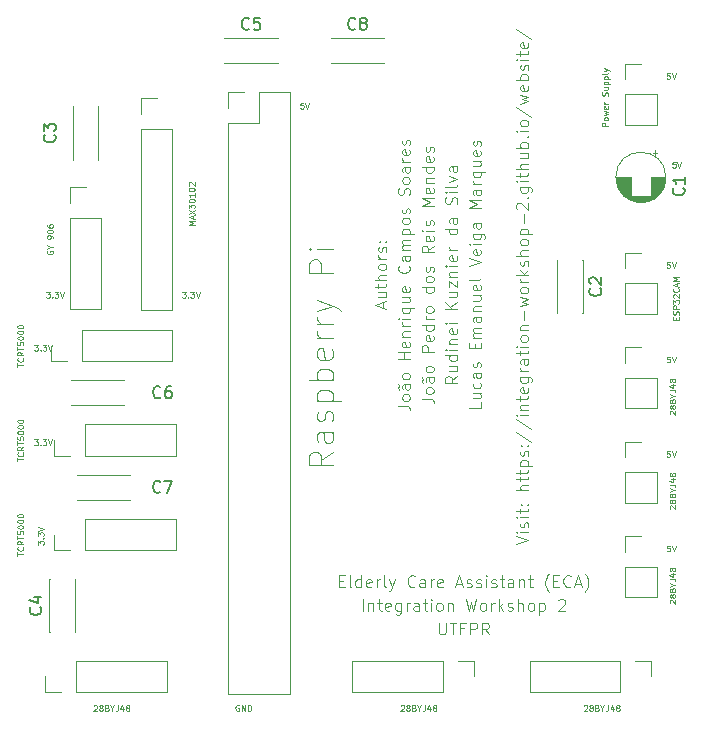
<source format=gbr>
%TF.GenerationSoftware,KiCad,Pcbnew,8.0.3*%
%TF.CreationDate,2024-12-07T00:12:21-03:00*%
%TF.ProjectId,eca,6563612e-6b69-4636-9164-5f7063625858,rev?*%
%TF.SameCoordinates,Original*%
%TF.FileFunction,Legend,Top*%
%TF.FilePolarity,Positive*%
%FSLAX46Y46*%
G04 Gerber Fmt 4.6, Leading zero omitted, Abs format (unit mm)*
G04 Created by KiCad (PCBNEW 8.0.3) date 2024-12-07 00:12:21*
%MOMM*%
%LPD*%
G01*
G04 APERTURE LIST*
%ADD10C,0.125000*%
%ADD11C,0.150000*%
%ADD12C,0.120000*%
G04 APERTURE END LIST*
D10*
X157479928Y-113822525D02*
X157456119Y-113798716D01*
X157456119Y-113798716D02*
X157432309Y-113751097D01*
X157432309Y-113751097D02*
X157432309Y-113632049D01*
X157432309Y-113632049D02*
X157456119Y-113584430D01*
X157456119Y-113584430D02*
X157479928Y-113560621D01*
X157479928Y-113560621D02*
X157527547Y-113536811D01*
X157527547Y-113536811D02*
X157575166Y-113536811D01*
X157575166Y-113536811D02*
X157646595Y-113560621D01*
X157646595Y-113560621D02*
X157932309Y-113846335D01*
X157932309Y-113846335D02*
X157932309Y-113536811D01*
X157646595Y-113251097D02*
X157622785Y-113298716D01*
X157622785Y-113298716D02*
X157598976Y-113322526D01*
X157598976Y-113322526D02*
X157551357Y-113346335D01*
X157551357Y-113346335D02*
X157527547Y-113346335D01*
X157527547Y-113346335D02*
X157479928Y-113322526D01*
X157479928Y-113322526D02*
X157456119Y-113298716D01*
X157456119Y-113298716D02*
X157432309Y-113251097D01*
X157432309Y-113251097D02*
X157432309Y-113155859D01*
X157432309Y-113155859D02*
X157456119Y-113108240D01*
X157456119Y-113108240D02*
X157479928Y-113084431D01*
X157479928Y-113084431D02*
X157527547Y-113060621D01*
X157527547Y-113060621D02*
X157551357Y-113060621D01*
X157551357Y-113060621D02*
X157598976Y-113084431D01*
X157598976Y-113084431D02*
X157622785Y-113108240D01*
X157622785Y-113108240D02*
X157646595Y-113155859D01*
X157646595Y-113155859D02*
X157646595Y-113251097D01*
X157646595Y-113251097D02*
X157670404Y-113298716D01*
X157670404Y-113298716D02*
X157694214Y-113322526D01*
X157694214Y-113322526D02*
X157741833Y-113346335D01*
X157741833Y-113346335D02*
X157837071Y-113346335D01*
X157837071Y-113346335D02*
X157884690Y-113322526D01*
X157884690Y-113322526D02*
X157908500Y-113298716D01*
X157908500Y-113298716D02*
X157932309Y-113251097D01*
X157932309Y-113251097D02*
X157932309Y-113155859D01*
X157932309Y-113155859D02*
X157908500Y-113108240D01*
X157908500Y-113108240D02*
X157884690Y-113084431D01*
X157884690Y-113084431D02*
X157837071Y-113060621D01*
X157837071Y-113060621D02*
X157741833Y-113060621D01*
X157741833Y-113060621D02*
X157694214Y-113084431D01*
X157694214Y-113084431D02*
X157670404Y-113108240D01*
X157670404Y-113108240D02*
X157646595Y-113155859D01*
X157670404Y-112679669D02*
X157694214Y-112608241D01*
X157694214Y-112608241D02*
X157718023Y-112584431D01*
X157718023Y-112584431D02*
X157765642Y-112560622D01*
X157765642Y-112560622D02*
X157837071Y-112560622D01*
X157837071Y-112560622D02*
X157884690Y-112584431D01*
X157884690Y-112584431D02*
X157908500Y-112608241D01*
X157908500Y-112608241D02*
X157932309Y-112655860D01*
X157932309Y-112655860D02*
X157932309Y-112846336D01*
X157932309Y-112846336D02*
X157432309Y-112846336D01*
X157432309Y-112846336D02*
X157432309Y-112679669D01*
X157432309Y-112679669D02*
X157456119Y-112632050D01*
X157456119Y-112632050D02*
X157479928Y-112608241D01*
X157479928Y-112608241D02*
X157527547Y-112584431D01*
X157527547Y-112584431D02*
X157575166Y-112584431D01*
X157575166Y-112584431D02*
X157622785Y-112608241D01*
X157622785Y-112608241D02*
X157646595Y-112632050D01*
X157646595Y-112632050D02*
X157670404Y-112679669D01*
X157670404Y-112679669D02*
X157670404Y-112846336D01*
X157694214Y-112251098D02*
X157932309Y-112251098D01*
X157432309Y-112417764D02*
X157694214Y-112251098D01*
X157694214Y-112251098D02*
X157432309Y-112084431D01*
X157432309Y-111774908D02*
X157789452Y-111774908D01*
X157789452Y-111774908D02*
X157860880Y-111798717D01*
X157860880Y-111798717D02*
X157908500Y-111846336D01*
X157908500Y-111846336D02*
X157932309Y-111917765D01*
X157932309Y-111917765D02*
X157932309Y-111965384D01*
X157598976Y-111322527D02*
X157932309Y-111322527D01*
X157408500Y-111441575D02*
X157765642Y-111560622D01*
X157765642Y-111560622D02*
X157765642Y-111251099D01*
X157646595Y-110989194D02*
X157622785Y-111036813D01*
X157622785Y-111036813D02*
X157598976Y-111060623D01*
X157598976Y-111060623D02*
X157551357Y-111084432D01*
X157551357Y-111084432D02*
X157527547Y-111084432D01*
X157527547Y-111084432D02*
X157479928Y-111060623D01*
X157479928Y-111060623D02*
X157456119Y-111036813D01*
X157456119Y-111036813D02*
X157432309Y-110989194D01*
X157432309Y-110989194D02*
X157432309Y-110893956D01*
X157432309Y-110893956D02*
X157456119Y-110846337D01*
X157456119Y-110846337D02*
X157479928Y-110822528D01*
X157479928Y-110822528D02*
X157527547Y-110798718D01*
X157527547Y-110798718D02*
X157551357Y-110798718D01*
X157551357Y-110798718D02*
X157598976Y-110822528D01*
X157598976Y-110822528D02*
X157622785Y-110846337D01*
X157622785Y-110846337D02*
X157646595Y-110893956D01*
X157646595Y-110893956D02*
X157646595Y-110989194D01*
X157646595Y-110989194D02*
X157670404Y-111036813D01*
X157670404Y-111036813D02*
X157694214Y-111060623D01*
X157694214Y-111060623D02*
X157741833Y-111084432D01*
X157741833Y-111084432D02*
X157837071Y-111084432D01*
X157837071Y-111084432D02*
X157884690Y-111060623D01*
X157884690Y-111060623D02*
X157908500Y-111036813D01*
X157908500Y-111036813D02*
X157932309Y-110989194D01*
X157932309Y-110989194D02*
X157932309Y-110893956D01*
X157932309Y-110893956D02*
X157908500Y-110846337D01*
X157908500Y-110846337D02*
X157884690Y-110822528D01*
X157884690Y-110822528D02*
X157837071Y-110798718D01*
X157837071Y-110798718D02*
X157741833Y-110798718D01*
X157741833Y-110798718D02*
X157694214Y-110822528D01*
X157694214Y-110822528D02*
X157670404Y-110846337D01*
X157670404Y-110846337D02*
X157646595Y-110893956D01*
X103932309Y-116846335D02*
X103932309Y-116536811D01*
X103932309Y-116536811D02*
X104122785Y-116703478D01*
X104122785Y-116703478D02*
X104122785Y-116632049D01*
X104122785Y-116632049D02*
X104146595Y-116584430D01*
X104146595Y-116584430D02*
X104170404Y-116560621D01*
X104170404Y-116560621D02*
X104218023Y-116536811D01*
X104218023Y-116536811D02*
X104337071Y-116536811D01*
X104337071Y-116536811D02*
X104384690Y-116560621D01*
X104384690Y-116560621D02*
X104408500Y-116584430D01*
X104408500Y-116584430D02*
X104432309Y-116632049D01*
X104432309Y-116632049D02*
X104432309Y-116774906D01*
X104432309Y-116774906D02*
X104408500Y-116822525D01*
X104408500Y-116822525D02*
X104384690Y-116846335D01*
X104384690Y-116322526D02*
X104408500Y-116298716D01*
X104408500Y-116298716D02*
X104432309Y-116322526D01*
X104432309Y-116322526D02*
X104408500Y-116346335D01*
X104408500Y-116346335D02*
X104384690Y-116322526D01*
X104384690Y-116322526D02*
X104432309Y-116322526D01*
X103932309Y-116132050D02*
X103932309Y-115822526D01*
X103932309Y-115822526D02*
X104122785Y-115989193D01*
X104122785Y-115989193D02*
X104122785Y-115917764D01*
X104122785Y-115917764D02*
X104146595Y-115870145D01*
X104146595Y-115870145D02*
X104170404Y-115846336D01*
X104170404Y-115846336D02*
X104218023Y-115822526D01*
X104218023Y-115822526D02*
X104337071Y-115822526D01*
X104337071Y-115822526D02*
X104384690Y-115846336D01*
X104384690Y-115846336D02*
X104408500Y-115870145D01*
X104408500Y-115870145D02*
X104432309Y-115917764D01*
X104432309Y-115917764D02*
X104432309Y-116060621D01*
X104432309Y-116060621D02*
X104408500Y-116108240D01*
X104408500Y-116108240D02*
X104384690Y-116132050D01*
X103932309Y-115679669D02*
X104432309Y-115513003D01*
X104432309Y-115513003D02*
X103932309Y-115346336D01*
X102224809Y-109785712D02*
X102224809Y-109499998D01*
X102724809Y-109642855D02*
X102224809Y-109642855D01*
X102677190Y-109047618D02*
X102701000Y-109071427D01*
X102701000Y-109071427D02*
X102724809Y-109142856D01*
X102724809Y-109142856D02*
X102724809Y-109190475D01*
X102724809Y-109190475D02*
X102701000Y-109261903D01*
X102701000Y-109261903D02*
X102653380Y-109309522D01*
X102653380Y-109309522D02*
X102605761Y-109333332D01*
X102605761Y-109333332D02*
X102510523Y-109357141D01*
X102510523Y-109357141D02*
X102439095Y-109357141D01*
X102439095Y-109357141D02*
X102343857Y-109333332D01*
X102343857Y-109333332D02*
X102296238Y-109309522D01*
X102296238Y-109309522D02*
X102248619Y-109261903D01*
X102248619Y-109261903D02*
X102224809Y-109190475D01*
X102224809Y-109190475D02*
X102224809Y-109142856D01*
X102224809Y-109142856D02*
X102248619Y-109071427D01*
X102248619Y-109071427D02*
X102272428Y-109047618D01*
X102724809Y-108547618D02*
X102486714Y-108714284D01*
X102724809Y-108833332D02*
X102224809Y-108833332D01*
X102224809Y-108833332D02*
X102224809Y-108642856D01*
X102224809Y-108642856D02*
X102248619Y-108595237D01*
X102248619Y-108595237D02*
X102272428Y-108571427D01*
X102272428Y-108571427D02*
X102320047Y-108547618D01*
X102320047Y-108547618D02*
X102391476Y-108547618D01*
X102391476Y-108547618D02*
X102439095Y-108571427D01*
X102439095Y-108571427D02*
X102462904Y-108595237D01*
X102462904Y-108595237D02*
X102486714Y-108642856D01*
X102486714Y-108642856D02*
X102486714Y-108833332D01*
X102224809Y-108404760D02*
X102224809Y-108119046D01*
X102724809Y-108261903D02*
X102224809Y-108261903D01*
X102224809Y-107714285D02*
X102224809Y-107952380D01*
X102224809Y-107952380D02*
X102462904Y-107976189D01*
X102462904Y-107976189D02*
X102439095Y-107952380D01*
X102439095Y-107952380D02*
X102415285Y-107904761D01*
X102415285Y-107904761D02*
X102415285Y-107785713D01*
X102415285Y-107785713D02*
X102439095Y-107738094D01*
X102439095Y-107738094D02*
X102462904Y-107714285D01*
X102462904Y-107714285D02*
X102510523Y-107690475D01*
X102510523Y-107690475D02*
X102629571Y-107690475D01*
X102629571Y-107690475D02*
X102677190Y-107714285D01*
X102677190Y-107714285D02*
X102701000Y-107738094D01*
X102701000Y-107738094D02*
X102724809Y-107785713D01*
X102724809Y-107785713D02*
X102724809Y-107904761D01*
X102724809Y-107904761D02*
X102701000Y-107952380D01*
X102701000Y-107952380D02*
X102677190Y-107976189D01*
X102224809Y-107380952D02*
X102224809Y-107333333D01*
X102224809Y-107333333D02*
X102248619Y-107285714D01*
X102248619Y-107285714D02*
X102272428Y-107261904D01*
X102272428Y-107261904D02*
X102320047Y-107238095D01*
X102320047Y-107238095D02*
X102415285Y-107214285D01*
X102415285Y-107214285D02*
X102534333Y-107214285D01*
X102534333Y-107214285D02*
X102629571Y-107238095D01*
X102629571Y-107238095D02*
X102677190Y-107261904D01*
X102677190Y-107261904D02*
X102701000Y-107285714D01*
X102701000Y-107285714D02*
X102724809Y-107333333D01*
X102724809Y-107333333D02*
X102724809Y-107380952D01*
X102724809Y-107380952D02*
X102701000Y-107428571D01*
X102701000Y-107428571D02*
X102677190Y-107452380D01*
X102677190Y-107452380D02*
X102629571Y-107476190D01*
X102629571Y-107476190D02*
X102534333Y-107499999D01*
X102534333Y-107499999D02*
X102415285Y-107499999D01*
X102415285Y-107499999D02*
X102320047Y-107476190D01*
X102320047Y-107476190D02*
X102272428Y-107452380D01*
X102272428Y-107452380D02*
X102248619Y-107428571D01*
X102248619Y-107428571D02*
X102224809Y-107380952D01*
X102224809Y-106904762D02*
X102224809Y-106857143D01*
X102224809Y-106857143D02*
X102248619Y-106809524D01*
X102248619Y-106809524D02*
X102272428Y-106785714D01*
X102272428Y-106785714D02*
X102320047Y-106761905D01*
X102320047Y-106761905D02*
X102415285Y-106738095D01*
X102415285Y-106738095D02*
X102534333Y-106738095D01*
X102534333Y-106738095D02*
X102629571Y-106761905D01*
X102629571Y-106761905D02*
X102677190Y-106785714D01*
X102677190Y-106785714D02*
X102701000Y-106809524D01*
X102701000Y-106809524D02*
X102724809Y-106857143D01*
X102724809Y-106857143D02*
X102724809Y-106904762D01*
X102724809Y-106904762D02*
X102701000Y-106952381D01*
X102701000Y-106952381D02*
X102677190Y-106976190D01*
X102677190Y-106976190D02*
X102629571Y-107000000D01*
X102629571Y-107000000D02*
X102534333Y-107023809D01*
X102534333Y-107023809D02*
X102415285Y-107023809D01*
X102415285Y-107023809D02*
X102320047Y-107000000D01*
X102320047Y-107000000D02*
X102272428Y-106976190D01*
X102272428Y-106976190D02*
X102248619Y-106952381D01*
X102248619Y-106952381D02*
X102224809Y-106904762D01*
X102224809Y-106428572D02*
X102224809Y-106380953D01*
X102224809Y-106380953D02*
X102248619Y-106333334D01*
X102248619Y-106333334D02*
X102272428Y-106309524D01*
X102272428Y-106309524D02*
X102320047Y-106285715D01*
X102320047Y-106285715D02*
X102415285Y-106261905D01*
X102415285Y-106261905D02*
X102534333Y-106261905D01*
X102534333Y-106261905D02*
X102629571Y-106285715D01*
X102629571Y-106285715D02*
X102677190Y-106309524D01*
X102677190Y-106309524D02*
X102701000Y-106333334D01*
X102701000Y-106333334D02*
X102724809Y-106380953D01*
X102724809Y-106380953D02*
X102724809Y-106428572D01*
X102724809Y-106428572D02*
X102701000Y-106476191D01*
X102701000Y-106476191D02*
X102677190Y-106500000D01*
X102677190Y-106500000D02*
X102629571Y-106523810D01*
X102629571Y-106523810D02*
X102534333Y-106547619D01*
X102534333Y-106547619D02*
X102415285Y-106547619D01*
X102415285Y-106547619D02*
X102320047Y-106523810D01*
X102320047Y-106523810D02*
X102272428Y-106500000D01*
X102272428Y-106500000D02*
X102248619Y-106476191D01*
X102248619Y-106476191D02*
X102224809Y-106428572D01*
X104748619Y-91988093D02*
X104724809Y-92035712D01*
X104724809Y-92035712D02*
X104724809Y-92107141D01*
X104724809Y-92107141D02*
X104748619Y-92178569D01*
X104748619Y-92178569D02*
X104796238Y-92226188D01*
X104796238Y-92226188D02*
X104843857Y-92249998D01*
X104843857Y-92249998D02*
X104939095Y-92273807D01*
X104939095Y-92273807D02*
X105010523Y-92273807D01*
X105010523Y-92273807D02*
X105105761Y-92249998D01*
X105105761Y-92249998D02*
X105153380Y-92226188D01*
X105153380Y-92226188D02*
X105201000Y-92178569D01*
X105201000Y-92178569D02*
X105224809Y-92107141D01*
X105224809Y-92107141D02*
X105224809Y-92059522D01*
X105224809Y-92059522D02*
X105201000Y-91988093D01*
X105201000Y-91988093D02*
X105177190Y-91964284D01*
X105177190Y-91964284D02*
X105010523Y-91964284D01*
X105010523Y-91964284D02*
X105010523Y-92059522D01*
X104986714Y-91654760D02*
X105224809Y-91654760D01*
X104724809Y-91821426D02*
X104986714Y-91654760D01*
X104986714Y-91654760D02*
X104724809Y-91488093D01*
X105224809Y-90916665D02*
X105224809Y-90821427D01*
X105224809Y-90821427D02*
X105201000Y-90773808D01*
X105201000Y-90773808D02*
X105177190Y-90749999D01*
X105177190Y-90749999D02*
X105105761Y-90702380D01*
X105105761Y-90702380D02*
X105010523Y-90678570D01*
X105010523Y-90678570D02*
X104820047Y-90678570D01*
X104820047Y-90678570D02*
X104772428Y-90702380D01*
X104772428Y-90702380D02*
X104748619Y-90726189D01*
X104748619Y-90726189D02*
X104724809Y-90773808D01*
X104724809Y-90773808D02*
X104724809Y-90869046D01*
X104724809Y-90869046D02*
X104748619Y-90916665D01*
X104748619Y-90916665D02*
X104772428Y-90940475D01*
X104772428Y-90940475D02*
X104820047Y-90964284D01*
X104820047Y-90964284D02*
X104939095Y-90964284D01*
X104939095Y-90964284D02*
X104986714Y-90940475D01*
X104986714Y-90940475D02*
X105010523Y-90916665D01*
X105010523Y-90916665D02*
X105034333Y-90869046D01*
X105034333Y-90869046D02*
X105034333Y-90773808D01*
X105034333Y-90773808D02*
X105010523Y-90726189D01*
X105010523Y-90726189D02*
X104986714Y-90702380D01*
X104986714Y-90702380D02*
X104939095Y-90678570D01*
X104724809Y-90369047D02*
X104724809Y-90321428D01*
X104724809Y-90321428D02*
X104748619Y-90273809D01*
X104748619Y-90273809D02*
X104772428Y-90249999D01*
X104772428Y-90249999D02*
X104820047Y-90226190D01*
X104820047Y-90226190D02*
X104915285Y-90202380D01*
X104915285Y-90202380D02*
X105034333Y-90202380D01*
X105034333Y-90202380D02*
X105129571Y-90226190D01*
X105129571Y-90226190D02*
X105177190Y-90249999D01*
X105177190Y-90249999D02*
X105201000Y-90273809D01*
X105201000Y-90273809D02*
X105224809Y-90321428D01*
X105224809Y-90321428D02*
X105224809Y-90369047D01*
X105224809Y-90369047D02*
X105201000Y-90416666D01*
X105201000Y-90416666D02*
X105177190Y-90440475D01*
X105177190Y-90440475D02*
X105129571Y-90464285D01*
X105129571Y-90464285D02*
X105034333Y-90488094D01*
X105034333Y-90488094D02*
X104915285Y-90488094D01*
X104915285Y-90488094D02*
X104820047Y-90464285D01*
X104820047Y-90464285D02*
X104772428Y-90440475D01*
X104772428Y-90440475D02*
X104748619Y-90416666D01*
X104748619Y-90416666D02*
X104724809Y-90369047D01*
X104724809Y-89773809D02*
X104724809Y-89869047D01*
X104724809Y-89869047D02*
X104748619Y-89916666D01*
X104748619Y-89916666D02*
X104772428Y-89940476D01*
X104772428Y-89940476D02*
X104843857Y-89988095D01*
X104843857Y-89988095D02*
X104939095Y-90011904D01*
X104939095Y-90011904D02*
X105129571Y-90011904D01*
X105129571Y-90011904D02*
X105177190Y-89988095D01*
X105177190Y-89988095D02*
X105201000Y-89964285D01*
X105201000Y-89964285D02*
X105224809Y-89916666D01*
X105224809Y-89916666D02*
X105224809Y-89821428D01*
X105224809Y-89821428D02*
X105201000Y-89773809D01*
X105201000Y-89773809D02*
X105177190Y-89750000D01*
X105177190Y-89750000D02*
X105129571Y-89726190D01*
X105129571Y-89726190D02*
X105010523Y-89726190D01*
X105010523Y-89726190D02*
X104962904Y-89750000D01*
X104962904Y-89750000D02*
X104939095Y-89773809D01*
X104939095Y-89773809D02*
X104915285Y-89821428D01*
X104915285Y-89821428D02*
X104915285Y-89916666D01*
X104915285Y-89916666D02*
X104939095Y-89964285D01*
X104939095Y-89964285D02*
X104962904Y-89988095D01*
X104962904Y-89988095D02*
X105010523Y-90011904D01*
X129452378Y-119932309D02*
X129785711Y-119932309D01*
X129928568Y-120456119D02*
X129452378Y-120456119D01*
X129452378Y-120456119D02*
X129452378Y-119456119D01*
X129452378Y-119456119D02*
X129928568Y-119456119D01*
X130499997Y-120456119D02*
X130404759Y-120408500D01*
X130404759Y-120408500D02*
X130357140Y-120313261D01*
X130357140Y-120313261D02*
X130357140Y-119456119D01*
X131309521Y-120456119D02*
X131309521Y-119456119D01*
X131309521Y-120408500D02*
X131214283Y-120456119D01*
X131214283Y-120456119D02*
X131023807Y-120456119D01*
X131023807Y-120456119D02*
X130928569Y-120408500D01*
X130928569Y-120408500D02*
X130880950Y-120360880D01*
X130880950Y-120360880D02*
X130833331Y-120265642D01*
X130833331Y-120265642D02*
X130833331Y-119979928D01*
X130833331Y-119979928D02*
X130880950Y-119884690D01*
X130880950Y-119884690D02*
X130928569Y-119837071D01*
X130928569Y-119837071D02*
X131023807Y-119789452D01*
X131023807Y-119789452D02*
X131214283Y-119789452D01*
X131214283Y-119789452D02*
X131309521Y-119837071D01*
X132166664Y-120408500D02*
X132071426Y-120456119D01*
X132071426Y-120456119D02*
X131880950Y-120456119D01*
X131880950Y-120456119D02*
X131785712Y-120408500D01*
X131785712Y-120408500D02*
X131738093Y-120313261D01*
X131738093Y-120313261D02*
X131738093Y-119932309D01*
X131738093Y-119932309D02*
X131785712Y-119837071D01*
X131785712Y-119837071D02*
X131880950Y-119789452D01*
X131880950Y-119789452D02*
X132071426Y-119789452D01*
X132071426Y-119789452D02*
X132166664Y-119837071D01*
X132166664Y-119837071D02*
X132214283Y-119932309D01*
X132214283Y-119932309D02*
X132214283Y-120027547D01*
X132214283Y-120027547D02*
X131738093Y-120122785D01*
X132642855Y-120456119D02*
X132642855Y-119789452D01*
X132642855Y-119979928D02*
X132690474Y-119884690D01*
X132690474Y-119884690D02*
X132738093Y-119837071D01*
X132738093Y-119837071D02*
X132833331Y-119789452D01*
X132833331Y-119789452D02*
X132928569Y-119789452D01*
X133404760Y-120456119D02*
X133309522Y-120408500D01*
X133309522Y-120408500D02*
X133261903Y-120313261D01*
X133261903Y-120313261D02*
X133261903Y-119456119D01*
X133690475Y-119789452D02*
X133928570Y-120456119D01*
X134166665Y-119789452D02*
X133928570Y-120456119D01*
X133928570Y-120456119D02*
X133833332Y-120694214D01*
X133833332Y-120694214D02*
X133785713Y-120741833D01*
X133785713Y-120741833D02*
X133690475Y-120789452D01*
X135880951Y-120360880D02*
X135833332Y-120408500D01*
X135833332Y-120408500D02*
X135690475Y-120456119D01*
X135690475Y-120456119D02*
X135595237Y-120456119D01*
X135595237Y-120456119D02*
X135452380Y-120408500D01*
X135452380Y-120408500D02*
X135357142Y-120313261D01*
X135357142Y-120313261D02*
X135309523Y-120218023D01*
X135309523Y-120218023D02*
X135261904Y-120027547D01*
X135261904Y-120027547D02*
X135261904Y-119884690D01*
X135261904Y-119884690D02*
X135309523Y-119694214D01*
X135309523Y-119694214D02*
X135357142Y-119598976D01*
X135357142Y-119598976D02*
X135452380Y-119503738D01*
X135452380Y-119503738D02*
X135595237Y-119456119D01*
X135595237Y-119456119D02*
X135690475Y-119456119D01*
X135690475Y-119456119D02*
X135833332Y-119503738D01*
X135833332Y-119503738D02*
X135880951Y-119551357D01*
X136738094Y-120456119D02*
X136738094Y-119932309D01*
X136738094Y-119932309D02*
X136690475Y-119837071D01*
X136690475Y-119837071D02*
X136595237Y-119789452D01*
X136595237Y-119789452D02*
X136404761Y-119789452D01*
X136404761Y-119789452D02*
X136309523Y-119837071D01*
X136738094Y-120408500D02*
X136642856Y-120456119D01*
X136642856Y-120456119D02*
X136404761Y-120456119D01*
X136404761Y-120456119D02*
X136309523Y-120408500D01*
X136309523Y-120408500D02*
X136261904Y-120313261D01*
X136261904Y-120313261D02*
X136261904Y-120218023D01*
X136261904Y-120218023D02*
X136309523Y-120122785D01*
X136309523Y-120122785D02*
X136404761Y-120075166D01*
X136404761Y-120075166D02*
X136642856Y-120075166D01*
X136642856Y-120075166D02*
X136738094Y-120027547D01*
X137214285Y-120456119D02*
X137214285Y-119789452D01*
X137214285Y-119979928D02*
X137261904Y-119884690D01*
X137261904Y-119884690D02*
X137309523Y-119837071D01*
X137309523Y-119837071D02*
X137404761Y-119789452D01*
X137404761Y-119789452D02*
X137499999Y-119789452D01*
X138214285Y-120408500D02*
X138119047Y-120456119D01*
X138119047Y-120456119D02*
X137928571Y-120456119D01*
X137928571Y-120456119D02*
X137833333Y-120408500D01*
X137833333Y-120408500D02*
X137785714Y-120313261D01*
X137785714Y-120313261D02*
X137785714Y-119932309D01*
X137785714Y-119932309D02*
X137833333Y-119837071D01*
X137833333Y-119837071D02*
X137928571Y-119789452D01*
X137928571Y-119789452D02*
X138119047Y-119789452D01*
X138119047Y-119789452D02*
X138214285Y-119837071D01*
X138214285Y-119837071D02*
X138261904Y-119932309D01*
X138261904Y-119932309D02*
X138261904Y-120027547D01*
X138261904Y-120027547D02*
X137785714Y-120122785D01*
X139404762Y-120170404D02*
X139880952Y-120170404D01*
X139309524Y-120456119D02*
X139642857Y-119456119D01*
X139642857Y-119456119D02*
X139976190Y-120456119D01*
X140261905Y-120408500D02*
X140357143Y-120456119D01*
X140357143Y-120456119D02*
X140547619Y-120456119D01*
X140547619Y-120456119D02*
X140642857Y-120408500D01*
X140642857Y-120408500D02*
X140690476Y-120313261D01*
X140690476Y-120313261D02*
X140690476Y-120265642D01*
X140690476Y-120265642D02*
X140642857Y-120170404D01*
X140642857Y-120170404D02*
X140547619Y-120122785D01*
X140547619Y-120122785D02*
X140404762Y-120122785D01*
X140404762Y-120122785D02*
X140309524Y-120075166D01*
X140309524Y-120075166D02*
X140261905Y-119979928D01*
X140261905Y-119979928D02*
X140261905Y-119932309D01*
X140261905Y-119932309D02*
X140309524Y-119837071D01*
X140309524Y-119837071D02*
X140404762Y-119789452D01*
X140404762Y-119789452D02*
X140547619Y-119789452D01*
X140547619Y-119789452D02*
X140642857Y-119837071D01*
X141071429Y-120408500D02*
X141166667Y-120456119D01*
X141166667Y-120456119D02*
X141357143Y-120456119D01*
X141357143Y-120456119D02*
X141452381Y-120408500D01*
X141452381Y-120408500D02*
X141500000Y-120313261D01*
X141500000Y-120313261D02*
X141500000Y-120265642D01*
X141500000Y-120265642D02*
X141452381Y-120170404D01*
X141452381Y-120170404D02*
X141357143Y-120122785D01*
X141357143Y-120122785D02*
X141214286Y-120122785D01*
X141214286Y-120122785D02*
X141119048Y-120075166D01*
X141119048Y-120075166D02*
X141071429Y-119979928D01*
X141071429Y-119979928D02*
X141071429Y-119932309D01*
X141071429Y-119932309D02*
X141119048Y-119837071D01*
X141119048Y-119837071D02*
X141214286Y-119789452D01*
X141214286Y-119789452D02*
X141357143Y-119789452D01*
X141357143Y-119789452D02*
X141452381Y-119837071D01*
X141928572Y-120456119D02*
X141928572Y-119789452D01*
X141928572Y-119456119D02*
X141880953Y-119503738D01*
X141880953Y-119503738D02*
X141928572Y-119551357D01*
X141928572Y-119551357D02*
X141976191Y-119503738D01*
X141976191Y-119503738D02*
X141928572Y-119456119D01*
X141928572Y-119456119D02*
X141928572Y-119551357D01*
X142357143Y-120408500D02*
X142452381Y-120456119D01*
X142452381Y-120456119D02*
X142642857Y-120456119D01*
X142642857Y-120456119D02*
X142738095Y-120408500D01*
X142738095Y-120408500D02*
X142785714Y-120313261D01*
X142785714Y-120313261D02*
X142785714Y-120265642D01*
X142785714Y-120265642D02*
X142738095Y-120170404D01*
X142738095Y-120170404D02*
X142642857Y-120122785D01*
X142642857Y-120122785D02*
X142500000Y-120122785D01*
X142500000Y-120122785D02*
X142404762Y-120075166D01*
X142404762Y-120075166D02*
X142357143Y-119979928D01*
X142357143Y-119979928D02*
X142357143Y-119932309D01*
X142357143Y-119932309D02*
X142404762Y-119837071D01*
X142404762Y-119837071D02*
X142500000Y-119789452D01*
X142500000Y-119789452D02*
X142642857Y-119789452D01*
X142642857Y-119789452D02*
X142738095Y-119837071D01*
X143071429Y-119789452D02*
X143452381Y-119789452D01*
X143214286Y-119456119D02*
X143214286Y-120313261D01*
X143214286Y-120313261D02*
X143261905Y-120408500D01*
X143261905Y-120408500D02*
X143357143Y-120456119D01*
X143357143Y-120456119D02*
X143452381Y-120456119D01*
X144214286Y-120456119D02*
X144214286Y-119932309D01*
X144214286Y-119932309D02*
X144166667Y-119837071D01*
X144166667Y-119837071D02*
X144071429Y-119789452D01*
X144071429Y-119789452D02*
X143880953Y-119789452D01*
X143880953Y-119789452D02*
X143785715Y-119837071D01*
X144214286Y-120408500D02*
X144119048Y-120456119D01*
X144119048Y-120456119D02*
X143880953Y-120456119D01*
X143880953Y-120456119D02*
X143785715Y-120408500D01*
X143785715Y-120408500D02*
X143738096Y-120313261D01*
X143738096Y-120313261D02*
X143738096Y-120218023D01*
X143738096Y-120218023D02*
X143785715Y-120122785D01*
X143785715Y-120122785D02*
X143880953Y-120075166D01*
X143880953Y-120075166D02*
X144119048Y-120075166D01*
X144119048Y-120075166D02*
X144214286Y-120027547D01*
X144690477Y-119789452D02*
X144690477Y-120456119D01*
X144690477Y-119884690D02*
X144738096Y-119837071D01*
X144738096Y-119837071D02*
X144833334Y-119789452D01*
X144833334Y-119789452D02*
X144976191Y-119789452D01*
X144976191Y-119789452D02*
X145071429Y-119837071D01*
X145071429Y-119837071D02*
X145119048Y-119932309D01*
X145119048Y-119932309D02*
X145119048Y-120456119D01*
X145452382Y-119789452D02*
X145833334Y-119789452D01*
X145595239Y-119456119D02*
X145595239Y-120313261D01*
X145595239Y-120313261D02*
X145642858Y-120408500D01*
X145642858Y-120408500D02*
X145738096Y-120456119D01*
X145738096Y-120456119D02*
X145833334Y-120456119D01*
X147214287Y-120837071D02*
X147166668Y-120789452D01*
X147166668Y-120789452D02*
X147071430Y-120646595D01*
X147071430Y-120646595D02*
X147023811Y-120551357D01*
X147023811Y-120551357D02*
X146976192Y-120408500D01*
X146976192Y-120408500D02*
X146928573Y-120170404D01*
X146928573Y-120170404D02*
X146928573Y-119979928D01*
X146928573Y-119979928D02*
X146976192Y-119741833D01*
X146976192Y-119741833D02*
X147023811Y-119598976D01*
X147023811Y-119598976D02*
X147071430Y-119503738D01*
X147071430Y-119503738D02*
X147166668Y-119360880D01*
X147166668Y-119360880D02*
X147214287Y-119313261D01*
X147595240Y-119932309D02*
X147928573Y-119932309D01*
X148071430Y-120456119D02*
X147595240Y-120456119D01*
X147595240Y-120456119D02*
X147595240Y-119456119D01*
X147595240Y-119456119D02*
X148071430Y-119456119D01*
X149071430Y-120360880D02*
X149023811Y-120408500D01*
X149023811Y-120408500D02*
X148880954Y-120456119D01*
X148880954Y-120456119D02*
X148785716Y-120456119D01*
X148785716Y-120456119D02*
X148642859Y-120408500D01*
X148642859Y-120408500D02*
X148547621Y-120313261D01*
X148547621Y-120313261D02*
X148500002Y-120218023D01*
X148500002Y-120218023D02*
X148452383Y-120027547D01*
X148452383Y-120027547D02*
X148452383Y-119884690D01*
X148452383Y-119884690D02*
X148500002Y-119694214D01*
X148500002Y-119694214D02*
X148547621Y-119598976D01*
X148547621Y-119598976D02*
X148642859Y-119503738D01*
X148642859Y-119503738D02*
X148785716Y-119456119D01*
X148785716Y-119456119D02*
X148880954Y-119456119D01*
X148880954Y-119456119D02*
X149023811Y-119503738D01*
X149023811Y-119503738D02*
X149071430Y-119551357D01*
X149452383Y-120170404D02*
X149928573Y-120170404D01*
X149357145Y-120456119D02*
X149690478Y-119456119D01*
X149690478Y-119456119D02*
X150023811Y-120456119D01*
X150261907Y-120837071D02*
X150309526Y-120789452D01*
X150309526Y-120789452D02*
X150404764Y-120646595D01*
X150404764Y-120646595D02*
X150452383Y-120551357D01*
X150452383Y-120551357D02*
X150500002Y-120408500D01*
X150500002Y-120408500D02*
X150547621Y-120170404D01*
X150547621Y-120170404D02*
X150547621Y-119979928D01*
X150547621Y-119979928D02*
X150500002Y-119741833D01*
X150500002Y-119741833D02*
X150452383Y-119598976D01*
X150452383Y-119598976D02*
X150404764Y-119503738D01*
X150404764Y-119503738D02*
X150309526Y-119360880D01*
X150309526Y-119360880D02*
X150261907Y-119313261D01*
X102224809Y-101785712D02*
X102224809Y-101499998D01*
X102724809Y-101642855D02*
X102224809Y-101642855D01*
X102677190Y-101047618D02*
X102701000Y-101071427D01*
X102701000Y-101071427D02*
X102724809Y-101142856D01*
X102724809Y-101142856D02*
X102724809Y-101190475D01*
X102724809Y-101190475D02*
X102701000Y-101261903D01*
X102701000Y-101261903D02*
X102653380Y-101309522D01*
X102653380Y-101309522D02*
X102605761Y-101333332D01*
X102605761Y-101333332D02*
X102510523Y-101357141D01*
X102510523Y-101357141D02*
X102439095Y-101357141D01*
X102439095Y-101357141D02*
X102343857Y-101333332D01*
X102343857Y-101333332D02*
X102296238Y-101309522D01*
X102296238Y-101309522D02*
X102248619Y-101261903D01*
X102248619Y-101261903D02*
X102224809Y-101190475D01*
X102224809Y-101190475D02*
X102224809Y-101142856D01*
X102224809Y-101142856D02*
X102248619Y-101071427D01*
X102248619Y-101071427D02*
X102272428Y-101047618D01*
X102724809Y-100547618D02*
X102486714Y-100714284D01*
X102724809Y-100833332D02*
X102224809Y-100833332D01*
X102224809Y-100833332D02*
X102224809Y-100642856D01*
X102224809Y-100642856D02*
X102248619Y-100595237D01*
X102248619Y-100595237D02*
X102272428Y-100571427D01*
X102272428Y-100571427D02*
X102320047Y-100547618D01*
X102320047Y-100547618D02*
X102391476Y-100547618D01*
X102391476Y-100547618D02*
X102439095Y-100571427D01*
X102439095Y-100571427D02*
X102462904Y-100595237D01*
X102462904Y-100595237D02*
X102486714Y-100642856D01*
X102486714Y-100642856D02*
X102486714Y-100833332D01*
X102224809Y-100404760D02*
X102224809Y-100119046D01*
X102724809Y-100261903D02*
X102224809Y-100261903D01*
X102224809Y-99714285D02*
X102224809Y-99952380D01*
X102224809Y-99952380D02*
X102462904Y-99976189D01*
X102462904Y-99976189D02*
X102439095Y-99952380D01*
X102439095Y-99952380D02*
X102415285Y-99904761D01*
X102415285Y-99904761D02*
X102415285Y-99785713D01*
X102415285Y-99785713D02*
X102439095Y-99738094D01*
X102439095Y-99738094D02*
X102462904Y-99714285D01*
X102462904Y-99714285D02*
X102510523Y-99690475D01*
X102510523Y-99690475D02*
X102629571Y-99690475D01*
X102629571Y-99690475D02*
X102677190Y-99714285D01*
X102677190Y-99714285D02*
X102701000Y-99738094D01*
X102701000Y-99738094D02*
X102724809Y-99785713D01*
X102724809Y-99785713D02*
X102724809Y-99904761D01*
X102724809Y-99904761D02*
X102701000Y-99952380D01*
X102701000Y-99952380D02*
X102677190Y-99976189D01*
X102224809Y-99380952D02*
X102224809Y-99333333D01*
X102224809Y-99333333D02*
X102248619Y-99285714D01*
X102248619Y-99285714D02*
X102272428Y-99261904D01*
X102272428Y-99261904D02*
X102320047Y-99238095D01*
X102320047Y-99238095D02*
X102415285Y-99214285D01*
X102415285Y-99214285D02*
X102534333Y-99214285D01*
X102534333Y-99214285D02*
X102629571Y-99238095D01*
X102629571Y-99238095D02*
X102677190Y-99261904D01*
X102677190Y-99261904D02*
X102701000Y-99285714D01*
X102701000Y-99285714D02*
X102724809Y-99333333D01*
X102724809Y-99333333D02*
X102724809Y-99380952D01*
X102724809Y-99380952D02*
X102701000Y-99428571D01*
X102701000Y-99428571D02*
X102677190Y-99452380D01*
X102677190Y-99452380D02*
X102629571Y-99476190D01*
X102629571Y-99476190D02*
X102534333Y-99499999D01*
X102534333Y-99499999D02*
X102415285Y-99499999D01*
X102415285Y-99499999D02*
X102320047Y-99476190D01*
X102320047Y-99476190D02*
X102272428Y-99452380D01*
X102272428Y-99452380D02*
X102248619Y-99428571D01*
X102248619Y-99428571D02*
X102224809Y-99380952D01*
X102224809Y-98904762D02*
X102224809Y-98857143D01*
X102224809Y-98857143D02*
X102248619Y-98809524D01*
X102248619Y-98809524D02*
X102272428Y-98785714D01*
X102272428Y-98785714D02*
X102320047Y-98761905D01*
X102320047Y-98761905D02*
X102415285Y-98738095D01*
X102415285Y-98738095D02*
X102534333Y-98738095D01*
X102534333Y-98738095D02*
X102629571Y-98761905D01*
X102629571Y-98761905D02*
X102677190Y-98785714D01*
X102677190Y-98785714D02*
X102701000Y-98809524D01*
X102701000Y-98809524D02*
X102724809Y-98857143D01*
X102724809Y-98857143D02*
X102724809Y-98904762D01*
X102724809Y-98904762D02*
X102701000Y-98952381D01*
X102701000Y-98952381D02*
X102677190Y-98976190D01*
X102677190Y-98976190D02*
X102629571Y-99000000D01*
X102629571Y-99000000D02*
X102534333Y-99023809D01*
X102534333Y-99023809D02*
X102415285Y-99023809D01*
X102415285Y-99023809D02*
X102320047Y-99000000D01*
X102320047Y-99000000D02*
X102272428Y-98976190D01*
X102272428Y-98976190D02*
X102248619Y-98952381D01*
X102248619Y-98952381D02*
X102224809Y-98904762D01*
X102224809Y-98428572D02*
X102224809Y-98380953D01*
X102224809Y-98380953D02*
X102248619Y-98333334D01*
X102248619Y-98333334D02*
X102272428Y-98309524D01*
X102272428Y-98309524D02*
X102320047Y-98285715D01*
X102320047Y-98285715D02*
X102415285Y-98261905D01*
X102415285Y-98261905D02*
X102534333Y-98261905D01*
X102534333Y-98261905D02*
X102629571Y-98285715D01*
X102629571Y-98285715D02*
X102677190Y-98309524D01*
X102677190Y-98309524D02*
X102701000Y-98333334D01*
X102701000Y-98333334D02*
X102724809Y-98380953D01*
X102724809Y-98380953D02*
X102724809Y-98428572D01*
X102724809Y-98428572D02*
X102701000Y-98476191D01*
X102701000Y-98476191D02*
X102677190Y-98500000D01*
X102677190Y-98500000D02*
X102629571Y-98523810D01*
X102629571Y-98523810D02*
X102534333Y-98547619D01*
X102534333Y-98547619D02*
X102415285Y-98547619D01*
X102415285Y-98547619D02*
X102320047Y-98523810D01*
X102320047Y-98523810D02*
X102272428Y-98500000D01*
X102272428Y-98500000D02*
X102248619Y-98476191D01*
X102248619Y-98476191D02*
X102224809Y-98428572D01*
X103653664Y-107932309D02*
X103963188Y-107932309D01*
X103963188Y-107932309D02*
X103796521Y-108122785D01*
X103796521Y-108122785D02*
X103867950Y-108122785D01*
X103867950Y-108122785D02*
X103915569Y-108146595D01*
X103915569Y-108146595D02*
X103939378Y-108170404D01*
X103939378Y-108170404D02*
X103963188Y-108218023D01*
X103963188Y-108218023D02*
X103963188Y-108337071D01*
X103963188Y-108337071D02*
X103939378Y-108384690D01*
X103939378Y-108384690D02*
X103915569Y-108408500D01*
X103915569Y-108408500D02*
X103867950Y-108432309D01*
X103867950Y-108432309D02*
X103725093Y-108432309D01*
X103725093Y-108432309D02*
X103677474Y-108408500D01*
X103677474Y-108408500D02*
X103653664Y-108384690D01*
X104177473Y-108384690D02*
X104201283Y-108408500D01*
X104201283Y-108408500D02*
X104177473Y-108432309D01*
X104177473Y-108432309D02*
X104153664Y-108408500D01*
X104153664Y-108408500D02*
X104177473Y-108384690D01*
X104177473Y-108384690D02*
X104177473Y-108432309D01*
X104367949Y-107932309D02*
X104677473Y-107932309D01*
X104677473Y-107932309D02*
X104510806Y-108122785D01*
X104510806Y-108122785D02*
X104582235Y-108122785D01*
X104582235Y-108122785D02*
X104629854Y-108146595D01*
X104629854Y-108146595D02*
X104653663Y-108170404D01*
X104653663Y-108170404D02*
X104677473Y-108218023D01*
X104677473Y-108218023D02*
X104677473Y-108337071D01*
X104677473Y-108337071D02*
X104653663Y-108384690D01*
X104653663Y-108384690D02*
X104629854Y-108408500D01*
X104629854Y-108408500D02*
X104582235Y-108432309D01*
X104582235Y-108432309D02*
X104439378Y-108432309D01*
X104439378Y-108432309D02*
X104391759Y-108408500D01*
X104391759Y-108408500D02*
X104367949Y-108384690D01*
X104820330Y-107932309D02*
X104986996Y-108432309D01*
X104986996Y-108432309D02*
X105153663Y-107932309D01*
X157479928Y-105822525D02*
X157456119Y-105798716D01*
X157456119Y-105798716D02*
X157432309Y-105751097D01*
X157432309Y-105751097D02*
X157432309Y-105632049D01*
X157432309Y-105632049D02*
X157456119Y-105584430D01*
X157456119Y-105584430D02*
X157479928Y-105560621D01*
X157479928Y-105560621D02*
X157527547Y-105536811D01*
X157527547Y-105536811D02*
X157575166Y-105536811D01*
X157575166Y-105536811D02*
X157646595Y-105560621D01*
X157646595Y-105560621D02*
X157932309Y-105846335D01*
X157932309Y-105846335D02*
X157932309Y-105536811D01*
X157646595Y-105251097D02*
X157622785Y-105298716D01*
X157622785Y-105298716D02*
X157598976Y-105322526D01*
X157598976Y-105322526D02*
X157551357Y-105346335D01*
X157551357Y-105346335D02*
X157527547Y-105346335D01*
X157527547Y-105346335D02*
X157479928Y-105322526D01*
X157479928Y-105322526D02*
X157456119Y-105298716D01*
X157456119Y-105298716D02*
X157432309Y-105251097D01*
X157432309Y-105251097D02*
X157432309Y-105155859D01*
X157432309Y-105155859D02*
X157456119Y-105108240D01*
X157456119Y-105108240D02*
X157479928Y-105084431D01*
X157479928Y-105084431D02*
X157527547Y-105060621D01*
X157527547Y-105060621D02*
X157551357Y-105060621D01*
X157551357Y-105060621D02*
X157598976Y-105084431D01*
X157598976Y-105084431D02*
X157622785Y-105108240D01*
X157622785Y-105108240D02*
X157646595Y-105155859D01*
X157646595Y-105155859D02*
X157646595Y-105251097D01*
X157646595Y-105251097D02*
X157670404Y-105298716D01*
X157670404Y-105298716D02*
X157694214Y-105322526D01*
X157694214Y-105322526D02*
X157741833Y-105346335D01*
X157741833Y-105346335D02*
X157837071Y-105346335D01*
X157837071Y-105346335D02*
X157884690Y-105322526D01*
X157884690Y-105322526D02*
X157908500Y-105298716D01*
X157908500Y-105298716D02*
X157932309Y-105251097D01*
X157932309Y-105251097D02*
X157932309Y-105155859D01*
X157932309Y-105155859D02*
X157908500Y-105108240D01*
X157908500Y-105108240D02*
X157884690Y-105084431D01*
X157884690Y-105084431D02*
X157837071Y-105060621D01*
X157837071Y-105060621D02*
X157741833Y-105060621D01*
X157741833Y-105060621D02*
X157694214Y-105084431D01*
X157694214Y-105084431D02*
X157670404Y-105108240D01*
X157670404Y-105108240D02*
X157646595Y-105155859D01*
X157670404Y-104679669D02*
X157694214Y-104608241D01*
X157694214Y-104608241D02*
X157718023Y-104584431D01*
X157718023Y-104584431D02*
X157765642Y-104560622D01*
X157765642Y-104560622D02*
X157837071Y-104560622D01*
X157837071Y-104560622D02*
X157884690Y-104584431D01*
X157884690Y-104584431D02*
X157908500Y-104608241D01*
X157908500Y-104608241D02*
X157932309Y-104655860D01*
X157932309Y-104655860D02*
X157932309Y-104846336D01*
X157932309Y-104846336D02*
X157432309Y-104846336D01*
X157432309Y-104846336D02*
X157432309Y-104679669D01*
X157432309Y-104679669D02*
X157456119Y-104632050D01*
X157456119Y-104632050D02*
X157479928Y-104608241D01*
X157479928Y-104608241D02*
X157527547Y-104584431D01*
X157527547Y-104584431D02*
X157575166Y-104584431D01*
X157575166Y-104584431D02*
X157622785Y-104608241D01*
X157622785Y-104608241D02*
X157646595Y-104632050D01*
X157646595Y-104632050D02*
X157670404Y-104679669D01*
X157670404Y-104679669D02*
X157670404Y-104846336D01*
X157694214Y-104251098D02*
X157932309Y-104251098D01*
X157432309Y-104417764D02*
X157694214Y-104251098D01*
X157694214Y-104251098D02*
X157432309Y-104084431D01*
X157432309Y-103774908D02*
X157789452Y-103774908D01*
X157789452Y-103774908D02*
X157860880Y-103798717D01*
X157860880Y-103798717D02*
X157908500Y-103846336D01*
X157908500Y-103846336D02*
X157932309Y-103917765D01*
X157932309Y-103917765D02*
X157932309Y-103965384D01*
X157598976Y-103322527D02*
X157932309Y-103322527D01*
X157408500Y-103441575D02*
X157765642Y-103560622D01*
X157765642Y-103560622D02*
X157765642Y-103251099D01*
X157646595Y-102989194D02*
X157622785Y-103036813D01*
X157622785Y-103036813D02*
X157598976Y-103060623D01*
X157598976Y-103060623D02*
X157551357Y-103084432D01*
X157551357Y-103084432D02*
X157527547Y-103084432D01*
X157527547Y-103084432D02*
X157479928Y-103060623D01*
X157479928Y-103060623D02*
X157456119Y-103036813D01*
X157456119Y-103036813D02*
X157432309Y-102989194D01*
X157432309Y-102989194D02*
X157432309Y-102893956D01*
X157432309Y-102893956D02*
X157456119Y-102846337D01*
X157456119Y-102846337D02*
X157479928Y-102822528D01*
X157479928Y-102822528D02*
X157527547Y-102798718D01*
X157527547Y-102798718D02*
X157551357Y-102798718D01*
X157551357Y-102798718D02*
X157598976Y-102822528D01*
X157598976Y-102822528D02*
X157622785Y-102846337D01*
X157622785Y-102846337D02*
X157646595Y-102893956D01*
X157646595Y-102893956D02*
X157646595Y-102989194D01*
X157646595Y-102989194D02*
X157670404Y-103036813D01*
X157670404Y-103036813D02*
X157694214Y-103060623D01*
X157694214Y-103060623D02*
X157741833Y-103084432D01*
X157741833Y-103084432D02*
X157837071Y-103084432D01*
X157837071Y-103084432D02*
X157884690Y-103060623D01*
X157884690Y-103060623D02*
X157908500Y-103036813D01*
X157908500Y-103036813D02*
X157932309Y-102989194D01*
X157932309Y-102989194D02*
X157932309Y-102893956D01*
X157932309Y-102893956D02*
X157908500Y-102846337D01*
X157908500Y-102846337D02*
X157884690Y-102822528D01*
X157884690Y-102822528D02*
X157837071Y-102798718D01*
X157837071Y-102798718D02*
X157741833Y-102798718D01*
X157741833Y-102798718D02*
X157694214Y-102822528D01*
X157694214Y-102822528D02*
X157670404Y-102846337D01*
X157670404Y-102846337D02*
X157646595Y-102893956D01*
X134456119Y-105095239D02*
X135170404Y-105095239D01*
X135170404Y-105095239D02*
X135313261Y-105142858D01*
X135313261Y-105142858D02*
X135408500Y-105238096D01*
X135408500Y-105238096D02*
X135456119Y-105380953D01*
X135456119Y-105380953D02*
X135456119Y-105476191D01*
X135456119Y-104476191D02*
X135408500Y-104571429D01*
X135408500Y-104571429D02*
X135360880Y-104619048D01*
X135360880Y-104619048D02*
X135265642Y-104666667D01*
X135265642Y-104666667D02*
X134979928Y-104666667D01*
X134979928Y-104666667D02*
X134884690Y-104619048D01*
X134884690Y-104619048D02*
X134837071Y-104571429D01*
X134837071Y-104571429D02*
X134789452Y-104476191D01*
X134789452Y-104476191D02*
X134789452Y-104333334D01*
X134789452Y-104333334D02*
X134837071Y-104238096D01*
X134837071Y-104238096D02*
X134884690Y-104190477D01*
X134884690Y-104190477D02*
X134979928Y-104142858D01*
X134979928Y-104142858D02*
X135265642Y-104142858D01*
X135265642Y-104142858D02*
X135360880Y-104190477D01*
X135360880Y-104190477D02*
X135408500Y-104238096D01*
X135408500Y-104238096D02*
X135456119Y-104333334D01*
X135456119Y-104333334D02*
X135456119Y-104476191D01*
X135456119Y-103285715D02*
X134932309Y-103285715D01*
X134932309Y-103285715D02*
X134837071Y-103333334D01*
X134837071Y-103333334D02*
X134789452Y-103428572D01*
X134789452Y-103428572D02*
X134789452Y-103619048D01*
X134789452Y-103619048D02*
X134837071Y-103714286D01*
X135408500Y-103285715D02*
X135456119Y-103380953D01*
X135456119Y-103380953D02*
X135456119Y-103619048D01*
X135456119Y-103619048D02*
X135408500Y-103714286D01*
X135408500Y-103714286D02*
X135313261Y-103761905D01*
X135313261Y-103761905D02*
X135218023Y-103761905D01*
X135218023Y-103761905D02*
X135122785Y-103714286D01*
X135122785Y-103714286D02*
X135075166Y-103619048D01*
X135075166Y-103619048D02*
X135075166Y-103380953D01*
X135075166Y-103380953D02*
X135027547Y-103285715D01*
X134551357Y-103761905D02*
X134503738Y-103714286D01*
X134503738Y-103714286D02*
X134456119Y-103619048D01*
X134456119Y-103619048D02*
X134551357Y-103428572D01*
X134551357Y-103428572D02*
X134503738Y-103333334D01*
X134503738Y-103333334D02*
X134456119Y-103285715D01*
X135456119Y-102666667D02*
X135408500Y-102761905D01*
X135408500Y-102761905D02*
X135360880Y-102809524D01*
X135360880Y-102809524D02*
X135265642Y-102857143D01*
X135265642Y-102857143D02*
X134979928Y-102857143D01*
X134979928Y-102857143D02*
X134884690Y-102809524D01*
X134884690Y-102809524D02*
X134837071Y-102761905D01*
X134837071Y-102761905D02*
X134789452Y-102666667D01*
X134789452Y-102666667D02*
X134789452Y-102523810D01*
X134789452Y-102523810D02*
X134837071Y-102428572D01*
X134837071Y-102428572D02*
X134884690Y-102380953D01*
X134884690Y-102380953D02*
X134979928Y-102333334D01*
X134979928Y-102333334D02*
X135265642Y-102333334D01*
X135265642Y-102333334D02*
X135360880Y-102380953D01*
X135360880Y-102380953D02*
X135408500Y-102428572D01*
X135408500Y-102428572D02*
X135456119Y-102523810D01*
X135456119Y-102523810D02*
X135456119Y-102666667D01*
X135456119Y-101142857D02*
X134456119Y-101142857D01*
X134932309Y-101142857D02*
X134932309Y-100571429D01*
X135456119Y-100571429D02*
X134456119Y-100571429D01*
X135408500Y-99714286D02*
X135456119Y-99809524D01*
X135456119Y-99809524D02*
X135456119Y-100000000D01*
X135456119Y-100000000D02*
X135408500Y-100095238D01*
X135408500Y-100095238D02*
X135313261Y-100142857D01*
X135313261Y-100142857D02*
X134932309Y-100142857D01*
X134932309Y-100142857D02*
X134837071Y-100095238D01*
X134837071Y-100095238D02*
X134789452Y-100000000D01*
X134789452Y-100000000D02*
X134789452Y-99809524D01*
X134789452Y-99809524D02*
X134837071Y-99714286D01*
X134837071Y-99714286D02*
X134932309Y-99666667D01*
X134932309Y-99666667D02*
X135027547Y-99666667D01*
X135027547Y-99666667D02*
X135122785Y-100142857D01*
X134789452Y-99238095D02*
X135456119Y-99238095D01*
X134884690Y-99238095D02*
X134837071Y-99190476D01*
X134837071Y-99190476D02*
X134789452Y-99095238D01*
X134789452Y-99095238D02*
X134789452Y-98952381D01*
X134789452Y-98952381D02*
X134837071Y-98857143D01*
X134837071Y-98857143D02*
X134932309Y-98809524D01*
X134932309Y-98809524D02*
X135456119Y-98809524D01*
X135456119Y-98333333D02*
X134789452Y-98333333D01*
X134979928Y-98333333D02*
X134884690Y-98285714D01*
X134884690Y-98285714D02*
X134837071Y-98238095D01*
X134837071Y-98238095D02*
X134789452Y-98142857D01*
X134789452Y-98142857D02*
X134789452Y-98047619D01*
X135456119Y-97714285D02*
X134789452Y-97714285D01*
X134456119Y-97714285D02*
X134503738Y-97761904D01*
X134503738Y-97761904D02*
X134551357Y-97714285D01*
X134551357Y-97714285D02*
X134503738Y-97666666D01*
X134503738Y-97666666D02*
X134456119Y-97714285D01*
X134456119Y-97714285D02*
X134551357Y-97714285D01*
X134789452Y-96809524D02*
X135789452Y-96809524D01*
X135408500Y-96809524D02*
X135456119Y-96904762D01*
X135456119Y-96904762D02*
X135456119Y-97095238D01*
X135456119Y-97095238D02*
X135408500Y-97190476D01*
X135408500Y-97190476D02*
X135360880Y-97238095D01*
X135360880Y-97238095D02*
X135265642Y-97285714D01*
X135265642Y-97285714D02*
X134979928Y-97285714D01*
X134979928Y-97285714D02*
X134884690Y-97238095D01*
X134884690Y-97238095D02*
X134837071Y-97190476D01*
X134837071Y-97190476D02*
X134789452Y-97095238D01*
X134789452Y-97095238D02*
X134789452Y-96904762D01*
X134789452Y-96904762D02*
X134837071Y-96809524D01*
X134789452Y-95904762D02*
X135456119Y-95904762D01*
X134789452Y-96333333D02*
X135313261Y-96333333D01*
X135313261Y-96333333D02*
X135408500Y-96285714D01*
X135408500Y-96285714D02*
X135456119Y-96190476D01*
X135456119Y-96190476D02*
X135456119Y-96047619D01*
X135456119Y-96047619D02*
X135408500Y-95952381D01*
X135408500Y-95952381D02*
X135360880Y-95904762D01*
X135408500Y-95047619D02*
X135456119Y-95142857D01*
X135456119Y-95142857D02*
X135456119Y-95333333D01*
X135456119Y-95333333D02*
X135408500Y-95428571D01*
X135408500Y-95428571D02*
X135313261Y-95476190D01*
X135313261Y-95476190D02*
X134932309Y-95476190D01*
X134932309Y-95476190D02*
X134837071Y-95428571D01*
X134837071Y-95428571D02*
X134789452Y-95333333D01*
X134789452Y-95333333D02*
X134789452Y-95142857D01*
X134789452Y-95142857D02*
X134837071Y-95047619D01*
X134837071Y-95047619D02*
X134932309Y-95000000D01*
X134932309Y-95000000D02*
X135027547Y-95000000D01*
X135027547Y-95000000D02*
X135122785Y-95476190D01*
X135360880Y-93238095D02*
X135408500Y-93285714D01*
X135408500Y-93285714D02*
X135456119Y-93428571D01*
X135456119Y-93428571D02*
X135456119Y-93523809D01*
X135456119Y-93523809D02*
X135408500Y-93666666D01*
X135408500Y-93666666D02*
X135313261Y-93761904D01*
X135313261Y-93761904D02*
X135218023Y-93809523D01*
X135218023Y-93809523D02*
X135027547Y-93857142D01*
X135027547Y-93857142D02*
X134884690Y-93857142D01*
X134884690Y-93857142D02*
X134694214Y-93809523D01*
X134694214Y-93809523D02*
X134598976Y-93761904D01*
X134598976Y-93761904D02*
X134503738Y-93666666D01*
X134503738Y-93666666D02*
X134456119Y-93523809D01*
X134456119Y-93523809D02*
X134456119Y-93428571D01*
X134456119Y-93428571D02*
X134503738Y-93285714D01*
X134503738Y-93285714D02*
X134551357Y-93238095D01*
X135456119Y-92380952D02*
X134932309Y-92380952D01*
X134932309Y-92380952D02*
X134837071Y-92428571D01*
X134837071Y-92428571D02*
X134789452Y-92523809D01*
X134789452Y-92523809D02*
X134789452Y-92714285D01*
X134789452Y-92714285D02*
X134837071Y-92809523D01*
X135408500Y-92380952D02*
X135456119Y-92476190D01*
X135456119Y-92476190D02*
X135456119Y-92714285D01*
X135456119Y-92714285D02*
X135408500Y-92809523D01*
X135408500Y-92809523D02*
X135313261Y-92857142D01*
X135313261Y-92857142D02*
X135218023Y-92857142D01*
X135218023Y-92857142D02*
X135122785Y-92809523D01*
X135122785Y-92809523D02*
X135075166Y-92714285D01*
X135075166Y-92714285D02*
X135075166Y-92476190D01*
X135075166Y-92476190D02*
X135027547Y-92380952D01*
X135456119Y-91904761D02*
X134789452Y-91904761D01*
X134884690Y-91904761D02*
X134837071Y-91857142D01*
X134837071Y-91857142D02*
X134789452Y-91761904D01*
X134789452Y-91761904D02*
X134789452Y-91619047D01*
X134789452Y-91619047D02*
X134837071Y-91523809D01*
X134837071Y-91523809D02*
X134932309Y-91476190D01*
X134932309Y-91476190D02*
X135456119Y-91476190D01*
X134932309Y-91476190D02*
X134837071Y-91428571D01*
X134837071Y-91428571D02*
X134789452Y-91333333D01*
X134789452Y-91333333D02*
X134789452Y-91190476D01*
X134789452Y-91190476D02*
X134837071Y-91095237D01*
X134837071Y-91095237D02*
X134932309Y-91047618D01*
X134932309Y-91047618D02*
X135456119Y-91047618D01*
X134789452Y-90571428D02*
X135789452Y-90571428D01*
X134837071Y-90571428D02*
X134789452Y-90476190D01*
X134789452Y-90476190D02*
X134789452Y-90285714D01*
X134789452Y-90285714D02*
X134837071Y-90190476D01*
X134837071Y-90190476D02*
X134884690Y-90142857D01*
X134884690Y-90142857D02*
X134979928Y-90095238D01*
X134979928Y-90095238D02*
X135265642Y-90095238D01*
X135265642Y-90095238D02*
X135360880Y-90142857D01*
X135360880Y-90142857D02*
X135408500Y-90190476D01*
X135408500Y-90190476D02*
X135456119Y-90285714D01*
X135456119Y-90285714D02*
X135456119Y-90476190D01*
X135456119Y-90476190D02*
X135408500Y-90571428D01*
X135456119Y-89523809D02*
X135408500Y-89619047D01*
X135408500Y-89619047D02*
X135360880Y-89666666D01*
X135360880Y-89666666D02*
X135265642Y-89714285D01*
X135265642Y-89714285D02*
X134979928Y-89714285D01*
X134979928Y-89714285D02*
X134884690Y-89666666D01*
X134884690Y-89666666D02*
X134837071Y-89619047D01*
X134837071Y-89619047D02*
X134789452Y-89523809D01*
X134789452Y-89523809D02*
X134789452Y-89380952D01*
X134789452Y-89380952D02*
X134837071Y-89285714D01*
X134837071Y-89285714D02*
X134884690Y-89238095D01*
X134884690Y-89238095D02*
X134979928Y-89190476D01*
X134979928Y-89190476D02*
X135265642Y-89190476D01*
X135265642Y-89190476D02*
X135360880Y-89238095D01*
X135360880Y-89238095D02*
X135408500Y-89285714D01*
X135408500Y-89285714D02*
X135456119Y-89380952D01*
X135456119Y-89380952D02*
X135456119Y-89523809D01*
X135408500Y-88809523D02*
X135456119Y-88714285D01*
X135456119Y-88714285D02*
X135456119Y-88523809D01*
X135456119Y-88523809D02*
X135408500Y-88428571D01*
X135408500Y-88428571D02*
X135313261Y-88380952D01*
X135313261Y-88380952D02*
X135265642Y-88380952D01*
X135265642Y-88380952D02*
X135170404Y-88428571D01*
X135170404Y-88428571D02*
X135122785Y-88523809D01*
X135122785Y-88523809D02*
X135122785Y-88666666D01*
X135122785Y-88666666D02*
X135075166Y-88761904D01*
X135075166Y-88761904D02*
X134979928Y-88809523D01*
X134979928Y-88809523D02*
X134932309Y-88809523D01*
X134932309Y-88809523D02*
X134837071Y-88761904D01*
X134837071Y-88761904D02*
X134789452Y-88666666D01*
X134789452Y-88666666D02*
X134789452Y-88523809D01*
X134789452Y-88523809D02*
X134837071Y-88428571D01*
X135408500Y-87238094D02*
X135456119Y-87095237D01*
X135456119Y-87095237D02*
X135456119Y-86857142D01*
X135456119Y-86857142D02*
X135408500Y-86761904D01*
X135408500Y-86761904D02*
X135360880Y-86714285D01*
X135360880Y-86714285D02*
X135265642Y-86666666D01*
X135265642Y-86666666D02*
X135170404Y-86666666D01*
X135170404Y-86666666D02*
X135075166Y-86714285D01*
X135075166Y-86714285D02*
X135027547Y-86761904D01*
X135027547Y-86761904D02*
X134979928Y-86857142D01*
X134979928Y-86857142D02*
X134932309Y-87047618D01*
X134932309Y-87047618D02*
X134884690Y-87142856D01*
X134884690Y-87142856D02*
X134837071Y-87190475D01*
X134837071Y-87190475D02*
X134741833Y-87238094D01*
X134741833Y-87238094D02*
X134646595Y-87238094D01*
X134646595Y-87238094D02*
X134551357Y-87190475D01*
X134551357Y-87190475D02*
X134503738Y-87142856D01*
X134503738Y-87142856D02*
X134456119Y-87047618D01*
X134456119Y-87047618D02*
X134456119Y-86809523D01*
X134456119Y-86809523D02*
X134503738Y-86666666D01*
X135456119Y-86095237D02*
X135408500Y-86190475D01*
X135408500Y-86190475D02*
X135360880Y-86238094D01*
X135360880Y-86238094D02*
X135265642Y-86285713D01*
X135265642Y-86285713D02*
X134979928Y-86285713D01*
X134979928Y-86285713D02*
X134884690Y-86238094D01*
X134884690Y-86238094D02*
X134837071Y-86190475D01*
X134837071Y-86190475D02*
X134789452Y-86095237D01*
X134789452Y-86095237D02*
X134789452Y-85952380D01*
X134789452Y-85952380D02*
X134837071Y-85857142D01*
X134837071Y-85857142D02*
X134884690Y-85809523D01*
X134884690Y-85809523D02*
X134979928Y-85761904D01*
X134979928Y-85761904D02*
X135265642Y-85761904D01*
X135265642Y-85761904D02*
X135360880Y-85809523D01*
X135360880Y-85809523D02*
X135408500Y-85857142D01*
X135408500Y-85857142D02*
X135456119Y-85952380D01*
X135456119Y-85952380D02*
X135456119Y-86095237D01*
X135456119Y-84904761D02*
X134932309Y-84904761D01*
X134932309Y-84904761D02*
X134837071Y-84952380D01*
X134837071Y-84952380D02*
X134789452Y-85047618D01*
X134789452Y-85047618D02*
X134789452Y-85238094D01*
X134789452Y-85238094D02*
X134837071Y-85333332D01*
X135408500Y-84904761D02*
X135456119Y-84999999D01*
X135456119Y-84999999D02*
X135456119Y-85238094D01*
X135456119Y-85238094D02*
X135408500Y-85333332D01*
X135408500Y-85333332D02*
X135313261Y-85380951D01*
X135313261Y-85380951D02*
X135218023Y-85380951D01*
X135218023Y-85380951D02*
X135122785Y-85333332D01*
X135122785Y-85333332D02*
X135075166Y-85238094D01*
X135075166Y-85238094D02*
X135075166Y-84999999D01*
X135075166Y-84999999D02*
X135027547Y-84904761D01*
X135456119Y-84428570D02*
X134789452Y-84428570D01*
X134979928Y-84428570D02*
X134884690Y-84380951D01*
X134884690Y-84380951D02*
X134837071Y-84333332D01*
X134837071Y-84333332D02*
X134789452Y-84238094D01*
X134789452Y-84238094D02*
X134789452Y-84142856D01*
X135408500Y-83428570D02*
X135456119Y-83523808D01*
X135456119Y-83523808D02*
X135456119Y-83714284D01*
X135456119Y-83714284D02*
X135408500Y-83809522D01*
X135408500Y-83809522D02*
X135313261Y-83857141D01*
X135313261Y-83857141D02*
X134932309Y-83857141D01*
X134932309Y-83857141D02*
X134837071Y-83809522D01*
X134837071Y-83809522D02*
X134789452Y-83714284D01*
X134789452Y-83714284D02*
X134789452Y-83523808D01*
X134789452Y-83523808D02*
X134837071Y-83428570D01*
X134837071Y-83428570D02*
X134932309Y-83380951D01*
X134932309Y-83380951D02*
X135027547Y-83380951D01*
X135027547Y-83380951D02*
X135122785Y-83857141D01*
X135408500Y-82999998D02*
X135456119Y-82904760D01*
X135456119Y-82904760D02*
X135456119Y-82714284D01*
X135456119Y-82714284D02*
X135408500Y-82619046D01*
X135408500Y-82619046D02*
X135313261Y-82571427D01*
X135313261Y-82571427D02*
X135265642Y-82571427D01*
X135265642Y-82571427D02*
X135170404Y-82619046D01*
X135170404Y-82619046D02*
X135122785Y-82714284D01*
X135122785Y-82714284D02*
X135122785Y-82857141D01*
X135122785Y-82857141D02*
X135075166Y-82952379D01*
X135075166Y-82952379D02*
X134979928Y-82999998D01*
X134979928Y-82999998D02*
X134932309Y-82999998D01*
X134932309Y-82999998D02*
X134837071Y-82952379D01*
X134837071Y-82952379D02*
X134789452Y-82857141D01*
X134789452Y-82857141D02*
X134789452Y-82714284D01*
X134789452Y-82714284D02*
X134837071Y-82619046D01*
X141456119Y-104809525D02*
X141456119Y-105285715D01*
X141456119Y-105285715D02*
X140456119Y-105285715D01*
X140789452Y-104047620D02*
X141456119Y-104047620D01*
X140789452Y-104476191D02*
X141313261Y-104476191D01*
X141313261Y-104476191D02*
X141408500Y-104428572D01*
X141408500Y-104428572D02*
X141456119Y-104333334D01*
X141456119Y-104333334D02*
X141456119Y-104190477D01*
X141456119Y-104190477D02*
X141408500Y-104095239D01*
X141408500Y-104095239D02*
X141360880Y-104047620D01*
X141408500Y-103142858D02*
X141456119Y-103238096D01*
X141456119Y-103238096D02*
X141456119Y-103428572D01*
X141456119Y-103428572D02*
X141408500Y-103523810D01*
X141408500Y-103523810D02*
X141360880Y-103571429D01*
X141360880Y-103571429D02*
X141265642Y-103619048D01*
X141265642Y-103619048D02*
X140979928Y-103619048D01*
X140979928Y-103619048D02*
X140884690Y-103571429D01*
X140884690Y-103571429D02*
X140837071Y-103523810D01*
X140837071Y-103523810D02*
X140789452Y-103428572D01*
X140789452Y-103428572D02*
X140789452Y-103238096D01*
X140789452Y-103238096D02*
X140837071Y-103142858D01*
X141456119Y-102285715D02*
X140932309Y-102285715D01*
X140932309Y-102285715D02*
X140837071Y-102333334D01*
X140837071Y-102333334D02*
X140789452Y-102428572D01*
X140789452Y-102428572D02*
X140789452Y-102619048D01*
X140789452Y-102619048D02*
X140837071Y-102714286D01*
X141408500Y-102285715D02*
X141456119Y-102380953D01*
X141456119Y-102380953D02*
X141456119Y-102619048D01*
X141456119Y-102619048D02*
X141408500Y-102714286D01*
X141408500Y-102714286D02*
X141313261Y-102761905D01*
X141313261Y-102761905D02*
X141218023Y-102761905D01*
X141218023Y-102761905D02*
X141122785Y-102714286D01*
X141122785Y-102714286D02*
X141075166Y-102619048D01*
X141075166Y-102619048D02*
X141075166Y-102380953D01*
X141075166Y-102380953D02*
X141027547Y-102285715D01*
X141408500Y-101857143D02*
X141456119Y-101761905D01*
X141456119Y-101761905D02*
X141456119Y-101571429D01*
X141456119Y-101571429D02*
X141408500Y-101476191D01*
X141408500Y-101476191D02*
X141313261Y-101428572D01*
X141313261Y-101428572D02*
X141265642Y-101428572D01*
X141265642Y-101428572D02*
X141170404Y-101476191D01*
X141170404Y-101476191D02*
X141122785Y-101571429D01*
X141122785Y-101571429D02*
X141122785Y-101714286D01*
X141122785Y-101714286D02*
X141075166Y-101809524D01*
X141075166Y-101809524D02*
X140979928Y-101857143D01*
X140979928Y-101857143D02*
X140932309Y-101857143D01*
X140932309Y-101857143D02*
X140837071Y-101809524D01*
X140837071Y-101809524D02*
X140789452Y-101714286D01*
X140789452Y-101714286D02*
X140789452Y-101571429D01*
X140789452Y-101571429D02*
X140837071Y-101476191D01*
X140932309Y-100238095D02*
X140932309Y-99904762D01*
X141456119Y-99761905D02*
X141456119Y-100238095D01*
X141456119Y-100238095D02*
X140456119Y-100238095D01*
X140456119Y-100238095D02*
X140456119Y-99761905D01*
X141456119Y-99333333D02*
X140789452Y-99333333D01*
X140884690Y-99333333D02*
X140837071Y-99285714D01*
X140837071Y-99285714D02*
X140789452Y-99190476D01*
X140789452Y-99190476D02*
X140789452Y-99047619D01*
X140789452Y-99047619D02*
X140837071Y-98952381D01*
X140837071Y-98952381D02*
X140932309Y-98904762D01*
X140932309Y-98904762D02*
X141456119Y-98904762D01*
X140932309Y-98904762D02*
X140837071Y-98857143D01*
X140837071Y-98857143D02*
X140789452Y-98761905D01*
X140789452Y-98761905D02*
X140789452Y-98619048D01*
X140789452Y-98619048D02*
X140837071Y-98523809D01*
X140837071Y-98523809D02*
X140932309Y-98476190D01*
X140932309Y-98476190D02*
X141456119Y-98476190D01*
X141456119Y-97571429D02*
X140932309Y-97571429D01*
X140932309Y-97571429D02*
X140837071Y-97619048D01*
X140837071Y-97619048D02*
X140789452Y-97714286D01*
X140789452Y-97714286D02*
X140789452Y-97904762D01*
X140789452Y-97904762D02*
X140837071Y-98000000D01*
X141408500Y-97571429D02*
X141456119Y-97666667D01*
X141456119Y-97666667D02*
X141456119Y-97904762D01*
X141456119Y-97904762D02*
X141408500Y-98000000D01*
X141408500Y-98000000D02*
X141313261Y-98047619D01*
X141313261Y-98047619D02*
X141218023Y-98047619D01*
X141218023Y-98047619D02*
X141122785Y-98000000D01*
X141122785Y-98000000D02*
X141075166Y-97904762D01*
X141075166Y-97904762D02*
X141075166Y-97666667D01*
X141075166Y-97666667D02*
X141027547Y-97571429D01*
X140789452Y-97095238D02*
X141456119Y-97095238D01*
X140884690Y-97095238D02*
X140837071Y-97047619D01*
X140837071Y-97047619D02*
X140789452Y-96952381D01*
X140789452Y-96952381D02*
X140789452Y-96809524D01*
X140789452Y-96809524D02*
X140837071Y-96714286D01*
X140837071Y-96714286D02*
X140932309Y-96666667D01*
X140932309Y-96666667D02*
X141456119Y-96666667D01*
X140789452Y-95761905D02*
X141456119Y-95761905D01*
X140789452Y-96190476D02*
X141313261Y-96190476D01*
X141313261Y-96190476D02*
X141408500Y-96142857D01*
X141408500Y-96142857D02*
X141456119Y-96047619D01*
X141456119Y-96047619D02*
X141456119Y-95904762D01*
X141456119Y-95904762D02*
X141408500Y-95809524D01*
X141408500Y-95809524D02*
X141360880Y-95761905D01*
X141408500Y-94904762D02*
X141456119Y-95000000D01*
X141456119Y-95000000D02*
X141456119Y-95190476D01*
X141456119Y-95190476D02*
X141408500Y-95285714D01*
X141408500Y-95285714D02*
X141313261Y-95333333D01*
X141313261Y-95333333D02*
X140932309Y-95333333D01*
X140932309Y-95333333D02*
X140837071Y-95285714D01*
X140837071Y-95285714D02*
X140789452Y-95190476D01*
X140789452Y-95190476D02*
X140789452Y-95000000D01*
X140789452Y-95000000D02*
X140837071Y-94904762D01*
X140837071Y-94904762D02*
X140932309Y-94857143D01*
X140932309Y-94857143D02*
X141027547Y-94857143D01*
X141027547Y-94857143D02*
X141122785Y-95333333D01*
X141456119Y-94285714D02*
X141408500Y-94380952D01*
X141408500Y-94380952D02*
X141313261Y-94428571D01*
X141313261Y-94428571D02*
X140456119Y-94428571D01*
X140456119Y-93285713D02*
X141456119Y-92952380D01*
X141456119Y-92952380D02*
X140456119Y-92619047D01*
X141408500Y-91904761D02*
X141456119Y-91999999D01*
X141456119Y-91999999D02*
X141456119Y-92190475D01*
X141456119Y-92190475D02*
X141408500Y-92285713D01*
X141408500Y-92285713D02*
X141313261Y-92333332D01*
X141313261Y-92333332D02*
X140932309Y-92333332D01*
X140932309Y-92333332D02*
X140837071Y-92285713D01*
X140837071Y-92285713D02*
X140789452Y-92190475D01*
X140789452Y-92190475D02*
X140789452Y-91999999D01*
X140789452Y-91999999D02*
X140837071Y-91904761D01*
X140837071Y-91904761D02*
X140932309Y-91857142D01*
X140932309Y-91857142D02*
X141027547Y-91857142D01*
X141027547Y-91857142D02*
X141122785Y-92333332D01*
X141456119Y-91428570D02*
X140789452Y-91428570D01*
X140456119Y-91428570D02*
X140503738Y-91476189D01*
X140503738Y-91476189D02*
X140551357Y-91428570D01*
X140551357Y-91428570D02*
X140503738Y-91380951D01*
X140503738Y-91380951D02*
X140456119Y-91428570D01*
X140456119Y-91428570D02*
X140551357Y-91428570D01*
X140789452Y-90523809D02*
X141598976Y-90523809D01*
X141598976Y-90523809D02*
X141694214Y-90571428D01*
X141694214Y-90571428D02*
X141741833Y-90619047D01*
X141741833Y-90619047D02*
X141789452Y-90714285D01*
X141789452Y-90714285D02*
X141789452Y-90857142D01*
X141789452Y-90857142D02*
X141741833Y-90952380D01*
X141408500Y-90523809D02*
X141456119Y-90619047D01*
X141456119Y-90619047D02*
X141456119Y-90809523D01*
X141456119Y-90809523D02*
X141408500Y-90904761D01*
X141408500Y-90904761D02*
X141360880Y-90952380D01*
X141360880Y-90952380D02*
X141265642Y-90999999D01*
X141265642Y-90999999D02*
X140979928Y-90999999D01*
X140979928Y-90999999D02*
X140884690Y-90952380D01*
X140884690Y-90952380D02*
X140837071Y-90904761D01*
X140837071Y-90904761D02*
X140789452Y-90809523D01*
X140789452Y-90809523D02*
X140789452Y-90619047D01*
X140789452Y-90619047D02*
X140837071Y-90523809D01*
X141456119Y-89619047D02*
X140932309Y-89619047D01*
X140932309Y-89619047D02*
X140837071Y-89666666D01*
X140837071Y-89666666D02*
X140789452Y-89761904D01*
X140789452Y-89761904D02*
X140789452Y-89952380D01*
X140789452Y-89952380D02*
X140837071Y-90047618D01*
X141408500Y-89619047D02*
X141456119Y-89714285D01*
X141456119Y-89714285D02*
X141456119Y-89952380D01*
X141456119Y-89952380D02*
X141408500Y-90047618D01*
X141408500Y-90047618D02*
X141313261Y-90095237D01*
X141313261Y-90095237D02*
X141218023Y-90095237D01*
X141218023Y-90095237D02*
X141122785Y-90047618D01*
X141122785Y-90047618D02*
X141075166Y-89952380D01*
X141075166Y-89952380D02*
X141075166Y-89714285D01*
X141075166Y-89714285D02*
X141027547Y-89619047D01*
X141456119Y-88380951D02*
X140456119Y-88380951D01*
X140456119Y-88380951D02*
X141170404Y-88047618D01*
X141170404Y-88047618D02*
X140456119Y-87714285D01*
X140456119Y-87714285D02*
X141456119Y-87714285D01*
X141456119Y-86809523D02*
X140932309Y-86809523D01*
X140932309Y-86809523D02*
X140837071Y-86857142D01*
X140837071Y-86857142D02*
X140789452Y-86952380D01*
X140789452Y-86952380D02*
X140789452Y-87142856D01*
X140789452Y-87142856D02*
X140837071Y-87238094D01*
X141408500Y-86809523D02*
X141456119Y-86904761D01*
X141456119Y-86904761D02*
X141456119Y-87142856D01*
X141456119Y-87142856D02*
X141408500Y-87238094D01*
X141408500Y-87238094D02*
X141313261Y-87285713D01*
X141313261Y-87285713D02*
X141218023Y-87285713D01*
X141218023Y-87285713D02*
X141122785Y-87238094D01*
X141122785Y-87238094D02*
X141075166Y-87142856D01*
X141075166Y-87142856D02*
X141075166Y-86904761D01*
X141075166Y-86904761D02*
X141027547Y-86809523D01*
X141456119Y-86333332D02*
X140789452Y-86333332D01*
X140979928Y-86333332D02*
X140884690Y-86285713D01*
X140884690Y-86285713D02*
X140837071Y-86238094D01*
X140837071Y-86238094D02*
X140789452Y-86142856D01*
X140789452Y-86142856D02*
X140789452Y-86047618D01*
X140789452Y-85285713D02*
X141789452Y-85285713D01*
X141408500Y-85285713D02*
X141456119Y-85380951D01*
X141456119Y-85380951D02*
X141456119Y-85571427D01*
X141456119Y-85571427D02*
X141408500Y-85666665D01*
X141408500Y-85666665D02*
X141360880Y-85714284D01*
X141360880Y-85714284D02*
X141265642Y-85761903D01*
X141265642Y-85761903D02*
X140979928Y-85761903D01*
X140979928Y-85761903D02*
X140884690Y-85714284D01*
X140884690Y-85714284D02*
X140837071Y-85666665D01*
X140837071Y-85666665D02*
X140789452Y-85571427D01*
X140789452Y-85571427D02*
X140789452Y-85380951D01*
X140789452Y-85380951D02*
X140837071Y-85285713D01*
X140789452Y-84380951D02*
X141456119Y-84380951D01*
X140789452Y-84809522D02*
X141313261Y-84809522D01*
X141313261Y-84809522D02*
X141408500Y-84761903D01*
X141408500Y-84761903D02*
X141456119Y-84666665D01*
X141456119Y-84666665D02*
X141456119Y-84523808D01*
X141456119Y-84523808D02*
X141408500Y-84428570D01*
X141408500Y-84428570D02*
X141360880Y-84380951D01*
X141408500Y-83523808D02*
X141456119Y-83619046D01*
X141456119Y-83619046D02*
X141456119Y-83809522D01*
X141456119Y-83809522D02*
X141408500Y-83904760D01*
X141408500Y-83904760D02*
X141313261Y-83952379D01*
X141313261Y-83952379D02*
X140932309Y-83952379D01*
X140932309Y-83952379D02*
X140837071Y-83904760D01*
X140837071Y-83904760D02*
X140789452Y-83809522D01*
X140789452Y-83809522D02*
X140789452Y-83619046D01*
X140789452Y-83619046D02*
X140837071Y-83523808D01*
X140837071Y-83523808D02*
X140932309Y-83476189D01*
X140932309Y-83476189D02*
X141027547Y-83476189D01*
X141027547Y-83476189D02*
X141122785Y-83952379D01*
X141408500Y-83095236D02*
X141456119Y-82999998D01*
X141456119Y-82999998D02*
X141456119Y-82809522D01*
X141456119Y-82809522D02*
X141408500Y-82714284D01*
X141408500Y-82714284D02*
X141313261Y-82666665D01*
X141313261Y-82666665D02*
X141265642Y-82666665D01*
X141265642Y-82666665D02*
X141170404Y-82714284D01*
X141170404Y-82714284D02*
X141122785Y-82809522D01*
X141122785Y-82809522D02*
X141122785Y-82952379D01*
X141122785Y-82952379D02*
X141075166Y-83047617D01*
X141075166Y-83047617D02*
X140979928Y-83095236D01*
X140979928Y-83095236D02*
X140932309Y-83095236D01*
X140932309Y-83095236D02*
X140837071Y-83047617D01*
X140837071Y-83047617D02*
X140789452Y-82952379D01*
X140789452Y-82952379D02*
X140789452Y-82809522D01*
X140789452Y-82809522D02*
X140837071Y-82714284D01*
X128918738Y-109000000D02*
X127966357Y-109666667D01*
X128918738Y-110142857D02*
X126918738Y-110142857D01*
X126918738Y-110142857D02*
X126918738Y-109380952D01*
X126918738Y-109380952D02*
X127013976Y-109190476D01*
X127013976Y-109190476D02*
X127109214Y-109095238D01*
X127109214Y-109095238D02*
X127299690Y-109000000D01*
X127299690Y-109000000D02*
X127585404Y-109000000D01*
X127585404Y-109000000D02*
X127775880Y-109095238D01*
X127775880Y-109095238D02*
X127871119Y-109190476D01*
X127871119Y-109190476D02*
X127966357Y-109380952D01*
X127966357Y-109380952D02*
X127966357Y-110142857D01*
X128918738Y-107285714D02*
X127871119Y-107285714D01*
X127871119Y-107285714D02*
X127680642Y-107380952D01*
X127680642Y-107380952D02*
X127585404Y-107571428D01*
X127585404Y-107571428D02*
X127585404Y-107952381D01*
X127585404Y-107952381D02*
X127680642Y-108142857D01*
X128823500Y-107285714D02*
X128918738Y-107476190D01*
X128918738Y-107476190D02*
X128918738Y-107952381D01*
X128918738Y-107952381D02*
X128823500Y-108142857D01*
X128823500Y-108142857D02*
X128633023Y-108238095D01*
X128633023Y-108238095D02*
X128442547Y-108238095D01*
X128442547Y-108238095D02*
X128252071Y-108142857D01*
X128252071Y-108142857D02*
X128156833Y-107952381D01*
X128156833Y-107952381D02*
X128156833Y-107476190D01*
X128156833Y-107476190D02*
X128061595Y-107285714D01*
X128823500Y-106428571D02*
X128918738Y-106238095D01*
X128918738Y-106238095D02*
X128918738Y-105857143D01*
X128918738Y-105857143D02*
X128823500Y-105666666D01*
X128823500Y-105666666D02*
X128633023Y-105571428D01*
X128633023Y-105571428D02*
X128537785Y-105571428D01*
X128537785Y-105571428D02*
X128347309Y-105666666D01*
X128347309Y-105666666D02*
X128252071Y-105857143D01*
X128252071Y-105857143D02*
X128252071Y-106142857D01*
X128252071Y-106142857D02*
X128156833Y-106333333D01*
X128156833Y-106333333D02*
X127966357Y-106428571D01*
X127966357Y-106428571D02*
X127871119Y-106428571D01*
X127871119Y-106428571D02*
X127680642Y-106333333D01*
X127680642Y-106333333D02*
X127585404Y-106142857D01*
X127585404Y-106142857D02*
X127585404Y-105857143D01*
X127585404Y-105857143D02*
X127680642Y-105666666D01*
X127585404Y-104714285D02*
X129585404Y-104714285D01*
X127680642Y-104714285D02*
X127585404Y-104523809D01*
X127585404Y-104523809D02*
X127585404Y-104142856D01*
X127585404Y-104142856D02*
X127680642Y-103952380D01*
X127680642Y-103952380D02*
X127775880Y-103857142D01*
X127775880Y-103857142D02*
X127966357Y-103761904D01*
X127966357Y-103761904D02*
X128537785Y-103761904D01*
X128537785Y-103761904D02*
X128728261Y-103857142D01*
X128728261Y-103857142D02*
X128823500Y-103952380D01*
X128823500Y-103952380D02*
X128918738Y-104142856D01*
X128918738Y-104142856D02*
X128918738Y-104523809D01*
X128918738Y-104523809D02*
X128823500Y-104714285D01*
X128918738Y-102904761D02*
X126918738Y-102904761D01*
X127680642Y-102904761D02*
X127585404Y-102714285D01*
X127585404Y-102714285D02*
X127585404Y-102333332D01*
X127585404Y-102333332D02*
X127680642Y-102142856D01*
X127680642Y-102142856D02*
X127775880Y-102047618D01*
X127775880Y-102047618D02*
X127966357Y-101952380D01*
X127966357Y-101952380D02*
X128537785Y-101952380D01*
X128537785Y-101952380D02*
X128728261Y-102047618D01*
X128728261Y-102047618D02*
X128823500Y-102142856D01*
X128823500Y-102142856D02*
X128918738Y-102333332D01*
X128918738Y-102333332D02*
X128918738Y-102714285D01*
X128918738Y-102714285D02*
X128823500Y-102904761D01*
X128823500Y-100333332D02*
X128918738Y-100523808D01*
X128918738Y-100523808D02*
X128918738Y-100904761D01*
X128918738Y-100904761D02*
X128823500Y-101095237D01*
X128823500Y-101095237D02*
X128633023Y-101190475D01*
X128633023Y-101190475D02*
X127871119Y-101190475D01*
X127871119Y-101190475D02*
X127680642Y-101095237D01*
X127680642Y-101095237D02*
X127585404Y-100904761D01*
X127585404Y-100904761D02*
X127585404Y-100523808D01*
X127585404Y-100523808D02*
X127680642Y-100333332D01*
X127680642Y-100333332D02*
X127871119Y-100238094D01*
X127871119Y-100238094D02*
X128061595Y-100238094D01*
X128061595Y-100238094D02*
X128252071Y-101190475D01*
X128918738Y-99380951D02*
X127585404Y-99380951D01*
X127966357Y-99380951D02*
X127775880Y-99285713D01*
X127775880Y-99285713D02*
X127680642Y-99190475D01*
X127680642Y-99190475D02*
X127585404Y-98999999D01*
X127585404Y-98999999D02*
X127585404Y-98809522D01*
X128918738Y-98142856D02*
X127585404Y-98142856D01*
X127966357Y-98142856D02*
X127775880Y-98047618D01*
X127775880Y-98047618D02*
X127680642Y-97952380D01*
X127680642Y-97952380D02*
X127585404Y-97761904D01*
X127585404Y-97761904D02*
X127585404Y-97571427D01*
X127585404Y-97095237D02*
X128918738Y-96619047D01*
X127585404Y-96142856D02*
X128918738Y-96619047D01*
X128918738Y-96619047D02*
X129394928Y-96809523D01*
X129394928Y-96809523D02*
X129490166Y-96904761D01*
X129490166Y-96904761D02*
X129585404Y-97095237D01*
X128918738Y-93857141D02*
X126918738Y-93857141D01*
X126918738Y-93857141D02*
X126918738Y-93095236D01*
X126918738Y-93095236D02*
X127013976Y-92904760D01*
X127013976Y-92904760D02*
X127109214Y-92809522D01*
X127109214Y-92809522D02*
X127299690Y-92714284D01*
X127299690Y-92714284D02*
X127585404Y-92714284D01*
X127585404Y-92714284D02*
X127775880Y-92809522D01*
X127775880Y-92809522D02*
X127871119Y-92904760D01*
X127871119Y-92904760D02*
X127966357Y-93095236D01*
X127966357Y-93095236D02*
X127966357Y-93857141D01*
X128918738Y-91857141D02*
X127585404Y-91857141D01*
X126918738Y-91857141D02*
X127013976Y-91952379D01*
X127013976Y-91952379D02*
X127109214Y-91857141D01*
X127109214Y-91857141D02*
X127013976Y-91761903D01*
X127013976Y-91761903D02*
X126918738Y-91857141D01*
X126918738Y-91857141D02*
X127109214Y-91857141D01*
X116153664Y-95432309D02*
X116463188Y-95432309D01*
X116463188Y-95432309D02*
X116296521Y-95622785D01*
X116296521Y-95622785D02*
X116367950Y-95622785D01*
X116367950Y-95622785D02*
X116415569Y-95646595D01*
X116415569Y-95646595D02*
X116439378Y-95670404D01*
X116439378Y-95670404D02*
X116463188Y-95718023D01*
X116463188Y-95718023D02*
X116463188Y-95837071D01*
X116463188Y-95837071D02*
X116439378Y-95884690D01*
X116439378Y-95884690D02*
X116415569Y-95908500D01*
X116415569Y-95908500D02*
X116367950Y-95932309D01*
X116367950Y-95932309D02*
X116225093Y-95932309D01*
X116225093Y-95932309D02*
X116177474Y-95908500D01*
X116177474Y-95908500D02*
X116153664Y-95884690D01*
X116677473Y-95884690D02*
X116701283Y-95908500D01*
X116701283Y-95908500D02*
X116677473Y-95932309D01*
X116677473Y-95932309D02*
X116653664Y-95908500D01*
X116653664Y-95908500D02*
X116677473Y-95884690D01*
X116677473Y-95884690D02*
X116677473Y-95932309D01*
X116867949Y-95432309D02*
X117177473Y-95432309D01*
X117177473Y-95432309D02*
X117010806Y-95622785D01*
X117010806Y-95622785D02*
X117082235Y-95622785D01*
X117082235Y-95622785D02*
X117129854Y-95646595D01*
X117129854Y-95646595D02*
X117153663Y-95670404D01*
X117153663Y-95670404D02*
X117177473Y-95718023D01*
X117177473Y-95718023D02*
X117177473Y-95837071D01*
X117177473Y-95837071D02*
X117153663Y-95884690D01*
X117153663Y-95884690D02*
X117129854Y-95908500D01*
X117129854Y-95908500D02*
X117082235Y-95932309D01*
X117082235Y-95932309D02*
X116939378Y-95932309D01*
X116939378Y-95932309D02*
X116891759Y-95908500D01*
X116891759Y-95908500D02*
X116867949Y-95884690D01*
X117320330Y-95432309D02*
X117486996Y-95932309D01*
X117486996Y-95932309D02*
X117653663Y-95432309D01*
X157439378Y-116932309D02*
X157201283Y-116932309D01*
X157201283Y-116932309D02*
X157177474Y-117170404D01*
X157177474Y-117170404D02*
X157201283Y-117146595D01*
X157201283Y-117146595D02*
X157248902Y-117122785D01*
X157248902Y-117122785D02*
X157367950Y-117122785D01*
X157367950Y-117122785D02*
X157415569Y-117146595D01*
X157415569Y-117146595D02*
X157439378Y-117170404D01*
X157439378Y-117170404D02*
X157463188Y-117218023D01*
X157463188Y-117218023D02*
X157463188Y-117337071D01*
X157463188Y-117337071D02*
X157439378Y-117384690D01*
X157439378Y-117384690D02*
X157415569Y-117408500D01*
X157415569Y-117408500D02*
X157367950Y-117432309D01*
X157367950Y-117432309D02*
X157248902Y-117432309D01*
X157248902Y-117432309D02*
X157201283Y-117408500D01*
X157201283Y-117408500D02*
X157177474Y-117384690D01*
X157606045Y-116932309D02*
X157772711Y-117432309D01*
X157772711Y-117432309D02*
X157939378Y-116932309D01*
X150177474Y-130479928D02*
X150201283Y-130456119D01*
X150201283Y-130456119D02*
X150248902Y-130432309D01*
X150248902Y-130432309D02*
X150367950Y-130432309D01*
X150367950Y-130432309D02*
X150415569Y-130456119D01*
X150415569Y-130456119D02*
X150439378Y-130479928D01*
X150439378Y-130479928D02*
X150463188Y-130527547D01*
X150463188Y-130527547D02*
X150463188Y-130575166D01*
X150463188Y-130575166D02*
X150439378Y-130646595D01*
X150439378Y-130646595D02*
X150153664Y-130932309D01*
X150153664Y-130932309D02*
X150463188Y-130932309D01*
X150748902Y-130646595D02*
X150701283Y-130622785D01*
X150701283Y-130622785D02*
X150677473Y-130598976D01*
X150677473Y-130598976D02*
X150653664Y-130551357D01*
X150653664Y-130551357D02*
X150653664Y-130527547D01*
X150653664Y-130527547D02*
X150677473Y-130479928D01*
X150677473Y-130479928D02*
X150701283Y-130456119D01*
X150701283Y-130456119D02*
X150748902Y-130432309D01*
X150748902Y-130432309D02*
X150844140Y-130432309D01*
X150844140Y-130432309D02*
X150891759Y-130456119D01*
X150891759Y-130456119D02*
X150915568Y-130479928D01*
X150915568Y-130479928D02*
X150939378Y-130527547D01*
X150939378Y-130527547D02*
X150939378Y-130551357D01*
X150939378Y-130551357D02*
X150915568Y-130598976D01*
X150915568Y-130598976D02*
X150891759Y-130622785D01*
X150891759Y-130622785D02*
X150844140Y-130646595D01*
X150844140Y-130646595D02*
X150748902Y-130646595D01*
X150748902Y-130646595D02*
X150701283Y-130670404D01*
X150701283Y-130670404D02*
X150677473Y-130694214D01*
X150677473Y-130694214D02*
X150653664Y-130741833D01*
X150653664Y-130741833D02*
X150653664Y-130837071D01*
X150653664Y-130837071D02*
X150677473Y-130884690D01*
X150677473Y-130884690D02*
X150701283Y-130908500D01*
X150701283Y-130908500D02*
X150748902Y-130932309D01*
X150748902Y-130932309D02*
X150844140Y-130932309D01*
X150844140Y-130932309D02*
X150891759Y-130908500D01*
X150891759Y-130908500D02*
X150915568Y-130884690D01*
X150915568Y-130884690D02*
X150939378Y-130837071D01*
X150939378Y-130837071D02*
X150939378Y-130741833D01*
X150939378Y-130741833D02*
X150915568Y-130694214D01*
X150915568Y-130694214D02*
X150891759Y-130670404D01*
X150891759Y-130670404D02*
X150844140Y-130646595D01*
X151320330Y-130670404D02*
X151391758Y-130694214D01*
X151391758Y-130694214D02*
X151415568Y-130718023D01*
X151415568Y-130718023D02*
X151439377Y-130765642D01*
X151439377Y-130765642D02*
X151439377Y-130837071D01*
X151439377Y-130837071D02*
X151415568Y-130884690D01*
X151415568Y-130884690D02*
X151391758Y-130908500D01*
X151391758Y-130908500D02*
X151344139Y-130932309D01*
X151344139Y-130932309D02*
X151153663Y-130932309D01*
X151153663Y-130932309D02*
X151153663Y-130432309D01*
X151153663Y-130432309D02*
X151320330Y-130432309D01*
X151320330Y-130432309D02*
X151367949Y-130456119D01*
X151367949Y-130456119D02*
X151391758Y-130479928D01*
X151391758Y-130479928D02*
X151415568Y-130527547D01*
X151415568Y-130527547D02*
X151415568Y-130575166D01*
X151415568Y-130575166D02*
X151391758Y-130622785D01*
X151391758Y-130622785D02*
X151367949Y-130646595D01*
X151367949Y-130646595D02*
X151320330Y-130670404D01*
X151320330Y-130670404D02*
X151153663Y-130670404D01*
X151748901Y-130694214D02*
X151748901Y-130932309D01*
X151582235Y-130432309D02*
X151748901Y-130694214D01*
X151748901Y-130694214D02*
X151915568Y-130432309D01*
X152225091Y-130432309D02*
X152225091Y-130789452D01*
X152225091Y-130789452D02*
X152201282Y-130860880D01*
X152201282Y-130860880D02*
X152153663Y-130908500D01*
X152153663Y-130908500D02*
X152082234Y-130932309D01*
X152082234Y-130932309D02*
X152034615Y-130932309D01*
X152677472Y-130598976D02*
X152677472Y-130932309D01*
X152558424Y-130408500D02*
X152439377Y-130765642D01*
X152439377Y-130765642D02*
X152748900Y-130765642D01*
X153010805Y-130646595D02*
X152963186Y-130622785D01*
X152963186Y-130622785D02*
X152939376Y-130598976D01*
X152939376Y-130598976D02*
X152915567Y-130551357D01*
X152915567Y-130551357D02*
X152915567Y-130527547D01*
X152915567Y-130527547D02*
X152939376Y-130479928D01*
X152939376Y-130479928D02*
X152963186Y-130456119D01*
X152963186Y-130456119D02*
X153010805Y-130432309D01*
X153010805Y-130432309D02*
X153106043Y-130432309D01*
X153106043Y-130432309D02*
X153153662Y-130456119D01*
X153153662Y-130456119D02*
X153177471Y-130479928D01*
X153177471Y-130479928D02*
X153201281Y-130527547D01*
X153201281Y-130527547D02*
X153201281Y-130551357D01*
X153201281Y-130551357D02*
X153177471Y-130598976D01*
X153177471Y-130598976D02*
X153153662Y-130622785D01*
X153153662Y-130622785D02*
X153106043Y-130646595D01*
X153106043Y-130646595D02*
X153010805Y-130646595D01*
X153010805Y-130646595D02*
X152963186Y-130670404D01*
X152963186Y-130670404D02*
X152939376Y-130694214D01*
X152939376Y-130694214D02*
X152915567Y-130741833D01*
X152915567Y-130741833D02*
X152915567Y-130837071D01*
X152915567Y-130837071D02*
X152939376Y-130884690D01*
X152939376Y-130884690D02*
X152963186Y-130908500D01*
X152963186Y-130908500D02*
X153010805Y-130932309D01*
X153010805Y-130932309D02*
X153106043Y-130932309D01*
X153106043Y-130932309D02*
X153153662Y-130908500D01*
X153153662Y-130908500D02*
X153177471Y-130884690D01*
X153177471Y-130884690D02*
X153201281Y-130837071D01*
X153201281Y-130837071D02*
X153201281Y-130741833D01*
X153201281Y-130741833D02*
X153177471Y-130694214D01*
X153177471Y-130694214D02*
X153153662Y-130670404D01*
X153153662Y-130670404D02*
X153106043Y-130646595D01*
X133170404Y-96833333D02*
X133170404Y-96357143D01*
X133456119Y-96928571D02*
X132456119Y-96595238D01*
X132456119Y-96595238D02*
X133456119Y-96261905D01*
X132789452Y-95500000D02*
X133456119Y-95500000D01*
X132789452Y-95928571D02*
X133313261Y-95928571D01*
X133313261Y-95928571D02*
X133408500Y-95880952D01*
X133408500Y-95880952D02*
X133456119Y-95785714D01*
X133456119Y-95785714D02*
X133456119Y-95642857D01*
X133456119Y-95642857D02*
X133408500Y-95547619D01*
X133408500Y-95547619D02*
X133360880Y-95500000D01*
X132789452Y-95166666D02*
X132789452Y-94785714D01*
X132456119Y-95023809D02*
X133313261Y-95023809D01*
X133313261Y-95023809D02*
X133408500Y-94976190D01*
X133408500Y-94976190D02*
X133456119Y-94880952D01*
X133456119Y-94880952D02*
X133456119Y-94785714D01*
X133456119Y-94452380D02*
X132456119Y-94452380D01*
X133456119Y-94023809D02*
X132932309Y-94023809D01*
X132932309Y-94023809D02*
X132837071Y-94071428D01*
X132837071Y-94071428D02*
X132789452Y-94166666D01*
X132789452Y-94166666D02*
X132789452Y-94309523D01*
X132789452Y-94309523D02*
X132837071Y-94404761D01*
X132837071Y-94404761D02*
X132884690Y-94452380D01*
X133456119Y-93404761D02*
X133408500Y-93499999D01*
X133408500Y-93499999D02*
X133360880Y-93547618D01*
X133360880Y-93547618D02*
X133265642Y-93595237D01*
X133265642Y-93595237D02*
X132979928Y-93595237D01*
X132979928Y-93595237D02*
X132884690Y-93547618D01*
X132884690Y-93547618D02*
X132837071Y-93499999D01*
X132837071Y-93499999D02*
X132789452Y-93404761D01*
X132789452Y-93404761D02*
X132789452Y-93261904D01*
X132789452Y-93261904D02*
X132837071Y-93166666D01*
X132837071Y-93166666D02*
X132884690Y-93119047D01*
X132884690Y-93119047D02*
X132979928Y-93071428D01*
X132979928Y-93071428D02*
X133265642Y-93071428D01*
X133265642Y-93071428D02*
X133360880Y-93119047D01*
X133360880Y-93119047D02*
X133408500Y-93166666D01*
X133408500Y-93166666D02*
X133456119Y-93261904D01*
X133456119Y-93261904D02*
X133456119Y-93404761D01*
X133456119Y-92642856D02*
X132789452Y-92642856D01*
X132979928Y-92642856D02*
X132884690Y-92595237D01*
X132884690Y-92595237D02*
X132837071Y-92547618D01*
X132837071Y-92547618D02*
X132789452Y-92452380D01*
X132789452Y-92452380D02*
X132789452Y-92357142D01*
X133408500Y-92071427D02*
X133456119Y-91976189D01*
X133456119Y-91976189D02*
X133456119Y-91785713D01*
X133456119Y-91785713D02*
X133408500Y-91690475D01*
X133408500Y-91690475D02*
X133313261Y-91642856D01*
X133313261Y-91642856D02*
X133265642Y-91642856D01*
X133265642Y-91642856D02*
X133170404Y-91690475D01*
X133170404Y-91690475D02*
X133122785Y-91785713D01*
X133122785Y-91785713D02*
X133122785Y-91928570D01*
X133122785Y-91928570D02*
X133075166Y-92023808D01*
X133075166Y-92023808D02*
X132979928Y-92071427D01*
X132979928Y-92071427D02*
X132932309Y-92071427D01*
X132932309Y-92071427D02*
X132837071Y-92023808D01*
X132837071Y-92023808D02*
X132789452Y-91928570D01*
X132789452Y-91928570D02*
X132789452Y-91785713D01*
X132789452Y-91785713D02*
X132837071Y-91690475D01*
X133360880Y-91214284D02*
X133408500Y-91166665D01*
X133408500Y-91166665D02*
X133456119Y-91214284D01*
X133456119Y-91214284D02*
X133408500Y-91261903D01*
X133408500Y-91261903D02*
X133360880Y-91214284D01*
X133360880Y-91214284D02*
X133456119Y-91214284D01*
X132837071Y-91214284D02*
X132884690Y-91166665D01*
X132884690Y-91166665D02*
X132932309Y-91214284D01*
X132932309Y-91214284D02*
X132884690Y-91261903D01*
X132884690Y-91261903D02*
X132837071Y-91214284D01*
X132837071Y-91214284D02*
X132932309Y-91214284D01*
X104653664Y-95432309D02*
X104963188Y-95432309D01*
X104963188Y-95432309D02*
X104796521Y-95622785D01*
X104796521Y-95622785D02*
X104867950Y-95622785D01*
X104867950Y-95622785D02*
X104915569Y-95646595D01*
X104915569Y-95646595D02*
X104939378Y-95670404D01*
X104939378Y-95670404D02*
X104963188Y-95718023D01*
X104963188Y-95718023D02*
X104963188Y-95837071D01*
X104963188Y-95837071D02*
X104939378Y-95884690D01*
X104939378Y-95884690D02*
X104915569Y-95908500D01*
X104915569Y-95908500D02*
X104867950Y-95932309D01*
X104867950Y-95932309D02*
X104725093Y-95932309D01*
X104725093Y-95932309D02*
X104677474Y-95908500D01*
X104677474Y-95908500D02*
X104653664Y-95884690D01*
X105177473Y-95884690D02*
X105201283Y-95908500D01*
X105201283Y-95908500D02*
X105177473Y-95932309D01*
X105177473Y-95932309D02*
X105153664Y-95908500D01*
X105153664Y-95908500D02*
X105177473Y-95884690D01*
X105177473Y-95884690D02*
X105177473Y-95932309D01*
X105367949Y-95432309D02*
X105677473Y-95432309D01*
X105677473Y-95432309D02*
X105510806Y-95622785D01*
X105510806Y-95622785D02*
X105582235Y-95622785D01*
X105582235Y-95622785D02*
X105629854Y-95646595D01*
X105629854Y-95646595D02*
X105653663Y-95670404D01*
X105653663Y-95670404D02*
X105677473Y-95718023D01*
X105677473Y-95718023D02*
X105677473Y-95837071D01*
X105677473Y-95837071D02*
X105653663Y-95884690D01*
X105653663Y-95884690D02*
X105629854Y-95908500D01*
X105629854Y-95908500D02*
X105582235Y-95932309D01*
X105582235Y-95932309D02*
X105439378Y-95932309D01*
X105439378Y-95932309D02*
X105391759Y-95908500D01*
X105391759Y-95908500D02*
X105367949Y-95884690D01*
X105820330Y-95432309D02*
X105986996Y-95932309D01*
X105986996Y-95932309D02*
X106153663Y-95432309D01*
X139456119Y-102595238D02*
X138979928Y-102928571D01*
X139456119Y-103166666D02*
X138456119Y-103166666D01*
X138456119Y-103166666D02*
X138456119Y-102785714D01*
X138456119Y-102785714D02*
X138503738Y-102690476D01*
X138503738Y-102690476D02*
X138551357Y-102642857D01*
X138551357Y-102642857D02*
X138646595Y-102595238D01*
X138646595Y-102595238D02*
X138789452Y-102595238D01*
X138789452Y-102595238D02*
X138884690Y-102642857D01*
X138884690Y-102642857D02*
X138932309Y-102690476D01*
X138932309Y-102690476D02*
X138979928Y-102785714D01*
X138979928Y-102785714D02*
X138979928Y-103166666D01*
X138789452Y-101738095D02*
X139456119Y-101738095D01*
X138789452Y-102166666D02*
X139313261Y-102166666D01*
X139313261Y-102166666D02*
X139408500Y-102119047D01*
X139408500Y-102119047D02*
X139456119Y-102023809D01*
X139456119Y-102023809D02*
X139456119Y-101880952D01*
X139456119Y-101880952D02*
X139408500Y-101785714D01*
X139408500Y-101785714D02*
X139360880Y-101738095D01*
X139456119Y-100833333D02*
X138456119Y-100833333D01*
X139408500Y-100833333D02*
X139456119Y-100928571D01*
X139456119Y-100928571D02*
X139456119Y-101119047D01*
X139456119Y-101119047D02*
X139408500Y-101214285D01*
X139408500Y-101214285D02*
X139360880Y-101261904D01*
X139360880Y-101261904D02*
X139265642Y-101309523D01*
X139265642Y-101309523D02*
X138979928Y-101309523D01*
X138979928Y-101309523D02*
X138884690Y-101261904D01*
X138884690Y-101261904D02*
X138837071Y-101214285D01*
X138837071Y-101214285D02*
X138789452Y-101119047D01*
X138789452Y-101119047D02*
X138789452Y-100928571D01*
X138789452Y-100928571D02*
X138837071Y-100833333D01*
X139456119Y-100357142D02*
X138789452Y-100357142D01*
X138456119Y-100357142D02*
X138503738Y-100404761D01*
X138503738Y-100404761D02*
X138551357Y-100357142D01*
X138551357Y-100357142D02*
X138503738Y-100309523D01*
X138503738Y-100309523D02*
X138456119Y-100357142D01*
X138456119Y-100357142D02*
X138551357Y-100357142D01*
X138789452Y-99880952D02*
X139456119Y-99880952D01*
X138884690Y-99880952D02*
X138837071Y-99833333D01*
X138837071Y-99833333D02*
X138789452Y-99738095D01*
X138789452Y-99738095D02*
X138789452Y-99595238D01*
X138789452Y-99595238D02*
X138837071Y-99500000D01*
X138837071Y-99500000D02*
X138932309Y-99452381D01*
X138932309Y-99452381D02*
X139456119Y-99452381D01*
X139408500Y-98595238D02*
X139456119Y-98690476D01*
X139456119Y-98690476D02*
X139456119Y-98880952D01*
X139456119Y-98880952D02*
X139408500Y-98976190D01*
X139408500Y-98976190D02*
X139313261Y-99023809D01*
X139313261Y-99023809D02*
X138932309Y-99023809D01*
X138932309Y-99023809D02*
X138837071Y-98976190D01*
X138837071Y-98976190D02*
X138789452Y-98880952D01*
X138789452Y-98880952D02*
X138789452Y-98690476D01*
X138789452Y-98690476D02*
X138837071Y-98595238D01*
X138837071Y-98595238D02*
X138932309Y-98547619D01*
X138932309Y-98547619D02*
X139027547Y-98547619D01*
X139027547Y-98547619D02*
X139122785Y-99023809D01*
X139456119Y-98119047D02*
X138789452Y-98119047D01*
X138456119Y-98119047D02*
X138503738Y-98166666D01*
X138503738Y-98166666D02*
X138551357Y-98119047D01*
X138551357Y-98119047D02*
X138503738Y-98071428D01*
X138503738Y-98071428D02*
X138456119Y-98119047D01*
X138456119Y-98119047D02*
X138551357Y-98119047D01*
X139456119Y-96880952D02*
X138456119Y-96880952D01*
X139456119Y-96309524D02*
X138884690Y-96738095D01*
X138456119Y-96309524D02*
X139027547Y-96880952D01*
X138789452Y-95452381D02*
X139456119Y-95452381D01*
X138789452Y-95880952D02*
X139313261Y-95880952D01*
X139313261Y-95880952D02*
X139408500Y-95833333D01*
X139408500Y-95833333D02*
X139456119Y-95738095D01*
X139456119Y-95738095D02*
X139456119Y-95595238D01*
X139456119Y-95595238D02*
X139408500Y-95500000D01*
X139408500Y-95500000D02*
X139360880Y-95452381D01*
X138789452Y-95071428D02*
X138789452Y-94547619D01*
X138789452Y-94547619D02*
X139456119Y-95071428D01*
X139456119Y-95071428D02*
X139456119Y-94547619D01*
X138789452Y-94166666D02*
X139456119Y-94166666D01*
X138884690Y-94166666D02*
X138837071Y-94119047D01*
X138837071Y-94119047D02*
X138789452Y-94023809D01*
X138789452Y-94023809D02*
X138789452Y-93880952D01*
X138789452Y-93880952D02*
X138837071Y-93785714D01*
X138837071Y-93785714D02*
X138932309Y-93738095D01*
X138932309Y-93738095D02*
X139456119Y-93738095D01*
X139456119Y-93261904D02*
X138789452Y-93261904D01*
X138456119Y-93261904D02*
X138503738Y-93309523D01*
X138503738Y-93309523D02*
X138551357Y-93261904D01*
X138551357Y-93261904D02*
X138503738Y-93214285D01*
X138503738Y-93214285D02*
X138456119Y-93261904D01*
X138456119Y-93261904D02*
X138551357Y-93261904D01*
X139408500Y-92404762D02*
X139456119Y-92500000D01*
X139456119Y-92500000D02*
X139456119Y-92690476D01*
X139456119Y-92690476D02*
X139408500Y-92785714D01*
X139408500Y-92785714D02*
X139313261Y-92833333D01*
X139313261Y-92833333D02*
X138932309Y-92833333D01*
X138932309Y-92833333D02*
X138837071Y-92785714D01*
X138837071Y-92785714D02*
X138789452Y-92690476D01*
X138789452Y-92690476D02*
X138789452Y-92500000D01*
X138789452Y-92500000D02*
X138837071Y-92404762D01*
X138837071Y-92404762D02*
X138932309Y-92357143D01*
X138932309Y-92357143D02*
X139027547Y-92357143D01*
X139027547Y-92357143D02*
X139122785Y-92833333D01*
X139456119Y-91928571D02*
X138789452Y-91928571D01*
X138979928Y-91928571D02*
X138884690Y-91880952D01*
X138884690Y-91880952D02*
X138837071Y-91833333D01*
X138837071Y-91833333D02*
X138789452Y-91738095D01*
X138789452Y-91738095D02*
X138789452Y-91642857D01*
X139456119Y-90119047D02*
X138456119Y-90119047D01*
X139408500Y-90119047D02*
X139456119Y-90214285D01*
X139456119Y-90214285D02*
X139456119Y-90404761D01*
X139456119Y-90404761D02*
X139408500Y-90499999D01*
X139408500Y-90499999D02*
X139360880Y-90547618D01*
X139360880Y-90547618D02*
X139265642Y-90595237D01*
X139265642Y-90595237D02*
X138979928Y-90595237D01*
X138979928Y-90595237D02*
X138884690Y-90547618D01*
X138884690Y-90547618D02*
X138837071Y-90499999D01*
X138837071Y-90499999D02*
X138789452Y-90404761D01*
X138789452Y-90404761D02*
X138789452Y-90214285D01*
X138789452Y-90214285D02*
X138837071Y-90119047D01*
X139456119Y-89214285D02*
X138932309Y-89214285D01*
X138932309Y-89214285D02*
X138837071Y-89261904D01*
X138837071Y-89261904D02*
X138789452Y-89357142D01*
X138789452Y-89357142D02*
X138789452Y-89547618D01*
X138789452Y-89547618D02*
X138837071Y-89642856D01*
X139408500Y-89214285D02*
X139456119Y-89309523D01*
X139456119Y-89309523D02*
X139456119Y-89547618D01*
X139456119Y-89547618D02*
X139408500Y-89642856D01*
X139408500Y-89642856D02*
X139313261Y-89690475D01*
X139313261Y-89690475D02*
X139218023Y-89690475D01*
X139218023Y-89690475D02*
X139122785Y-89642856D01*
X139122785Y-89642856D02*
X139075166Y-89547618D01*
X139075166Y-89547618D02*
X139075166Y-89309523D01*
X139075166Y-89309523D02*
X139027547Y-89214285D01*
X139408500Y-88023808D02*
X139456119Y-87880951D01*
X139456119Y-87880951D02*
X139456119Y-87642856D01*
X139456119Y-87642856D02*
X139408500Y-87547618D01*
X139408500Y-87547618D02*
X139360880Y-87499999D01*
X139360880Y-87499999D02*
X139265642Y-87452380D01*
X139265642Y-87452380D02*
X139170404Y-87452380D01*
X139170404Y-87452380D02*
X139075166Y-87499999D01*
X139075166Y-87499999D02*
X139027547Y-87547618D01*
X139027547Y-87547618D02*
X138979928Y-87642856D01*
X138979928Y-87642856D02*
X138932309Y-87833332D01*
X138932309Y-87833332D02*
X138884690Y-87928570D01*
X138884690Y-87928570D02*
X138837071Y-87976189D01*
X138837071Y-87976189D02*
X138741833Y-88023808D01*
X138741833Y-88023808D02*
X138646595Y-88023808D01*
X138646595Y-88023808D02*
X138551357Y-87976189D01*
X138551357Y-87976189D02*
X138503738Y-87928570D01*
X138503738Y-87928570D02*
X138456119Y-87833332D01*
X138456119Y-87833332D02*
X138456119Y-87595237D01*
X138456119Y-87595237D02*
X138503738Y-87452380D01*
X139456119Y-87023808D02*
X138789452Y-87023808D01*
X138456119Y-87023808D02*
X138503738Y-87071427D01*
X138503738Y-87071427D02*
X138551357Y-87023808D01*
X138551357Y-87023808D02*
X138503738Y-86976189D01*
X138503738Y-86976189D02*
X138456119Y-87023808D01*
X138456119Y-87023808D02*
X138551357Y-87023808D01*
X139456119Y-86404761D02*
X139408500Y-86499999D01*
X139408500Y-86499999D02*
X139313261Y-86547618D01*
X139313261Y-86547618D02*
X138456119Y-86547618D01*
X138789452Y-86119046D02*
X139456119Y-85880951D01*
X139456119Y-85880951D02*
X138789452Y-85642856D01*
X139456119Y-84833332D02*
X138932309Y-84833332D01*
X138932309Y-84833332D02*
X138837071Y-84880951D01*
X138837071Y-84880951D02*
X138789452Y-84976189D01*
X138789452Y-84976189D02*
X138789452Y-85166665D01*
X138789452Y-85166665D02*
X138837071Y-85261903D01*
X139408500Y-84833332D02*
X139456119Y-84928570D01*
X139456119Y-84928570D02*
X139456119Y-85166665D01*
X139456119Y-85166665D02*
X139408500Y-85261903D01*
X139408500Y-85261903D02*
X139313261Y-85309522D01*
X139313261Y-85309522D02*
X139218023Y-85309522D01*
X139218023Y-85309522D02*
X139122785Y-85261903D01*
X139122785Y-85261903D02*
X139075166Y-85166665D01*
X139075166Y-85166665D02*
X139075166Y-84928570D01*
X139075166Y-84928570D02*
X139027547Y-84833332D01*
X120963188Y-130456119D02*
X120915569Y-130432309D01*
X120915569Y-130432309D02*
X120844140Y-130432309D01*
X120844140Y-130432309D02*
X120772712Y-130456119D01*
X120772712Y-130456119D02*
X120725093Y-130503738D01*
X120725093Y-130503738D02*
X120701283Y-130551357D01*
X120701283Y-130551357D02*
X120677474Y-130646595D01*
X120677474Y-130646595D02*
X120677474Y-130718023D01*
X120677474Y-130718023D02*
X120701283Y-130813261D01*
X120701283Y-130813261D02*
X120725093Y-130860880D01*
X120725093Y-130860880D02*
X120772712Y-130908500D01*
X120772712Y-130908500D02*
X120844140Y-130932309D01*
X120844140Y-130932309D02*
X120891759Y-130932309D01*
X120891759Y-130932309D02*
X120963188Y-130908500D01*
X120963188Y-130908500D02*
X120986997Y-130884690D01*
X120986997Y-130884690D02*
X120986997Y-130718023D01*
X120986997Y-130718023D02*
X120891759Y-130718023D01*
X121201283Y-130932309D02*
X121201283Y-130432309D01*
X121201283Y-130432309D02*
X121486997Y-130932309D01*
X121486997Y-130932309D02*
X121486997Y-130432309D01*
X121725093Y-130932309D02*
X121725093Y-130432309D01*
X121725093Y-130432309D02*
X121844141Y-130432309D01*
X121844141Y-130432309D02*
X121915569Y-130456119D01*
X121915569Y-130456119D02*
X121963188Y-130503738D01*
X121963188Y-130503738D02*
X121986998Y-130551357D01*
X121986998Y-130551357D02*
X122010807Y-130646595D01*
X122010807Y-130646595D02*
X122010807Y-130718023D01*
X122010807Y-130718023D02*
X121986998Y-130813261D01*
X121986998Y-130813261D02*
X121963188Y-130860880D01*
X121963188Y-130860880D02*
X121915569Y-130908500D01*
X121915569Y-130908500D02*
X121844141Y-130932309D01*
X121844141Y-130932309D02*
X121725093Y-130932309D01*
X136456119Y-104500001D02*
X137170404Y-104500001D01*
X137170404Y-104500001D02*
X137313261Y-104547620D01*
X137313261Y-104547620D02*
X137408500Y-104642858D01*
X137408500Y-104642858D02*
X137456119Y-104785715D01*
X137456119Y-104785715D02*
X137456119Y-104880953D01*
X137456119Y-103880953D02*
X137408500Y-103976191D01*
X137408500Y-103976191D02*
X137360880Y-104023810D01*
X137360880Y-104023810D02*
X137265642Y-104071429D01*
X137265642Y-104071429D02*
X136979928Y-104071429D01*
X136979928Y-104071429D02*
X136884690Y-104023810D01*
X136884690Y-104023810D02*
X136837071Y-103976191D01*
X136837071Y-103976191D02*
X136789452Y-103880953D01*
X136789452Y-103880953D02*
X136789452Y-103738096D01*
X136789452Y-103738096D02*
X136837071Y-103642858D01*
X136837071Y-103642858D02*
X136884690Y-103595239D01*
X136884690Y-103595239D02*
X136979928Y-103547620D01*
X136979928Y-103547620D02*
X137265642Y-103547620D01*
X137265642Y-103547620D02*
X137360880Y-103595239D01*
X137360880Y-103595239D02*
X137408500Y-103642858D01*
X137408500Y-103642858D02*
X137456119Y-103738096D01*
X137456119Y-103738096D02*
X137456119Y-103880953D01*
X137456119Y-102690477D02*
X136932309Y-102690477D01*
X136932309Y-102690477D02*
X136837071Y-102738096D01*
X136837071Y-102738096D02*
X136789452Y-102833334D01*
X136789452Y-102833334D02*
X136789452Y-103023810D01*
X136789452Y-103023810D02*
X136837071Y-103119048D01*
X137408500Y-102690477D02*
X137456119Y-102785715D01*
X137456119Y-102785715D02*
X137456119Y-103023810D01*
X137456119Y-103023810D02*
X137408500Y-103119048D01*
X137408500Y-103119048D02*
X137313261Y-103166667D01*
X137313261Y-103166667D02*
X137218023Y-103166667D01*
X137218023Y-103166667D02*
X137122785Y-103119048D01*
X137122785Y-103119048D02*
X137075166Y-103023810D01*
X137075166Y-103023810D02*
X137075166Y-102785715D01*
X137075166Y-102785715D02*
X137027547Y-102690477D01*
X136551357Y-103166667D02*
X136503738Y-103119048D01*
X136503738Y-103119048D02*
X136456119Y-103023810D01*
X136456119Y-103023810D02*
X136551357Y-102833334D01*
X136551357Y-102833334D02*
X136503738Y-102738096D01*
X136503738Y-102738096D02*
X136456119Y-102690477D01*
X137456119Y-102071429D02*
X137408500Y-102166667D01*
X137408500Y-102166667D02*
X137360880Y-102214286D01*
X137360880Y-102214286D02*
X137265642Y-102261905D01*
X137265642Y-102261905D02*
X136979928Y-102261905D01*
X136979928Y-102261905D02*
X136884690Y-102214286D01*
X136884690Y-102214286D02*
X136837071Y-102166667D01*
X136837071Y-102166667D02*
X136789452Y-102071429D01*
X136789452Y-102071429D02*
X136789452Y-101928572D01*
X136789452Y-101928572D02*
X136837071Y-101833334D01*
X136837071Y-101833334D02*
X136884690Y-101785715D01*
X136884690Y-101785715D02*
X136979928Y-101738096D01*
X136979928Y-101738096D02*
X137265642Y-101738096D01*
X137265642Y-101738096D02*
X137360880Y-101785715D01*
X137360880Y-101785715D02*
X137408500Y-101833334D01*
X137408500Y-101833334D02*
X137456119Y-101928572D01*
X137456119Y-101928572D02*
X137456119Y-102071429D01*
X137456119Y-100547619D02*
X136456119Y-100547619D01*
X136456119Y-100547619D02*
X136456119Y-100166667D01*
X136456119Y-100166667D02*
X136503738Y-100071429D01*
X136503738Y-100071429D02*
X136551357Y-100023810D01*
X136551357Y-100023810D02*
X136646595Y-99976191D01*
X136646595Y-99976191D02*
X136789452Y-99976191D01*
X136789452Y-99976191D02*
X136884690Y-100023810D01*
X136884690Y-100023810D02*
X136932309Y-100071429D01*
X136932309Y-100071429D02*
X136979928Y-100166667D01*
X136979928Y-100166667D02*
X136979928Y-100547619D01*
X137408500Y-99166667D02*
X137456119Y-99261905D01*
X137456119Y-99261905D02*
X137456119Y-99452381D01*
X137456119Y-99452381D02*
X137408500Y-99547619D01*
X137408500Y-99547619D02*
X137313261Y-99595238D01*
X137313261Y-99595238D02*
X136932309Y-99595238D01*
X136932309Y-99595238D02*
X136837071Y-99547619D01*
X136837071Y-99547619D02*
X136789452Y-99452381D01*
X136789452Y-99452381D02*
X136789452Y-99261905D01*
X136789452Y-99261905D02*
X136837071Y-99166667D01*
X136837071Y-99166667D02*
X136932309Y-99119048D01*
X136932309Y-99119048D02*
X137027547Y-99119048D01*
X137027547Y-99119048D02*
X137122785Y-99595238D01*
X137456119Y-98261905D02*
X136456119Y-98261905D01*
X137408500Y-98261905D02*
X137456119Y-98357143D01*
X137456119Y-98357143D02*
X137456119Y-98547619D01*
X137456119Y-98547619D02*
X137408500Y-98642857D01*
X137408500Y-98642857D02*
X137360880Y-98690476D01*
X137360880Y-98690476D02*
X137265642Y-98738095D01*
X137265642Y-98738095D02*
X136979928Y-98738095D01*
X136979928Y-98738095D02*
X136884690Y-98690476D01*
X136884690Y-98690476D02*
X136837071Y-98642857D01*
X136837071Y-98642857D02*
X136789452Y-98547619D01*
X136789452Y-98547619D02*
X136789452Y-98357143D01*
X136789452Y-98357143D02*
X136837071Y-98261905D01*
X137456119Y-97785714D02*
X136789452Y-97785714D01*
X136979928Y-97785714D02*
X136884690Y-97738095D01*
X136884690Y-97738095D02*
X136837071Y-97690476D01*
X136837071Y-97690476D02*
X136789452Y-97595238D01*
X136789452Y-97595238D02*
X136789452Y-97500000D01*
X137456119Y-97023809D02*
X137408500Y-97119047D01*
X137408500Y-97119047D02*
X137360880Y-97166666D01*
X137360880Y-97166666D02*
X137265642Y-97214285D01*
X137265642Y-97214285D02*
X136979928Y-97214285D01*
X136979928Y-97214285D02*
X136884690Y-97166666D01*
X136884690Y-97166666D02*
X136837071Y-97119047D01*
X136837071Y-97119047D02*
X136789452Y-97023809D01*
X136789452Y-97023809D02*
X136789452Y-96880952D01*
X136789452Y-96880952D02*
X136837071Y-96785714D01*
X136837071Y-96785714D02*
X136884690Y-96738095D01*
X136884690Y-96738095D02*
X136979928Y-96690476D01*
X136979928Y-96690476D02*
X137265642Y-96690476D01*
X137265642Y-96690476D02*
X137360880Y-96738095D01*
X137360880Y-96738095D02*
X137408500Y-96785714D01*
X137408500Y-96785714D02*
X137456119Y-96880952D01*
X137456119Y-96880952D02*
X137456119Y-97023809D01*
X137456119Y-95071428D02*
X136456119Y-95071428D01*
X137408500Y-95071428D02*
X137456119Y-95166666D01*
X137456119Y-95166666D02*
X137456119Y-95357142D01*
X137456119Y-95357142D02*
X137408500Y-95452380D01*
X137408500Y-95452380D02*
X137360880Y-95499999D01*
X137360880Y-95499999D02*
X137265642Y-95547618D01*
X137265642Y-95547618D02*
X136979928Y-95547618D01*
X136979928Y-95547618D02*
X136884690Y-95499999D01*
X136884690Y-95499999D02*
X136837071Y-95452380D01*
X136837071Y-95452380D02*
X136789452Y-95357142D01*
X136789452Y-95357142D02*
X136789452Y-95166666D01*
X136789452Y-95166666D02*
X136837071Y-95071428D01*
X137456119Y-94452380D02*
X137408500Y-94547618D01*
X137408500Y-94547618D02*
X137360880Y-94595237D01*
X137360880Y-94595237D02*
X137265642Y-94642856D01*
X137265642Y-94642856D02*
X136979928Y-94642856D01*
X136979928Y-94642856D02*
X136884690Y-94595237D01*
X136884690Y-94595237D02*
X136837071Y-94547618D01*
X136837071Y-94547618D02*
X136789452Y-94452380D01*
X136789452Y-94452380D02*
X136789452Y-94309523D01*
X136789452Y-94309523D02*
X136837071Y-94214285D01*
X136837071Y-94214285D02*
X136884690Y-94166666D01*
X136884690Y-94166666D02*
X136979928Y-94119047D01*
X136979928Y-94119047D02*
X137265642Y-94119047D01*
X137265642Y-94119047D02*
X137360880Y-94166666D01*
X137360880Y-94166666D02*
X137408500Y-94214285D01*
X137408500Y-94214285D02*
X137456119Y-94309523D01*
X137456119Y-94309523D02*
X137456119Y-94452380D01*
X137408500Y-93738094D02*
X137456119Y-93642856D01*
X137456119Y-93642856D02*
X137456119Y-93452380D01*
X137456119Y-93452380D02*
X137408500Y-93357142D01*
X137408500Y-93357142D02*
X137313261Y-93309523D01*
X137313261Y-93309523D02*
X137265642Y-93309523D01*
X137265642Y-93309523D02*
X137170404Y-93357142D01*
X137170404Y-93357142D02*
X137122785Y-93452380D01*
X137122785Y-93452380D02*
X137122785Y-93595237D01*
X137122785Y-93595237D02*
X137075166Y-93690475D01*
X137075166Y-93690475D02*
X136979928Y-93738094D01*
X136979928Y-93738094D02*
X136932309Y-93738094D01*
X136932309Y-93738094D02*
X136837071Y-93690475D01*
X136837071Y-93690475D02*
X136789452Y-93595237D01*
X136789452Y-93595237D02*
X136789452Y-93452380D01*
X136789452Y-93452380D02*
X136837071Y-93357142D01*
X137456119Y-91547618D02*
X136979928Y-91880951D01*
X137456119Y-92119046D02*
X136456119Y-92119046D01*
X136456119Y-92119046D02*
X136456119Y-91738094D01*
X136456119Y-91738094D02*
X136503738Y-91642856D01*
X136503738Y-91642856D02*
X136551357Y-91595237D01*
X136551357Y-91595237D02*
X136646595Y-91547618D01*
X136646595Y-91547618D02*
X136789452Y-91547618D01*
X136789452Y-91547618D02*
X136884690Y-91595237D01*
X136884690Y-91595237D02*
X136932309Y-91642856D01*
X136932309Y-91642856D02*
X136979928Y-91738094D01*
X136979928Y-91738094D02*
X136979928Y-92119046D01*
X137408500Y-90738094D02*
X137456119Y-90833332D01*
X137456119Y-90833332D02*
X137456119Y-91023808D01*
X137456119Y-91023808D02*
X137408500Y-91119046D01*
X137408500Y-91119046D02*
X137313261Y-91166665D01*
X137313261Y-91166665D02*
X136932309Y-91166665D01*
X136932309Y-91166665D02*
X136837071Y-91119046D01*
X136837071Y-91119046D02*
X136789452Y-91023808D01*
X136789452Y-91023808D02*
X136789452Y-90833332D01*
X136789452Y-90833332D02*
X136837071Y-90738094D01*
X136837071Y-90738094D02*
X136932309Y-90690475D01*
X136932309Y-90690475D02*
X137027547Y-90690475D01*
X137027547Y-90690475D02*
X137122785Y-91166665D01*
X137456119Y-90261903D02*
X136789452Y-90261903D01*
X136456119Y-90261903D02*
X136503738Y-90309522D01*
X136503738Y-90309522D02*
X136551357Y-90261903D01*
X136551357Y-90261903D02*
X136503738Y-90214284D01*
X136503738Y-90214284D02*
X136456119Y-90261903D01*
X136456119Y-90261903D02*
X136551357Y-90261903D01*
X137408500Y-89833332D02*
X137456119Y-89738094D01*
X137456119Y-89738094D02*
X137456119Y-89547618D01*
X137456119Y-89547618D02*
X137408500Y-89452380D01*
X137408500Y-89452380D02*
X137313261Y-89404761D01*
X137313261Y-89404761D02*
X137265642Y-89404761D01*
X137265642Y-89404761D02*
X137170404Y-89452380D01*
X137170404Y-89452380D02*
X137122785Y-89547618D01*
X137122785Y-89547618D02*
X137122785Y-89690475D01*
X137122785Y-89690475D02*
X137075166Y-89785713D01*
X137075166Y-89785713D02*
X136979928Y-89833332D01*
X136979928Y-89833332D02*
X136932309Y-89833332D01*
X136932309Y-89833332D02*
X136837071Y-89785713D01*
X136837071Y-89785713D02*
X136789452Y-89690475D01*
X136789452Y-89690475D02*
X136789452Y-89547618D01*
X136789452Y-89547618D02*
X136837071Y-89452380D01*
X137456119Y-88214284D02*
X136456119Y-88214284D01*
X136456119Y-88214284D02*
X137170404Y-87880951D01*
X137170404Y-87880951D02*
X136456119Y-87547618D01*
X136456119Y-87547618D02*
X137456119Y-87547618D01*
X137408500Y-86690475D02*
X137456119Y-86785713D01*
X137456119Y-86785713D02*
X137456119Y-86976189D01*
X137456119Y-86976189D02*
X137408500Y-87071427D01*
X137408500Y-87071427D02*
X137313261Y-87119046D01*
X137313261Y-87119046D02*
X136932309Y-87119046D01*
X136932309Y-87119046D02*
X136837071Y-87071427D01*
X136837071Y-87071427D02*
X136789452Y-86976189D01*
X136789452Y-86976189D02*
X136789452Y-86785713D01*
X136789452Y-86785713D02*
X136837071Y-86690475D01*
X136837071Y-86690475D02*
X136932309Y-86642856D01*
X136932309Y-86642856D02*
X137027547Y-86642856D01*
X137027547Y-86642856D02*
X137122785Y-87119046D01*
X136789452Y-86214284D02*
X137456119Y-86214284D01*
X136884690Y-86214284D02*
X136837071Y-86166665D01*
X136837071Y-86166665D02*
X136789452Y-86071427D01*
X136789452Y-86071427D02*
X136789452Y-85928570D01*
X136789452Y-85928570D02*
X136837071Y-85833332D01*
X136837071Y-85833332D02*
X136932309Y-85785713D01*
X136932309Y-85785713D02*
X137456119Y-85785713D01*
X137456119Y-84880951D02*
X136456119Y-84880951D01*
X137408500Y-84880951D02*
X137456119Y-84976189D01*
X137456119Y-84976189D02*
X137456119Y-85166665D01*
X137456119Y-85166665D02*
X137408500Y-85261903D01*
X137408500Y-85261903D02*
X137360880Y-85309522D01*
X137360880Y-85309522D02*
X137265642Y-85357141D01*
X137265642Y-85357141D02*
X136979928Y-85357141D01*
X136979928Y-85357141D02*
X136884690Y-85309522D01*
X136884690Y-85309522D02*
X136837071Y-85261903D01*
X136837071Y-85261903D02*
X136789452Y-85166665D01*
X136789452Y-85166665D02*
X136789452Y-84976189D01*
X136789452Y-84976189D02*
X136837071Y-84880951D01*
X137408500Y-84023808D02*
X137456119Y-84119046D01*
X137456119Y-84119046D02*
X137456119Y-84309522D01*
X137456119Y-84309522D02*
X137408500Y-84404760D01*
X137408500Y-84404760D02*
X137313261Y-84452379D01*
X137313261Y-84452379D02*
X136932309Y-84452379D01*
X136932309Y-84452379D02*
X136837071Y-84404760D01*
X136837071Y-84404760D02*
X136789452Y-84309522D01*
X136789452Y-84309522D02*
X136789452Y-84119046D01*
X136789452Y-84119046D02*
X136837071Y-84023808D01*
X136837071Y-84023808D02*
X136932309Y-83976189D01*
X136932309Y-83976189D02*
X137027547Y-83976189D01*
X137027547Y-83976189D02*
X137122785Y-84452379D01*
X137408500Y-83595236D02*
X137456119Y-83499998D01*
X137456119Y-83499998D02*
X137456119Y-83309522D01*
X137456119Y-83309522D02*
X137408500Y-83214284D01*
X137408500Y-83214284D02*
X137313261Y-83166665D01*
X137313261Y-83166665D02*
X137265642Y-83166665D01*
X137265642Y-83166665D02*
X137170404Y-83214284D01*
X137170404Y-83214284D02*
X137122785Y-83309522D01*
X137122785Y-83309522D02*
X137122785Y-83452379D01*
X137122785Y-83452379D02*
X137075166Y-83547617D01*
X137075166Y-83547617D02*
X136979928Y-83595236D01*
X136979928Y-83595236D02*
X136932309Y-83595236D01*
X136932309Y-83595236D02*
X136837071Y-83547617D01*
X136837071Y-83547617D02*
X136789452Y-83452379D01*
X136789452Y-83452379D02*
X136789452Y-83309522D01*
X136789452Y-83309522D02*
X136837071Y-83214284D01*
X126439378Y-79432309D02*
X126201283Y-79432309D01*
X126201283Y-79432309D02*
X126177474Y-79670404D01*
X126177474Y-79670404D02*
X126201283Y-79646595D01*
X126201283Y-79646595D02*
X126248902Y-79622785D01*
X126248902Y-79622785D02*
X126367950Y-79622785D01*
X126367950Y-79622785D02*
X126415569Y-79646595D01*
X126415569Y-79646595D02*
X126439378Y-79670404D01*
X126439378Y-79670404D02*
X126463188Y-79718023D01*
X126463188Y-79718023D02*
X126463188Y-79837071D01*
X126463188Y-79837071D02*
X126439378Y-79884690D01*
X126439378Y-79884690D02*
X126415569Y-79908500D01*
X126415569Y-79908500D02*
X126367950Y-79932309D01*
X126367950Y-79932309D02*
X126248902Y-79932309D01*
X126248902Y-79932309D02*
X126201283Y-79908500D01*
X126201283Y-79908500D02*
X126177474Y-79884690D01*
X126606045Y-79432309D02*
X126772711Y-79932309D01*
X126772711Y-79932309D02*
X126939378Y-79432309D01*
X103653664Y-99932309D02*
X103963188Y-99932309D01*
X103963188Y-99932309D02*
X103796521Y-100122785D01*
X103796521Y-100122785D02*
X103867950Y-100122785D01*
X103867950Y-100122785D02*
X103915569Y-100146595D01*
X103915569Y-100146595D02*
X103939378Y-100170404D01*
X103939378Y-100170404D02*
X103963188Y-100218023D01*
X103963188Y-100218023D02*
X103963188Y-100337071D01*
X103963188Y-100337071D02*
X103939378Y-100384690D01*
X103939378Y-100384690D02*
X103915569Y-100408500D01*
X103915569Y-100408500D02*
X103867950Y-100432309D01*
X103867950Y-100432309D02*
X103725093Y-100432309D01*
X103725093Y-100432309D02*
X103677474Y-100408500D01*
X103677474Y-100408500D02*
X103653664Y-100384690D01*
X104177473Y-100384690D02*
X104201283Y-100408500D01*
X104201283Y-100408500D02*
X104177473Y-100432309D01*
X104177473Y-100432309D02*
X104153664Y-100408500D01*
X104153664Y-100408500D02*
X104177473Y-100384690D01*
X104177473Y-100384690D02*
X104177473Y-100432309D01*
X104367949Y-99932309D02*
X104677473Y-99932309D01*
X104677473Y-99932309D02*
X104510806Y-100122785D01*
X104510806Y-100122785D02*
X104582235Y-100122785D01*
X104582235Y-100122785D02*
X104629854Y-100146595D01*
X104629854Y-100146595D02*
X104653663Y-100170404D01*
X104653663Y-100170404D02*
X104677473Y-100218023D01*
X104677473Y-100218023D02*
X104677473Y-100337071D01*
X104677473Y-100337071D02*
X104653663Y-100384690D01*
X104653663Y-100384690D02*
X104629854Y-100408500D01*
X104629854Y-100408500D02*
X104582235Y-100432309D01*
X104582235Y-100432309D02*
X104439378Y-100432309D01*
X104439378Y-100432309D02*
X104391759Y-100408500D01*
X104391759Y-100408500D02*
X104367949Y-100384690D01*
X104820330Y-99932309D02*
X104986996Y-100432309D01*
X104986996Y-100432309D02*
X105153663Y-99932309D01*
X117224809Y-89809522D02*
X116724809Y-89809522D01*
X116724809Y-89809522D02*
X117081952Y-89642855D01*
X117081952Y-89642855D02*
X116724809Y-89476189D01*
X116724809Y-89476189D02*
X117224809Y-89476189D01*
X117081952Y-89261902D02*
X117081952Y-89023807D01*
X117224809Y-89309521D02*
X116724809Y-89142855D01*
X116724809Y-89142855D02*
X117224809Y-88976188D01*
X116724809Y-88857141D02*
X117224809Y-88523808D01*
X116724809Y-88523808D02*
X117224809Y-88857141D01*
X116724809Y-88380951D02*
X116724809Y-88071427D01*
X116724809Y-88071427D02*
X116915285Y-88238094D01*
X116915285Y-88238094D02*
X116915285Y-88166665D01*
X116915285Y-88166665D02*
X116939095Y-88119046D01*
X116939095Y-88119046D02*
X116962904Y-88095237D01*
X116962904Y-88095237D02*
X117010523Y-88071427D01*
X117010523Y-88071427D02*
X117129571Y-88071427D01*
X117129571Y-88071427D02*
X117177190Y-88095237D01*
X117177190Y-88095237D02*
X117201000Y-88119046D01*
X117201000Y-88119046D02*
X117224809Y-88166665D01*
X117224809Y-88166665D02*
X117224809Y-88309522D01*
X117224809Y-88309522D02*
X117201000Y-88357141D01*
X117201000Y-88357141D02*
X117177190Y-88380951D01*
X116724809Y-87761904D02*
X116724809Y-87714285D01*
X116724809Y-87714285D02*
X116748619Y-87666666D01*
X116748619Y-87666666D02*
X116772428Y-87642856D01*
X116772428Y-87642856D02*
X116820047Y-87619047D01*
X116820047Y-87619047D02*
X116915285Y-87595237D01*
X116915285Y-87595237D02*
X117034333Y-87595237D01*
X117034333Y-87595237D02*
X117129571Y-87619047D01*
X117129571Y-87619047D02*
X117177190Y-87642856D01*
X117177190Y-87642856D02*
X117201000Y-87666666D01*
X117201000Y-87666666D02*
X117224809Y-87714285D01*
X117224809Y-87714285D02*
X117224809Y-87761904D01*
X117224809Y-87761904D02*
X117201000Y-87809523D01*
X117201000Y-87809523D02*
X117177190Y-87833332D01*
X117177190Y-87833332D02*
X117129571Y-87857142D01*
X117129571Y-87857142D02*
X117034333Y-87880951D01*
X117034333Y-87880951D02*
X116915285Y-87880951D01*
X116915285Y-87880951D02*
X116820047Y-87857142D01*
X116820047Y-87857142D02*
X116772428Y-87833332D01*
X116772428Y-87833332D02*
X116748619Y-87809523D01*
X116748619Y-87809523D02*
X116724809Y-87761904D01*
X117224809Y-87119047D02*
X117224809Y-87404761D01*
X117224809Y-87261904D02*
X116724809Y-87261904D01*
X116724809Y-87261904D02*
X116796238Y-87309523D01*
X116796238Y-87309523D02*
X116843857Y-87357142D01*
X116843857Y-87357142D02*
X116867666Y-87404761D01*
X116724809Y-86809524D02*
X116724809Y-86761905D01*
X116724809Y-86761905D02*
X116748619Y-86714286D01*
X116748619Y-86714286D02*
X116772428Y-86690476D01*
X116772428Y-86690476D02*
X116820047Y-86666667D01*
X116820047Y-86666667D02*
X116915285Y-86642857D01*
X116915285Y-86642857D02*
X117034333Y-86642857D01*
X117034333Y-86642857D02*
X117129571Y-86666667D01*
X117129571Y-86666667D02*
X117177190Y-86690476D01*
X117177190Y-86690476D02*
X117201000Y-86714286D01*
X117201000Y-86714286D02*
X117224809Y-86761905D01*
X117224809Y-86761905D02*
X117224809Y-86809524D01*
X117224809Y-86809524D02*
X117201000Y-86857143D01*
X117201000Y-86857143D02*
X117177190Y-86880952D01*
X117177190Y-86880952D02*
X117129571Y-86904762D01*
X117129571Y-86904762D02*
X117034333Y-86928571D01*
X117034333Y-86928571D02*
X116915285Y-86928571D01*
X116915285Y-86928571D02*
X116820047Y-86904762D01*
X116820047Y-86904762D02*
X116772428Y-86880952D01*
X116772428Y-86880952D02*
X116748619Y-86857143D01*
X116748619Y-86857143D02*
X116724809Y-86809524D01*
X116772428Y-86452381D02*
X116748619Y-86428572D01*
X116748619Y-86428572D02*
X116724809Y-86380953D01*
X116724809Y-86380953D02*
X116724809Y-86261905D01*
X116724809Y-86261905D02*
X116748619Y-86214286D01*
X116748619Y-86214286D02*
X116772428Y-86190477D01*
X116772428Y-86190477D02*
X116820047Y-86166667D01*
X116820047Y-86166667D02*
X116867666Y-86166667D01*
X116867666Y-86166667D02*
X116939095Y-86190477D01*
X116939095Y-86190477D02*
X117224809Y-86476191D01*
X117224809Y-86476191D02*
X117224809Y-86166667D01*
X157439378Y-100932309D02*
X157201283Y-100932309D01*
X157201283Y-100932309D02*
X157177474Y-101170404D01*
X157177474Y-101170404D02*
X157201283Y-101146595D01*
X157201283Y-101146595D02*
X157248902Y-101122785D01*
X157248902Y-101122785D02*
X157367950Y-101122785D01*
X157367950Y-101122785D02*
X157415569Y-101146595D01*
X157415569Y-101146595D02*
X157439378Y-101170404D01*
X157439378Y-101170404D02*
X157463188Y-101218023D01*
X157463188Y-101218023D02*
X157463188Y-101337071D01*
X157463188Y-101337071D02*
X157439378Y-101384690D01*
X157439378Y-101384690D02*
X157415569Y-101408500D01*
X157415569Y-101408500D02*
X157367950Y-101432309D01*
X157367950Y-101432309D02*
X157248902Y-101432309D01*
X157248902Y-101432309D02*
X157201283Y-101408500D01*
X157201283Y-101408500D02*
X157177474Y-101384690D01*
X157606045Y-100932309D02*
X157772711Y-101432309D01*
X157772711Y-101432309D02*
X157939378Y-100932309D01*
X157439378Y-92932309D02*
X157201283Y-92932309D01*
X157201283Y-92932309D02*
X157177474Y-93170404D01*
X157177474Y-93170404D02*
X157201283Y-93146595D01*
X157201283Y-93146595D02*
X157248902Y-93122785D01*
X157248902Y-93122785D02*
X157367950Y-93122785D01*
X157367950Y-93122785D02*
X157415569Y-93146595D01*
X157415569Y-93146595D02*
X157439378Y-93170404D01*
X157439378Y-93170404D02*
X157463188Y-93218023D01*
X157463188Y-93218023D02*
X157463188Y-93337071D01*
X157463188Y-93337071D02*
X157439378Y-93384690D01*
X157439378Y-93384690D02*
X157415569Y-93408500D01*
X157415569Y-93408500D02*
X157367950Y-93432309D01*
X157367950Y-93432309D02*
X157248902Y-93432309D01*
X157248902Y-93432309D02*
X157201283Y-93408500D01*
X157201283Y-93408500D02*
X157177474Y-93384690D01*
X157606045Y-92932309D02*
X157772711Y-93432309D01*
X157772711Y-93432309D02*
X157939378Y-92932309D01*
X108677474Y-130479928D02*
X108701283Y-130456119D01*
X108701283Y-130456119D02*
X108748902Y-130432309D01*
X108748902Y-130432309D02*
X108867950Y-130432309D01*
X108867950Y-130432309D02*
X108915569Y-130456119D01*
X108915569Y-130456119D02*
X108939378Y-130479928D01*
X108939378Y-130479928D02*
X108963188Y-130527547D01*
X108963188Y-130527547D02*
X108963188Y-130575166D01*
X108963188Y-130575166D02*
X108939378Y-130646595D01*
X108939378Y-130646595D02*
X108653664Y-130932309D01*
X108653664Y-130932309D02*
X108963188Y-130932309D01*
X109248902Y-130646595D02*
X109201283Y-130622785D01*
X109201283Y-130622785D02*
X109177473Y-130598976D01*
X109177473Y-130598976D02*
X109153664Y-130551357D01*
X109153664Y-130551357D02*
X109153664Y-130527547D01*
X109153664Y-130527547D02*
X109177473Y-130479928D01*
X109177473Y-130479928D02*
X109201283Y-130456119D01*
X109201283Y-130456119D02*
X109248902Y-130432309D01*
X109248902Y-130432309D02*
X109344140Y-130432309D01*
X109344140Y-130432309D02*
X109391759Y-130456119D01*
X109391759Y-130456119D02*
X109415568Y-130479928D01*
X109415568Y-130479928D02*
X109439378Y-130527547D01*
X109439378Y-130527547D02*
X109439378Y-130551357D01*
X109439378Y-130551357D02*
X109415568Y-130598976D01*
X109415568Y-130598976D02*
X109391759Y-130622785D01*
X109391759Y-130622785D02*
X109344140Y-130646595D01*
X109344140Y-130646595D02*
X109248902Y-130646595D01*
X109248902Y-130646595D02*
X109201283Y-130670404D01*
X109201283Y-130670404D02*
X109177473Y-130694214D01*
X109177473Y-130694214D02*
X109153664Y-130741833D01*
X109153664Y-130741833D02*
X109153664Y-130837071D01*
X109153664Y-130837071D02*
X109177473Y-130884690D01*
X109177473Y-130884690D02*
X109201283Y-130908500D01*
X109201283Y-130908500D02*
X109248902Y-130932309D01*
X109248902Y-130932309D02*
X109344140Y-130932309D01*
X109344140Y-130932309D02*
X109391759Y-130908500D01*
X109391759Y-130908500D02*
X109415568Y-130884690D01*
X109415568Y-130884690D02*
X109439378Y-130837071D01*
X109439378Y-130837071D02*
X109439378Y-130741833D01*
X109439378Y-130741833D02*
X109415568Y-130694214D01*
X109415568Y-130694214D02*
X109391759Y-130670404D01*
X109391759Y-130670404D02*
X109344140Y-130646595D01*
X109820330Y-130670404D02*
X109891758Y-130694214D01*
X109891758Y-130694214D02*
X109915568Y-130718023D01*
X109915568Y-130718023D02*
X109939377Y-130765642D01*
X109939377Y-130765642D02*
X109939377Y-130837071D01*
X109939377Y-130837071D02*
X109915568Y-130884690D01*
X109915568Y-130884690D02*
X109891758Y-130908500D01*
X109891758Y-130908500D02*
X109844139Y-130932309D01*
X109844139Y-130932309D02*
X109653663Y-130932309D01*
X109653663Y-130932309D02*
X109653663Y-130432309D01*
X109653663Y-130432309D02*
X109820330Y-130432309D01*
X109820330Y-130432309D02*
X109867949Y-130456119D01*
X109867949Y-130456119D02*
X109891758Y-130479928D01*
X109891758Y-130479928D02*
X109915568Y-130527547D01*
X109915568Y-130527547D02*
X109915568Y-130575166D01*
X109915568Y-130575166D02*
X109891758Y-130622785D01*
X109891758Y-130622785D02*
X109867949Y-130646595D01*
X109867949Y-130646595D02*
X109820330Y-130670404D01*
X109820330Y-130670404D02*
X109653663Y-130670404D01*
X110248901Y-130694214D02*
X110248901Y-130932309D01*
X110082235Y-130432309D02*
X110248901Y-130694214D01*
X110248901Y-130694214D02*
X110415568Y-130432309D01*
X110725091Y-130432309D02*
X110725091Y-130789452D01*
X110725091Y-130789452D02*
X110701282Y-130860880D01*
X110701282Y-130860880D02*
X110653663Y-130908500D01*
X110653663Y-130908500D02*
X110582234Y-130932309D01*
X110582234Y-130932309D02*
X110534615Y-130932309D01*
X111177472Y-130598976D02*
X111177472Y-130932309D01*
X111058424Y-130408500D02*
X110939377Y-130765642D01*
X110939377Y-130765642D02*
X111248900Y-130765642D01*
X111510805Y-130646595D02*
X111463186Y-130622785D01*
X111463186Y-130622785D02*
X111439376Y-130598976D01*
X111439376Y-130598976D02*
X111415567Y-130551357D01*
X111415567Y-130551357D02*
X111415567Y-130527547D01*
X111415567Y-130527547D02*
X111439376Y-130479928D01*
X111439376Y-130479928D02*
X111463186Y-130456119D01*
X111463186Y-130456119D02*
X111510805Y-130432309D01*
X111510805Y-130432309D02*
X111606043Y-130432309D01*
X111606043Y-130432309D02*
X111653662Y-130456119D01*
X111653662Y-130456119D02*
X111677471Y-130479928D01*
X111677471Y-130479928D02*
X111701281Y-130527547D01*
X111701281Y-130527547D02*
X111701281Y-130551357D01*
X111701281Y-130551357D02*
X111677471Y-130598976D01*
X111677471Y-130598976D02*
X111653662Y-130622785D01*
X111653662Y-130622785D02*
X111606043Y-130646595D01*
X111606043Y-130646595D02*
X111510805Y-130646595D01*
X111510805Y-130646595D02*
X111463186Y-130670404D01*
X111463186Y-130670404D02*
X111439376Y-130694214D01*
X111439376Y-130694214D02*
X111415567Y-130741833D01*
X111415567Y-130741833D02*
X111415567Y-130837071D01*
X111415567Y-130837071D02*
X111439376Y-130884690D01*
X111439376Y-130884690D02*
X111463186Y-130908500D01*
X111463186Y-130908500D02*
X111510805Y-130932309D01*
X111510805Y-130932309D02*
X111606043Y-130932309D01*
X111606043Y-130932309D02*
X111653662Y-130908500D01*
X111653662Y-130908500D02*
X111677471Y-130884690D01*
X111677471Y-130884690D02*
X111701281Y-130837071D01*
X111701281Y-130837071D02*
X111701281Y-130741833D01*
X111701281Y-130741833D02*
X111677471Y-130694214D01*
X111677471Y-130694214D02*
X111653662Y-130670404D01*
X111653662Y-130670404D02*
X111606043Y-130646595D01*
X157962904Y-97821427D02*
X157962904Y-97654760D01*
X158224809Y-97583332D02*
X158224809Y-97821427D01*
X158224809Y-97821427D02*
X157724809Y-97821427D01*
X157724809Y-97821427D02*
X157724809Y-97583332D01*
X158201000Y-97392855D02*
X158224809Y-97321427D01*
X158224809Y-97321427D02*
X158224809Y-97202379D01*
X158224809Y-97202379D02*
X158201000Y-97154760D01*
X158201000Y-97154760D02*
X158177190Y-97130951D01*
X158177190Y-97130951D02*
X158129571Y-97107141D01*
X158129571Y-97107141D02*
X158081952Y-97107141D01*
X158081952Y-97107141D02*
X158034333Y-97130951D01*
X158034333Y-97130951D02*
X158010523Y-97154760D01*
X158010523Y-97154760D02*
X157986714Y-97202379D01*
X157986714Y-97202379D02*
X157962904Y-97297617D01*
X157962904Y-97297617D02*
X157939095Y-97345236D01*
X157939095Y-97345236D02*
X157915285Y-97369046D01*
X157915285Y-97369046D02*
X157867666Y-97392855D01*
X157867666Y-97392855D02*
X157820047Y-97392855D01*
X157820047Y-97392855D02*
X157772428Y-97369046D01*
X157772428Y-97369046D02*
X157748619Y-97345236D01*
X157748619Y-97345236D02*
X157724809Y-97297617D01*
X157724809Y-97297617D02*
X157724809Y-97178570D01*
X157724809Y-97178570D02*
X157748619Y-97107141D01*
X158224809Y-96892856D02*
X157724809Y-96892856D01*
X157724809Y-96892856D02*
X157724809Y-96702380D01*
X157724809Y-96702380D02*
X157748619Y-96654761D01*
X157748619Y-96654761D02*
X157772428Y-96630951D01*
X157772428Y-96630951D02*
X157820047Y-96607142D01*
X157820047Y-96607142D02*
X157891476Y-96607142D01*
X157891476Y-96607142D02*
X157939095Y-96630951D01*
X157939095Y-96630951D02*
X157962904Y-96654761D01*
X157962904Y-96654761D02*
X157986714Y-96702380D01*
X157986714Y-96702380D02*
X157986714Y-96892856D01*
X157724809Y-96440475D02*
X157724809Y-96130951D01*
X157724809Y-96130951D02*
X157915285Y-96297618D01*
X157915285Y-96297618D02*
X157915285Y-96226189D01*
X157915285Y-96226189D02*
X157939095Y-96178570D01*
X157939095Y-96178570D02*
X157962904Y-96154761D01*
X157962904Y-96154761D02*
X158010523Y-96130951D01*
X158010523Y-96130951D02*
X158129571Y-96130951D01*
X158129571Y-96130951D02*
X158177190Y-96154761D01*
X158177190Y-96154761D02*
X158201000Y-96178570D01*
X158201000Y-96178570D02*
X158224809Y-96226189D01*
X158224809Y-96226189D02*
X158224809Y-96369046D01*
X158224809Y-96369046D02*
X158201000Y-96416665D01*
X158201000Y-96416665D02*
X158177190Y-96440475D01*
X157772428Y-95940475D02*
X157748619Y-95916666D01*
X157748619Y-95916666D02*
X157724809Y-95869047D01*
X157724809Y-95869047D02*
X157724809Y-95749999D01*
X157724809Y-95749999D02*
X157748619Y-95702380D01*
X157748619Y-95702380D02*
X157772428Y-95678571D01*
X157772428Y-95678571D02*
X157820047Y-95654761D01*
X157820047Y-95654761D02*
X157867666Y-95654761D01*
X157867666Y-95654761D02*
X157939095Y-95678571D01*
X157939095Y-95678571D02*
X158224809Y-95964285D01*
X158224809Y-95964285D02*
X158224809Y-95654761D01*
X158177190Y-95154762D02*
X158201000Y-95178571D01*
X158201000Y-95178571D02*
X158224809Y-95250000D01*
X158224809Y-95250000D02*
X158224809Y-95297619D01*
X158224809Y-95297619D02*
X158201000Y-95369047D01*
X158201000Y-95369047D02*
X158153380Y-95416666D01*
X158153380Y-95416666D02*
X158105761Y-95440476D01*
X158105761Y-95440476D02*
X158010523Y-95464285D01*
X158010523Y-95464285D02*
X157939095Y-95464285D01*
X157939095Y-95464285D02*
X157843857Y-95440476D01*
X157843857Y-95440476D02*
X157796238Y-95416666D01*
X157796238Y-95416666D02*
X157748619Y-95369047D01*
X157748619Y-95369047D02*
X157724809Y-95297619D01*
X157724809Y-95297619D02*
X157724809Y-95250000D01*
X157724809Y-95250000D02*
X157748619Y-95178571D01*
X157748619Y-95178571D02*
X157772428Y-95154762D01*
X158081952Y-94964285D02*
X158081952Y-94726190D01*
X158224809Y-95011904D02*
X157724809Y-94845238D01*
X157724809Y-94845238D02*
X158224809Y-94678571D01*
X158224809Y-94511905D02*
X157724809Y-94511905D01*
X157724809Y-94511905D02*
X158081952Y-94345238D01*
X158081952Y-94345238D02*
X157724809Y-94178572D01*
X157724809Y-94178572D02*
X158224809Y-94178572D01*
X134677474Y-130479928D02*
X134701283Y-130456119D01*
X134701283Y-130456119D02*
X134748902Y-130432309D01*
X134748902Y-130432309D02*
X134867950Y-130432309D01*
X134867950Y-130432309D02*
X134915569Y-130456119D01*
X134915569Y-130456119D02*
X134939378Y-130479928D01*
X134939378Y-130479928D02*
X134963188Y-130527547D01*
X134963188Y-130527547D02*
X134963188Y-130575166D01*
X134963188Y-130575166D02*
X134939378Y-130646595D01*
X134939378Y-130646595D02*
X134653664Y-130932309D01*
X134653664Y-130932309D02*
X134963188Y-130932309D01*
X135248902Y-130646595D02*
X135201283Y-130622785D01*
X135201283Y-130622785D02*
X135177473Y-130598976D01*
X135177473Y-130598976D02*
X135153664Y-130551357D01*
X135153664Y-130551357D02*
X135153664Y-130527547D01*
X135153664Y-130527547D02*
X135177473Y-130479928D01*
X135177473Y-130479928D02*
X135201283Y-130456119D01*
X135201283Y-130456119D02*
X135248902Y-130432309D01*
X135248902Y-130432309D02*
X135344140Y-130432309D01*
X135344140Y-130432309D02*
X135391759Y-130456119D01*
X135391759Y-130456119D02*
X135415568Y-130479928D01*
X135415568Y-130479928D02*
X135439378Y-130527547D01*
X135439378Y-130527547D02*
X135439378Y-130551357D01*
X135439378Y-130551357D02*
X135415568Y-130598976D01*
X135415568Y-130598976D02*
X135391759Y-130622785D01*
X135391759Y-130622785D02*
X135344140Y-130646595D01*
X135344140Y-130646595D02*
X135248902Y-130646595D01*
X135248902Y-130646595D02*
X135201283Y-130670404D01*
X135201283Y-130670404D02*
X135177473Y-130694214D01*
X135177473Y-130694214D02*
X135153664Y-130741833D01*
X135153664Y-130741833D02*
X135153664Y-130837071D01*
X135153664Y-130837071D02*
X135177473Y-130884690D01*
X135177473Y-130884690D02*
X135201283Y-130908500D01*
X135201283Y-130908500D02*
X135248902Y-130932309D01*
X135248902Y-130932309D02*
X135344140Y-130932309D01*
X135344140Y-130932309D02*
X135391759Y-130908500D01*
X135391759Y-130908500D02*
X135415568Y-130884690D01*
X135415568Y-130884690D02*
X135439378Y-130837071D01*
X135439378Y-130837071D02*
X135439378Y-130741833D01*
X135439378Y-130741833D02*
X135415568Y-130694214D01*
X135415568Y-130694214D02*
X135391759Y-130670404D01*
X135391759Y-130670404D02*
X135344140Y-130646595D01*
X135820330Y-130670404D02*
X135891758Y-130694214D01*
X135891758Y-130694214D02*
X135915568Y-130718023D01*
X135915568Y-130718023D02*
X135939377Y-130765642D01*
X135939377Y-130765642D02*
X135939377Y-130837071D01*
X135939377Y-130837071D02*
X135915568Y-130884690D01*
X135915568Y-130884690D02*
X135891758Y-130908500D01*
X135891758Y-130908500D02*
X135844139Y-130932309D01*
X135844139Y-130932309D02*
X135653663Y-130932309D01*
X135653663Y-130932309D02*
X135653663Y-130432309D01*
X135653663Y-130432309D02*
X135820330Y-130432309D01*
X135820330Y-130432309D02*
X135867949Y-130456119D01*
X135867949Y-130456119D02*
X135891758Y-130479928D01*
X135891758Y-130479928D02*
X135915568Y-130527547D01*
X135915568Y-130527547D02*
X135915568Y-130575166D01*
X135915568Y-130575166D02*
X135891758Y-130622785D01*
X135891758Y-130622785D02*
X135867949Y-130646595D01*
X135867949Y-130646595D02*
X135820330Y-130670404D01*
X135820330Y-130670404D02*
X135653663Y-130670404D01*
X136248901Y-130694214D02*
X136248901Y-130932309D01*
X136082235Y-130432309D02*
X136248901Y-130694214D01*
X136248901Y-130694214D02*
X136415568Y-130432309D01*
X136725091Y-130432309D02*
X136725091Y-130789452D01*
X136725091Y-130789452D02*
X136701282Y-130860880D01*
X136701282Y-130860880D02*
X136653663Y-130908500D01*
X136653663Y-130908500D02*
X136582234Y-130932309D01*
X136582234Y-130932309D02*
X136534615Y-130932309D01*
X137177472Y-130598976D02*
X137177472Y-130932309D01*
X137058424Y-130408500D02*
X136939377Y-130765642D01*
X136939377Y-130765642D02*
X137248900Y-130765642D01*
X137510805Y-130646595D02*
X137463186Y-130622785D01*
X137463186Y-130622785D02*
X137439376Y-130598976D01*
X137439376Y-130598976D02*
X137415567Y-130551357D01*
X137415567Y-130551357D02*
X137415567Y-130527547D01*
X137415567Y-130527547D02*
X137439376Y-130479928D01*
X137439376Y-130479928D02*
X137463186Y-130456119D01*
X137463186Y-130456119D02*
X137510805Y-130432309D01*
X137510805Y-130432309D02*
X137606043Y-130432309D01*
X137606043Y-130432309D02*
X137653662Y-130456119D01*
X137653662Y-130456119D02*
X137677471Y-130479928D01*
X137677471Y-130479928D02*
X137701281Y-130527547D01*
X137701281Y-130527547D02*
X137701281Y-130551357D01*
X137701281Y-130551357D02*
X137677471Y-130598976D01*
X137677471Y-130598976D02*
X137653662Y-130622785D01*
X137653662Y-130622785D02*
X137606043Y-130646595D01*
X137606043Y-130646595D02*
X137510805Y-130646595D01*
X137510805Y-130646595D02*
X137463186Y-130670404D01*
X137463186Y-130670404D02*
X137439376Y-130694214D01*
X137439376Y-130694214D02*
X137415567Y-130741833D01*
X137415567Y-130741833D02*
X137415567Y-130837071D01*
X137415567Y-130837071D02*
X137439376Y-130884690D01*
X137439376Y-130884690D02*
X137463186Y-130908500D01*
X137463186Y-130908500D02*
X137510805Y-130932309D01*
X137510805Y-130932309D02*
X137606043Y-130932309D01*
X137606043Y-130932309D02*
X137653662Y-130908500D01*
X137653662Y-130908500D02*
X137677471Y-130884690D01*
X137677471Y-130884690D02*
X137701281Y-130837071D01*
X137701281Y-130837071D02*
X137701281Y-130741833D01*
X137701281Y-130741833D02*
X137677471Y-130694214D01*
X137677471Y-130694214D02*
X137653662Y-130670404D01*
X137653662Y-130670404D02*
X137606043Y-130646595D01*
X137904762Y-123456119D02*
X137904762Y-124265642D01*
X137904762Y-124265642D02*
X137952381Y-124360880D01*
X137952381Y-124360880D02*
X138000000Y-124408500D01*
X138000000Y-124408500D02*
X138095238Y-124456119D01*
X138095238Y-124456119D02*
X138285714Y-124456119D01*
X138285714Y-124456119D02*
X138380952Y-124408500D01*
X138380952Y-124408500D02*
X138428571Y-124360880D01*
X138428571Y-124360880D02*
X138476190Y-124265642D01*
X138476190Y-124265642D02*
X138476190Y-123456119D01*
X138809524Y-123456119D02*
X139380952Y-123456119D01*
X139095238Y-124456119D02*
X139095238Y-123456119D01*
X140047619Y-123932309D02*
X139714286Y-123932309D01*
X139714286Y-124456119D02*
X139714286Y-123456119D01*
X139714286Y-123456119D02*
X140190476Y-123456119D01*
X140571429Y-124456119D02*
X140571429Y-123456119D01*
X140571429Y-123456119D02*
X140952381Y-123456119D01*
X140952381Y-123456119D02*
X141047619Y-123503738D01*
X141047619Y-123503738D02*
X141095238Y-123551357D01*
X141095238Y-123551357D02*
X141142857Y-123646595D01*
X141142857Y-123646595D02*
X141142857Y-123789452D01*
X141142857Y-123789452D02*
X141095238Y-123884690D01*
X141095238Y-123884690D02*
X141047619Y-123932309D01*
X141047619Y-123932309D02*
X140952381Y-123979928D01*
X140952381Y-123979928D02*
X140571429Y-123979928D01*
X142142857Y-124456119D02*
X141809524Y-123979928D01*
X141571429Y-124456119D02*
X141571429Y-123456119D01*
X141571429Y-123456119D02*
X141952381Y-123456119D01*
X141952381Y-123456119D02*
X142047619Y-123503738D01*
X142047619Y-123503738D02*
X142095238Y-123551357D01*
X142095238Y-123551357D02*
X142142857Y-123646595D01*
X142142857Y-123646595D02*
X142142857Y-123789452D01*
X142142857Y-123789452D02*
X142095238Y-123884690D01*
X142095238Y-123884690D02*
X142047619Y-123932309D01*
X142047619Y-123932309D02*
X141952381Y-123979928D01*
X141952381Y-123979928D02*
X141571429Y-123979928D01*
X157479928Y-121822525D02*
X157456119Y-121798716D01*
X157456119Y-121798716D02*
X157432309Y-121751097D01*
X157432309Y-121751097D02*
X157432309Y-121632049D01*
X157432309Y-121632049D02*
X157456119Y-121584430D01*
X157456119Y-121584430D02*
X157479928Y-121560621D01*
X157479928Y-121560621D02*
X157527547Y-121536811D01*
X157527547Y-121536811D02*
X157575166Y-121536811D01*
X157575166Y-121536811D02*
X157646595Y-121560621D01*
X157646595Y-121560621D02*
X157932309Y-121846335D01*
X157932309Y-121846335D02*
X157932309Y-121536811D01*
X157646595Y-121251097D02*
X157622785Y-121298716D01*
X157622785Y-121298716D02*
X157598976Y-121322526D01*
X157598976Y-121322526D02*
X157551357Y-121346335D01*
X157551357Y-121346335D02*
X157527547Y-121346335D01*
X157527547Y-121346335D02*
X157479928Y-121322526D01*
X157479928Y-121322526D02*
X157456119Y-121298716D01*
X157456119Y-121298716D02*
X157432309Y-121251097D01*
X157432309Y-121251097D02*
X157432309Y-121155859D01*
X157432309Y-121155859D02*
X157456119Y-121108240D01*
X157456119Y-121108240D02*
X157479928Y-121084431D01*
X157479928Y-121084431D02*
X157527547Y-121060621D01*
X157527547Y-121060621D02*
X157551357Y-121060621D01*
X157551357Y-121060621D02*
X157598976Y-121084431D01*
X157598976Y-121084431D02*
X157622785Y-121108240D01*
X157622785Y-121108240D02*
X157646595Y-121155859D01*
X157646595Y-121155859D02*
X157646595Y-121251097D01*
X157646595Y-121251097D02*
X157670404Y-121298716D01*
X157670404Y-121298716D02*
X157694214Y-121322526D01*
X157694214Y-121322526D02*
X157741833Y-121346335D01*
X157741833Y-121346335D02*
X157837071Y-121346335D01*
X157837071Y-121346335D02*
X157884690Y-121322526D01*
X157884690Y-121322526D02*
X157908500Y-121298716D01*
X157908500Y-121298716D02*
X157932309Y-121251097D01*
X157932309Y-121251097D02*
X157932309Y-121155859D01*
X157932309Y-121155859D02*
X157908500Y-121108240D01*
X157908500Y-121108240D02*
X157884690Y-121084431D01*
X157884690Y-121084431D02*
X157837071Y-121060621D01*
X157837071Y-121060621D02*
X157741833Y-121060621D01*
X157741833Y-121060621D02*
X157694214Y-121084431D01*
X157694214Y-121084431D02*
X157670404Y-121108240D01*
X157670404Y-121108240D02*
X157646595Y-121155859D01*
X157670404Y-120679669D02*
X157694214Y-120608241D01*
X157694214Y-120608241D02*
X157718023Y-120584431D01*
X157718023Y-120584431D02*
X157765642Y-120560622D01*
X157765642Y-120560622D02*
X157837071Y-120560622D01*
X157837071Y-120560622D02*
X157884690Y-120584431D01*
X157884690Y-120584431D02*
X157908500Y-120608241D01*
X157908500Y-120608241D02*
X157932309Y-120655860D01*
X157932309Y-120655860D02*
X157932309Y-120846336D01*
X157932309Y-120846336D02*
X157432309Y-120846336D01*
X157432309Y-120846336D02*
X157432309Y-120679669D01*
X157432309Y-120679669D02*
X157456119Y-120632050D01*
X157456119Y-120632050D02*
X157479928Y-120608241D01*
X157479928Y-120608241D02*
X157527547Y-120584431D01*
X157527547Y-120584431D02*
X157575166Y-120584431D01*
X157575166Y-120584431D02*
X157622785Y-120608241D01*
X157622785Y-120608241D02*
X157646595Y-120632050D01*
X157646595Y-120632050D02*
X157670404Y-120679669D01*
X157670404Y-120679669D02*
X157670404Y-120846336D01*
X157694214Y-120251098D02*
X157932309Y-120251098D01*
X157432309Y-120417764D02*
X157694214Y-120251098D01*
X157694214Y-120251098D02*
X157432309Y-120084431D01*
X157432309Y-119774908D02*
X157789452Y-119774908D01*
X157789452Y-119774908D02*
X157860880Y-119798717D01*
X157860880Y-119798717D02*
X157908500Y-119846336D01*
X157908500Y-119846336D02*
X157932309Y-119917765D01*
X157932309Y-119917765D02*
X157932309Y-119965384D01*
X157598976Y-119322527D02*
X157932309Y-119322527D01*
X157408500Y-119441575D02*
X157765642Y-119560622D01*
X157765642Y-119560622D02*
X157765642Y-119251099D01*
X157646595Y-118989194D02*
X157622785Y-119036813D01*
X157622785Y-119036813D02*
X157598976Y-119060623D01*
X157598976Y-119060623D02*
X157551357Y-119084432D01*
X157551357Y-119084432D02*
X157527547Y-119084432D01*
X157527547Y-119084432D02*
X157479928Y-119060623D01*
X157479928Y-119060623D02*
X157456119Y-119036813D01*
X157456119Y-119036813D02*
X157432309Y-118989194D01*
X157432309Y-118989194D02*
X157432309Y-118893956D01*
X157432309Y-118893956D02*
X157456119Y-118846337D01*
X157456119Y-118846337D02*
X157479928Y-118822528D01*
X157479928Y-118822528D02*
X157527547Y-118798718D01*
X157527547Y-118798718D02*
X157551357Y-118798718D01*
X157551357Y-118798718D02*
X157598976Y-118822528D01*
X157598976Y-118822528D02*
X157622785Y-118846337D01*
X157622785Y-118846337D02*
X157646595Y-118893956D01*
X157646595Y-118893956D02*
X157646595Y-118989194D01*
X157646595Y-118989194D02*
X157670404Y-119036813D01*
X157670404Y-119036813D02*
X157694214Y-119060623D01*
X157694214Y-119060623D02*
X157741833Y-119084432D01*
X157741833Y-119084432D02*
X157837071Y-119084432D01*
X157837071Y-119084432D02*
X157884690Y-119060623D01*
X157884690Y-119060623D02*
X157908500Y-119036813D01*
X157908500Y-119036813D02*
X157932309Y-118989194D01*
X157932309Y-118989194D02*
X157932309Y-118893956D01*
X157932309Y-118893956D02*
X157908500Y-118846337D01*
X157908500Y-118846337D02*
X157884690Y-118822528D01*
X157884690Y-118822528D02*
X157837071Y-118798718D01*
X157837071Y-118798718D02*
X157741833Y-118798718D01*
X157741833Y-118798718D02*
X157694214Y-118822528D01*
X157694214Y-118822528D02*
X157670404Y-118846337D01*
X157670404Y-118846337D02*
X157646595Y-118893956D01*
X131452380Y-122456119D02*
X131452380Y-121456119D01*
X131928570Y-121789452D02*
X131928570Y-122456119D01*
X131928570Y-121884690D02*
X131976189Y-121837071D01*
X131976189Y-121837071D02*
X132071427Y-121789452D01*
X132071427Y-121789452D02*
X132214284Y-121789452D01*
X132214284Y-121789452D02*
X132309522Y-121837071D01*
X132309522Y-121837071D02*
X132357141Y-121932309D01*
X132357141Y-121932309D02*
X132357141Y-122456119D01*
X132690475Y-121789452D02*
X133071427Y-121789452D01*
X132833332Y-121456119D02*
X132833332Y-122313261D01*
X132833332Y-122313261D02*
X132880951Y-122408500D01*
X132880951Y-122408500D02*
X132976189Y-122456119D01*
X132976189Y-122456119D02*
X133071427Y-122456119D01*
X133785713Y-122408500D02*
X133690475Y-122456119D01*
X133690475Y-122456119D02*
X133499999Y-122456119D01*
X133499999Y-122456119D02*
X133404761Y-122408500D01*
X133404761Y-122408500D02*
X133357142Y-122313261D01*
X133357142Y-122313261D02*
X133357142Y-121932309D01*
X133357142Y-121932309D02*
X133404761Y-121837071D01*
X133404761Y-121837071D02*
X133499999Y-121789452D01*
X133499999Y-121789452D02*
X133690475Y-121789452D01*
X133690475Y-121789452D02*
X133785713Y-121837071D01*
X133785713Y-121837071D02*
X133833332Y-121932309D01*
X133833332Y-121932309D02*
X133833332Y-122027547D01*
X133833332Y-122027547D02*
X133357142Y-122122785D01*
X134690475Y-121789452D02*
X134690475Y-122598976D01*
X134690475Y-122598976D02*
X134642856Y-122694214D01*
X134642856Y-122694214D02*
X134595237Y-122741833D01*
X134595237Y-122741833D02*
X134499999Y-122789452D01*
X134499999Y-122789452D02*
X134357142Y-122789452D01*
X134357142Y-122789452D02*
X134261904Y-122741833D01*
X134690475Y-122408500D02*
X134595237Y-122456119D01*
X134595237Y-122456119D02*
X134404761Y-122456119D01*
X134404761Y-122456119D02*
X134309523Y-122408500D01*
X134309523Y-122408500D02*
X134261904Y-122360880D01*
X134261904Y-122360880D02*
X134214285Y-122265642D01*
X134214285Y-122265642D02*
X134214285Y-121979928D01*
X134214285Y-121979928D02*
X134261904Y-121884690D01*
X134261904Y-121884690D02*
X134309523Y-121837071D01*
X134309523Y-121837071D02*
X134404761Y-121789452D01*
X134404761Y-121789452D02*
X134595237Y-121789452D01*
X134595237Y-121789452D02*
X134690475Y-121837071D01*
X135166666Y-122456119D02*
X135166666Y-121789452D01*
X135166666Y-121979928D02*
X135214285Y-121884690D01*
X135214285Y-121884690D02*
X135261904Y-121837071D01*
X135261904Y-121837071D02*
X135357142Y-121789452D01*
X135357142Y-121789452D02*
X135452380Y-121789452D01*
X136214285Y-122456119D02*
X136214285Y-121932309D01*
X136214285Y-121932309D02*
X136166666Y-121837071D01*
X136166666Y-121837071D02*
X136071428Y-121789452D01*
X136071428Y-121789452D02*
X135880952Y-121789452D01*
X135880952Y-121789452D02*
X135785714Y-121837071D01*
X136214285Y-122408500D02*
X136119047Y-122456119D01*
X136119047Y-122456119D02*
X135880952Y-122456119D01*
X135880952Y-122456119D02*
X135785714Y-122408500D01*
X135785714Y-122408500D02*
X135738095Y-122313261D01*
X135738095Y-122313261D02*
X135738095Y-122218023D01*
X135738095Y-122218023D02*
X135785714Y-122122785D01*
X135785714Y-122122785D02*
X135880952Y-122075166D01*
X135880952Y-122075166D02*
X136119047Y-122075166D01*
X136119047Y-122075166D02*
X136214285Y-122027547D01*
X136547619Y-121789452D02*
X136928571Y-121789452D01*
X136690476Y-121456119D02*
X136690476Y-122313261D01*
X136690476Y-122313261D02*
X136738095Y-122408500D01*
X136738095Y-122408500D02*
X136833333Y-122456119D01*
X136833333Y-122456119D02*
X136928571Y-122456119D01*
X137261905Y-122456119D02*
X137261905Y-121789452D01*
X137261905Y-121456119D02*
X137214286Y-121503738D01*
X137214286Y-121503738D02*
X137261905Y-121551357D01*
X137261905Y-121551357D02*
X137309524Y-121503738D01*
X137309524Y-121503738D02*
X137261905Y-121456119D01*
X137261905Y-121456119D02*
X137261905Y-121551357D01*
X137880952Y-122456119D02*
X137785714Y-122408500D01*
X137785714Y-122408500D02*
X137738095Y-122360880D01*
X137738095Y-122360880D02*
X137690476Y-122265642D01*
X137690476Y-122265642D02*
X137690476Y-121979928D01*
X137690476Y-121979928D02*
X137738095Y-121884690D01*
X137738095Y-121884690D02*
X137785714Y-121837071D01*
X137785714Y-121837071D02*
X137880952Y-121789452D01*
X137880952Y-121789452D02*
X138023809Y-121789452D01*
X138023809Y-121789452D02*
X138119047Y-121837071D01*
X138119047Y-121837071D02*
X138166666Y-121884690D01*
X138166666Y-121884690D02*
X138214285Y-121979928D01*
X138214285Y-121979928D02*
X138214285Y-122265642D01*
X138214285Y-122265642D02*
X138166666Y-122360880D01*
X138166666Y-122360880D02*
X138119047Y-122408500D01*
X138119047Y-122408500D02*
X138023809Y-122456119D01*
X138023809Y-122456119D02*
X137880952Y-122456119D01*
X138642857Y-121789452D02*
X138642857Y-122456119D01*
X138642857Y-121884690D02*
X138690476Y-121837071D01*
X138690476Y-121837071D02*
X138785714Y-121789452D01*
X138785714Y-121789452D02*
X138928571Y-121789452D01*
X138928571Y-121789452D02*
X139023809Y-121837071D01*
X139023809Y-121837071D02*
X139071428Y-121932309D01*
X139071428Y-121932309D02*
X139071428Y-122456119D01*
X140214286Y-121456119D02*
X140452381Y-122456119D01*
X140452381Y-122456119D02*
X140642857Y-121741833D01*
X140642857Y-121741833D02*
X140833333Y-122456119D01*
X140833333Y-122456119D02*
X141071429Y-121456119D01*
X141595238Y-122456119D02*
X141500000Y-122408500D01*
X141500000Y-122408500D02*
X141452381Y-122360880D01*
X141452381Y-122360880D02*
X141404762Y-122265642D01*
X141404762Y-122265642D02*
X141404762Y-121979928D01*
X141404762Y-121979928D02*
X141452381Y-121884690D01*
X141452381Y-121884690D02*
X141500000Y-121837071D01*
X141500000Y-121837071D02*
X141595238Y-121789452D01*
X141595238Y-121789452D02*
X141738095Y-121789452D01*
X141738095Y-121789452D02*
X141833333Y-121837071D01*
X141833333Y-121837071D02*
X141880952Y-121884690D01*
X141880952Y-121884690D02*
X141928571Y-121979928D01*
X141928571Y-121979928D02*
X141928571Y-122265642D01*
X141928571Y-122265642D02*
X141880952Y-122360880D01*
X141880952Y-122360880D02*
X141833333Y-122408500D01*
X141833333Y-122408500D02*
X141738095Y-122456119D01*
X141738095Y-122456119D02*
X141595238Y-122456119D01*
X142357143Y-122456119D02*
X142357143Y-121789452D01*
X142357143Y-121979928D02*
X142404762Y-121884690D01*
X142404762Y-121884690D02*
X142452381Y-121837071D01*
X142452381Y-121837071D02*
X142547619Y-121789452D01*
X142547619Y-121789452D02*
X142642857Y-121789452D01*
X142976191Y-122456119D02*
X142976191Y-121456119D01*
X143071429Y-122075166D02*
X143357143Y-122456119D01*
X143357143Y-121789452D02*
X142976191Y-122170404D01*
X143738096Y-122408500D02*
X143833334Y-122456119D01*
X143833334Y-122456119D02*
X144023810Y-122456119D01*
X144023810Y-122456119D02*
X144119048Y-122408500D01*
X144119048Y-122408500D02*
X144166667Y-122313261D01*
X144166667Y-122313261D02*
X144166667Y-122265642D01*
X144166667Y-122265642D02*
X144119048Y-122170404D01*
X144119048Y-122170404D02*
X144023810Y-122122785D01*
X144023810Y-122122785D02*
X143880953Y-122122785D01*
X143880953Y-122122785D02*
X143785715Y-122075166D01*
X143785715Y-122075166D02*
X143738096Y-121979928D01*
X143738096Y-121979928D02*
X143738096Y-121932309D01*
X143738096Y-121932309D02*
X143785715Y-121837071D01*
X143785715Y-121837071D02*
X143880953Y-121789452D01*
X143880953Y-121789452D02*
X144023810Y-121789452D01*
X144023810Y-121789452D02*
X144119048Y-121837071D01*
X144595239Y-122456119D02*
X144595239Y-121456119D01*
X145023810Y-122456119D02*
X145023810Y-121932309D01*
X145023810Y-121932309D02*
X144976191Y-121837071D01*
X144976191Y-121837071D02*
X144880953Y-121789452D01*
X144880953Y-121789452D02*
X144738096Y-121789452D01*
X144738096Y-121789452D02*
X144642858Y-121837071D01*
X144642858Y-121837071D02*
X144595239Y-121884690D01*
X145642858Y-122456119D02*
X145547620Y-122408500D01*
X145547620Y-122408500D02*
X145500001Y-122360880D01*
X145500001Y-122360880D02*
X145452382Y-122265642D01*
X145452382Y-122265642D02*
X145452382Y-121979928D01*
X145452382Y-121979928D02*
X145500001Y-121884690D01*
X145500001Y-121884690D02*
X145547620Y-121837071D01*
X145547620Y-121837071D02*
X145642858Y-121789452D01*
X145642858Y-121789452D02*
X145785715Y-121789452D01*
X145785715Y-121789452D02*
X145880953Y-121837071D01*
X145880953Y-121837071D02*
X145928572Y-121884690D01*
X145928572Y-121884690D02*
X145976191Y-121979928D01*
X145976191Y-121979928D02*
X145976191Y-122265642D01*
X145976191Y-122265642D02*
X145928572Y-122360880D01*
X145928572Y-122360880D02*
X145880953Y-122408500D01*
X145880953Y-122408500D02*
X145785715Y-122456119D01*
X145785715Y-122456119D02*
X145642858Y-122456119D01*
X146404763Y-121789452D02*
X146404763Y-122789452D01*
X146404763Y-121837071D02*
X146500001Y-121789452D01*
X146500001Y-121789452D02*
X146690477Y-121789452D01*
X146690477Y-121789452D02*
X146785715Y-121837071D01*
X146785715Y-121837071D02*
X146833334Y-121884690D01*
X146833334Y-121884690D02*
X146880953Y-121979928D01*
X146880953Y-121979928D02*
X146880953Y-122265642D01*
X146880953Y-122265642D02*
X146833334Y-122360880D01*
X146833334Y-122360880D02*
X146785715Y-122408500D01*
X146785715Y-122408500D02*
X146690477Y-122456119D01*
X146690477Y-122456119D02*
X146500001Y-122456119D01*
X146500001Y-122456119D02*
X146404763Y-122408500D01*
X148023811Y-121551357D02*
X148071430Y-121503738D01*
X148071430Y-121503738D02*
X148166668Y-121456119D01*
X148166668Y-121456119D02*
X148404763Y-121456119D01*
X148404763Y-121456119D02*
X148500001Y-121503738D01*
X148500001Y-121503738D02*
X148547620Y-121551357D01*
X148547620Y-121551357D02*
X148595239Y-121646595D01*
X148595239Y-121646595D02*
X148595239Y-121741833D01*
X148595239Y-121741833D02*
X148547620Y-121884690D01*
X148547620Y-121884690D02*
X147976192Y-122456119D01*
X147976192Y-122456119D02*
X148595239Y-122456119D01*
X102224809Y-117785712D02*
X102224809Y-117499998D01*
X102724809Y-117642855D02*
X102224809Y-117642855D01*
X102677190Y-117047618D02*
X102701000Y-117071427D01*
X102701000Y-117071427D02*
X102724809Y-117142856D01*
X102724809Y-117142856D02*
X102724809Y-117190475D01*
X102724809Y-117190475D02*
X102701000Y-117261903D01*
X102701000Y-117261903D02*
X102653380Y-117309522D01*
X102653380Y-117309522D02*
X102605761Y-117333332D01*
X102605761Y-117333332D02*
X102510523Y-117357141D01*
X102510523Y-117357141D02*
X102439095Y-117357141D01*
X102439095Y-117357141D02*
X102343857Y-117333332D01*
X102343857Y-117333332D02*
X102296238Y-117309522D01*
X102296238Y-117309522D02*
X102248619Y-117261903D01*
X102248619Y-117261903D02*
X102224809Y-117190475D01*
X102224809Y-117190475D02*
X102224809Y-117142856D01*
X102224809Y-117142856D02*
X102248619Y-117071427D01*
X102248619Y-117071427D02*
X102272428Y-117047618D01*
X102724809Y-116547618D02*
X102486714Y-116714284D01*
X102724809Y-116833332D02*
X102224809Y-116833332D01*
X102224809Y-116833332D02*
X102224809Y-116642856D01*
X102224809Y-116642856D02*
X102248619Y-116595237D01*
X102248619Y-116595237D02*
X102272428Y-116571427D01*
X102272428Y-116571427D02*
X102320047Y-116547618D01*
X102320047Y-116547618D02*
X102391476Y-116547618D01*
X102391476Y-116547618D02*
X102439095Y-116571427D01*
X102439095Y-116571427D02*
X102462904Y-116595237D01*
X102462904Y-116595237D02*
X102486714Y-116642856D01*
X102486714Y-116642856D02*
X102486714Y-116833332D01*
X102224809Y-116404760D02*
X102224809Y-116119046D01*
X102724809Y-116261903D02*
X102224809Y-116261903D01*
X102224809Y-115714285D02*
X102224809Y-115952380D01*
X102224809Y-115952380D02*
X102462904Y-115976189D01*
X102462904Y-115976189D02*
X102439095Y-115952380D01*
X102439095Y-115952380D02*
X102415285Y-115904761D01*
X102415285Y-115904761D02*
X102415285Y-115785713D01*
X102415285Y-115785713D02*
X102439095Y-115738094D01*
X102439095Y-115738094D02*
X102462904Y-115714285D01*
X102462904Y-115714285D02*
X102510523Y-115690475D01*
X102510523Y-115690475D02*
X102629571Y-115690475D01*
X102629571Y-115690475D02*
X102677190Y-115714285D01*
X102677190Y-115714285D02*
X102701000Y-115738094D01*
X102701000Y-115738094D02*
X102724809Y-115785713D01*
X102724809Y-115785713D02*
X102724809Y-115904761D01*
X102724809Y-115904761D02*
X102701000Y-115952380D01*
X102701000Y-115952380D02*
X102677190Y-115976189D01*
X102224809Y-115380952D02*
X102224809Y-115333333D01*
X102224809Y-115333333D02*
X102248619Y-115285714D01*
X102248619Y-115285714D02*
X102272428Y-115261904D01*
X102272428Y-115261904D02*
X102320047Y-115238095D01*
X102320047Y-115238095D02*
X102415285Y-115214285D01*
X102415285Y-115214285D02*
X102534333Y-115214285D01*
X102534333Y-115214285D02*
X102629571Y-115238095D01*
X102629571Y-115238095D02*
X102677190Y-115261904D01*
X102677190Y-115261904D02*
X102701000Y-115285714D01*
X102701000Y-115285714D02*
X102724809Y-115333333D01*
X102724809Y-115333333D02*
X102724809Y-115380952D01*
X102724809Y-115380952D02*
X102701000Y-115428571D01*
X102701000Y-115428571D02*
X102677190Y-115452380D01*
X102677190Y-115452380D02*
X102629571Y-115476190D01*
X102629571Y-115476190D02*
X102534333Y-115499999D01*
X102534333Y-115499999D02*
X102415285Y-115499999D01*
X102415285Y-115499999D02*
X102320047Y-115476190D01*
X102320047Y-115476190D02*
X102272428Y-115452380D01*
X102272428Y-115452380D02*
X102248619Y-115428571D01*
X102248619Y-115428571D02*
X102224809Y-115380952D01*
X102224809Y-114904762D02*
X102224809Y-114857143D01*
X102224809Y-114857143D02*
X102248619Y-114809524D01*
X102248619Y-114809524D02*
X102272428Y-114785714D01*
X102272428Y-114785714D02*
X102320047Y-114761905D01*
X102320047Y-114761905D02*
X102415285Y-114738095D01*
X102415285Y-114738095D02*
X102534333Y-114738095D01*
X102534333Y-114738095D02*
X102629571Y-114761905D01*
X102629571Y-114761905D02*
X102677190Y-114785714D01*
X102677190Y-114785714D02*
X102701000Y-114809524D01*
X102701000Y-114809524D02*
X102724809Y-114857143D01*
X102724809Y-114857143D02*
X102724809Y-114904762D01*
X102724809Y-114904762D02*
X102701000Y-114952381D01*
X102701000Y-114952381D02*
X102677190Y-114976190D01*
X102677190Y-114976190D02*
X102629571Y-115000000D01*
X102629571Y-115000000D02*
X102534333Y-115023809D01*
X102534333Y-115023809D02*
X102415285Y-115023809D01*
X102415285Y-115023809D02*
X102320047Y-115000000D01*
X102320047Y-115000000D02*
X102272428Y-114976190D01*
X102272428Y-114976190D02*
X102248619Y-114952381D01*
X102248619Y-114952381D02*
X102224809Y-114904762D01*
X102224809Y-114428572D02*
X102224809Y-114380953D01*
X102224809Y-114380953D02*
X102248619Y-114333334D01*
X102248619Y-114333334D02*
X102272428Y-114309524D01*
X102272428Y-114309524D02*
X102320047Y-114285715D01*
X102320047Y-114285715D02*
X102415285Y-114261905D01*
X102415285Y-114261905D02*
X102534333Y-114261905D01*
X102534333Y-114261905D02*
X102629571Y-114285715D01*
X102629571Y-114285715D02*
X102677190Y-114309524D01*
X102677190Y-114309524D02*
X102701000Y-114333334D01*
X102701000Y-114333334D02*
X102724809Y-114380953D01*
X102724809Y-114380953D02*
X102724809Y-114428572D01*
X102724809Y-114428572D02*
X102701000Y-114476191D01*
X102701000Y-114476191D02*
X102677190Y-114500000D01*
X102677190Y-114500000D02*
X102629571Y-114523810D01*
X102629571Y-114523810D02*
X102534333Y-114547619D01*
X102534333Y-114547619D02*
X102415285Y-114547619D01*
X102415285Y-114547619D02*
X102320047Y-114523810D01*
X102320047Y-114523810D02*
X102272428Y-114500000D01*
X102272428Y-114500000D02*
X102248619Y-114476191D01*
X102248619Y-114476191D02*
X102224809Y-114428572D01*
X157439378Y-108932309D02*
X157201283Y-108932309D01*
X157201283Y-108932309D02*
X157177474Y-109170404D01*
X157177474Y-109170404D02*
X157201283Y-109146595D01*
X157201283Y-109146595D02*
X157248902Y-109122785D01*
X157248902Y-109122785D02*
X157367950Y-109122785D01*
X157367950Y-109122785D02*
X157415569Y-109146595D01*
X157415569Y-109146595D02*
X157439378Y-109170404D01*
X157439378Y-109170404D02*
X157463188Y-109218023D01*
X157463188Y-109218023D02*
X157463188Y-109337071D01*
X157463188Y-109337071D02*
X157439378Y-109384690D01*
X157439378Y-109384690D02*
X157415569Y-109408500D01*
X157415569Y-109408500D02*
X157367950Y-109432309D01*
X157367950Y-109432309D02*
X157248902Y-109432309D01*
X157248902Y-109432309D02*
X157201283Y-109408500D01*
X157201283Y-109408500D02*
X157177474Y-109384690D01*
X157606045Y-108932309D02*
X157772711Y-109432309D01*
X157772711Y-109432309D02*
X157939378Y-108932309D01*
X144456119Y-116809523D02*
X145456119Y-116476190D01*
X145456119Y-116476190D02*
X144456119Y-116142857D01*
X145456119Y-115809523D02*
X144789452Y-115809523D01*
X144456119Y-115809523D02*
X144503738Y-115857142D01*
X144503738Y-115857142D02*
X144551357Y-115809523D01*
X144551357Y-115809523D02*
X144503738Y-115761904D01*
X144503738Y-115761904D02*
X144456119Y-115809523D01*
X144456119Y-115809523D02*
X144551357Y-115809523D01*
X145408500Y-115380952D02*
X145456119Y-115285714D01*
X145456119Y-115285714D02*
X145456119Y-115095238D01*
X145456119Y-115095238D02*
X145408500Y-115000000D01*
X145408500Y-115000000D02*
X145313261Y-114952381D01*
X145313261Y-114952381D02*
X145265642Y-114952381D01*
X145265642Y-114952381D02*
X145170404Y-115000000D01*
X145170404Y-115000000D02*
X145122785Y-115095238D01*
X145122785Y-115095238D02*
X145122785Y-115238095D01*
X145122785Y-115238095D02*
X145075166Y-115333333D01*
X145075166Y-115333333D02*
X144979928Y-115380952D01*
X144979928Y-115380952D02*
X144932309Y-115380952D01*
X144932309Y-115380952D02*
X144837071Y-115333333D01*
X144837071Y-115333333D02*
X144789452Y-115238095D01*
X144789452Y-115238095D02*
X144789452Y-115095238D01*
X144789452Y-115095238D02*
X144837071Y-115000000D01*
X145456119Y-114523809D02*
X144789452Y-114523809D01*
X144456119Y-114523809D02*
X144503738Y-114571428D01*
X144503738Y-114571428D02*
X144551357Y-114523809D01*
X144551357Y-114523809D02*
X144503738Y-114476190D01*
X144503738Y-114476190D02*
X144456119Y-114523809D01*
X144456119Y-114523809D02*
X144551357Y-114523809D01*
X144789452Y-114190476D02*
X144789452Y-113809524D01*
X144456119Y-114047619D02*
X145313261Y-114047619D01*
X145313261Y-114047619D02*
X145408500Y-114000000D01*
X145408500Y-114000000D02*
X145456119Y-113904762D01*
X145456119Y-113904762D02*
X145456119Y-113809524D01*
X145360880Y-113476190D02*
X145408500Y-113428571D01*
X145408500Y-113428571D02*
X145456119Y-113476190D01*
X145456119Y-113476190D02*
X145408500Y-113523809D01*
X145408500Y-113523809D02*
X145360880Y-113476190D01*
X145360880Y-113476190D02*
X145456119Y-113476190D01*
X144837071Y-113476190D02*
X144884690Y-113428571D01*
X144884690Y-113428571D02*
X144932309Y-113476190D01*
X144932309Y-113476190D02*
X144884690Y-113523809D01*
X144884690Y-113523809D02*
X144837071Y-113476190D01*
X144837071Y-113476190D02*
X144932309Y-113476190D01*
X145456119Y-112238095D02*
X144456119Y-112238095D01*
X145456119Y-111809524D02*
X144932309Y-111809524D01*
X144932309Y-111809524D02*
X144837071Y-111857143D01*
X144837071Y-111857143D02*
X144789452Y-111952381D01*
X144789452Y-111952381D02*
X144789452Y-112095238D01*
X144789452Y-112095238D02*
X144837071Y-112190476D01*
X144837071Y-112190476D02*
X144884690Y-112238095D01*
X144789452Y-111476190D02*
X144789452Y-111095238D01*
X144456119Y-111333333D02*
X145313261Y-111333333D01*
X145313261Y-111333333D02*
X145408500Y-111285714D01*
X145408500Y-111285714D02*
X145456119Y-111190476D01*
X145456119Y-111190476D02*
X145456119Y-111095238D01*
X144789452Y-110904761D02*
X144789452Y-110523809D01*
X144456119Y-110761904D02*
X145313261Y-110761904D01*
X145313261Y-110761904D02*
X145408500Y-110714285D01*
X145408500Y-110714285D02*
X145456119Y-110619047D01*
X145456119Y-110619047D02*
X145456119Y-110523809D01*
X144789452Y-110190475D02*
X145789452Y-110190475D01*
X144837071Y-110190475D02*
X144789452Y-110095237D01*
X144789452Y-110095237D02*
X144789452Y-109904761D01*
X144789452Y-109904761D02*
X144837071Y-109809523D01*
X144837071Y-109809523D02*
X144884690Y-109761904D01*
X144884690Y-109761904D02*
X144979928Y-109714285D01*
X144979928Y-109714285D02*
X145265642Y-109714285D01*
X145265642Y-109714285D02*
X145360880Y-109761904D01*
X145360880Y-109761904D02*
X145408500Y-109809523D01*
X145408500Y-109809523D02*
X145456119Y-109904761D01*
X145456119Y-109904761D02*
X145456119Y-110095237D01*
X145456119Y-110095237D02*
X145408500Y-110190475D01*
X145408500Y-109333332D02*
X145456119Y-109238094D01*
X145456119Y-109238094D02*
X145456119Y-109047618D01*
X145456119Y-109047618D02*
X145408500Y-108952380D01*
X145408500Y-108952380D02*
X145313261Y-108904761D01*
X145313261Y-108904761D02*
X145265642Y-108904761D01*
X145265642Y-108904761D02*
X145170404Y-108952380D01*
X145170404Y-108952380D02*
X145122785Y-109047618D01*
X145122785Y-109047618D02*
X145122785Y-109190475D01*
X145122785Y-109190475D02*
X145075166Y-109285713D01*
X145075166Y-109285713D02*
X144979928Y-109333332D01*
X144979928Y-109333332D02*
X144932309Y-109333332D01*
X144932309Y-109333332D02*
X144837071Y-109285713D01*
X144837071Y-109285713D02*
X144789452Y-109190475D01*
X144789452Y-109190475D02*
X144789452Y-109047618D01*
X144789452Y-109047618D02*
X144837071Y-108952380D01*
X145360880Y-108476189D02*
X145408500Y-108428570D01*
X145408500Y-108428570D02*
X145456119Y-108476189D01*
X145456119Y-108476189D02*
X145408500Y-108523808D01*
X145408500Y-108523808D02*
X145360880Y-108476189D01*
X145360880Y-108476189D02*
X145456119Y-108476189D01*
X144837071Y-108476189D02*
X144884690Y-108428570D01*
X144884690Y-108428570D02*
X144932309Y-108476189D01*
X144932309Y-108476189D02*
X144884690Y-108523808D01*
X144884690Y-108523808D02*
X144837071Y-108476189D01*
X144837071Y-108476189D02*
X144932309Y-108476189D01*
X144408500Y-107285714D02*
X145694214Y-108142856D01*
X144408500Y-106238095D02*
X145694214Y-107095237D01*
X145456119Y-105904761D02*
X144789452Y-105904761D01*
X144456119Y-105904761D02*
X144503738Y-105952380D01*
X144503738Y-105952380D02*
X144551357Y-105904761D01*
X144551357Y-105904761D02*
X144503738Y-105857142D01*
X144503738Y-105857142D02*
X144456119Y-105904761D01*
X144456119Y-105904761D02*
X144551357Y-105904761D01*
X144789452Y-105428571D02*
X145456119Y-105428571D01*
X144884690Y-105428571D02*
X144837071Y-105380952D01*
X144837071Y-105380952D02*
X144789452Y-105285714D01*
X144789452Y-105285714D02*
X144789452Y-105142857D01*
X144789452Y-105142857D02*
X144837071Y-105047619D01*
X144837071Y-105047619D02*
X144932309Y-105000000D01*
X144932309Y-105000000D02*
X145456119Y-105000000D01*
X144789452Y-104666666D02*
X144789452Y-104285714D01*
X144456119Y-104523809D02*
X145313261Y-104523809D01*
X145313261Y-104523809D02*
X145408500Y-104476190D01*
X145408500Y-104476190D02*
X145456119Y-104380952D01*
X145456119Y-104380952D02*
X145456119Y-104285714D01*
X145408500Y-103571428D02*
X145456119Y-103666666D01*
X145456119Y-103666666D02*
X145456119Y-103857142D01*
X145456119Y-103857142D02*
X145408500Y-103952380D01*
X145408500Y-103952380D02*
X145313261Y-103999999D01*
X145313261Y-103999999D02*
X144932309Y-103999999D01*
X144932309Y-103999999D02*
X144837071Y-103952380D01*
X144837071Y-103952380D02*
X144789452Y-103857142D01*
X144789452Y-103857142D02*
X144789452Y-103666666D01*
X144789452Y-103666666D02*
X144837071Y-103571428D01*
X144837071Y-103571428D02*
X144932309Y-103523809D01*
X144932309Y-103523809D02*
X145027547Y-103523809D01*
X145027547Y-103523809D02*
X145122785Y-103999999D01*
X144789452Y-102666666D02*
X145598976Y-102666666D01*
X145598976Y-102666666D02*
X145694214Y-102714285D01*
X145694214Y-102714285D02*
X145741833Y-102761904D01*
X145741833Y-102761904D02*
X145789452Y-102857142D01*
X145789452Y-102857142D02*
X145789452Y-102999999D01*
X145789452Y-102999999D02*
X145741833Y-103095237D01*
X145408500Y-102666666D02*
X145456119Y-102761904D01*
X145456119Y-102761904D02*
X145456119Y-102952380D01*
X145456119Y-102952380D02*
X145408500Y-103047618D01*
X145408500Y-103047618D02*
X145360880Y-103095237D01*
X145360880Y-103095237D02*
X145265642Y-103142856D01*
X145265642Y-103142856D02*
X144979928Y-103142856D01*
X144979928Y-103142856D02*
X144884690Y-103095237D01*
X144884690Y-103095237D02*
X144837071Y-103047618D01*
X144837071Y-103047618D02*
X144789452Y-102952380D01*
X144789452Y-102952380D02*
X144789452Y-102761904D01*
X144789452Y-102761904D02*
X144837071Y-102666666D01*
X145456119Y-102190475D02*
X144789452Y-102190475D01*
X144979928Y-102190475D02*
X144884690Y-102142856D01*
X144884690Y-102142856D02*
X144837071Y-102095237D01*
X144837071Y-102095237D02*
X144789452Y-101999999D01*
X144789452Y-101999999D02*
X144789452Y-101904761D01*
X145456119Y-101142856D02*
X144932309Y-101142856D01*
X144932309Y-101142856D02*
X144837071Y-101190475D01*
X144837071Y-101190475D02*
X144789452Y-101285713D01*
X144789452Y-101285713D02*
X144789452Y-101476189D01*
X144789452Y-101476189D02*
X144837071Y-101571427D01*
X145408500Y-101142856D02*
X145456119Y-101238094D01*
X145456119Y-101238094D02*
X145456119Y-101476189D01*
X145456119Y-101476189D02*
X145408500Y-101571427D01*
X145408500Y-101571427D02*
X145313261Y-101619046D01*
X145313261Y-101619046D02*
X145218023Y-101619046D01*
X145218023Y-101619046D02*
X145122785Y-101571427D01*
X145122785Y-101571427D02*
X145075166Y-101476189D01*
X145075166Y-101476189D02*
X145075166Y-101238094D01*
X145075166Y-101238094D02*
X145027547Y-101142856D01*
X144789452Y-100809522D02*
X144789452Y-100428570D01*
X144456119Y-100666665D02*
X145313261Y-100666665D01*
X145313261Y-100666665D02*
X145408500Y-100619046D01*
X145408500Y-100619046D02*
X145456119Y-100523808D01*
X145456119Y-100523808D02*
X145456119Y-100428570D01*
X145456119Y-100095236D02*
X144789452Y-100095236D01*
X144456119Y-100095236D02*
X144503738Y-100142855D01*
X144503738Y-100142855D02*
X144551357Y-100095236D01*
X144551357Y-100095236D02*
X144503738Y-100047617D01*
X144503738Y-100047617D02*
X144456119Y-100095236D01*
X144456119Y-100095236D02*
X144551357Y-100095236D01*
X145456119Y-99476189D02*
X145408500Y-99571427D01*
X145408500Y-99571427D02*
X145360880Y-99619046D01*
X145360880Y-99619046D02*
X145265642Y-99666665D01*
X145265642Y-99666665D02*
X144979928Y-99666665D01*
X144979928Y-99666665D02*
X144884690Y-99619046D01*
X144884690Y-99619046D02*
X144837071Y-99571427D01*
X144837071Y-99571427D02*
X144789452Y-99476189D01*
X144789452Y-99476189D02*
X144789452Y-99333332D01*
X144789452Y-99333332D02*
X144837071Y-99238094D01*
X144837071Y-99238094D02*
X144884690Y-99190475D01*
X144884690Y-99190475D02*
X144979928Y-99142856D01*
X144979928Y-99142856D02*
X145265642Y-99142856D01*
X145265642Y-99142856D02*
X145360880Y-99190475D01*
X145360880Y-99190475D02*
X145408500Y-99238094D01*
X145408500Y-99238094D02*
X145456119Y-99333332D01*
X145456119Y-99333332D02*
X145456119Y-99476189D01*
X144789452Y-98714284D02*
X145456119Y-98714284D01*
X144884690Y-98714284D02*
X144837071Y-98666665D01*
X144837071Y-98666665D02*
X144789452Y-98571427D01*
X144789452Y-98571427D02*
X144789452Y-98428570D01*
X144789452Y-98428570D02*
X144837071Y-98333332D01*
X144837071Y-98333332D02*
X144932309Y-98285713D01*
X144932309Y-98285713D02*
X145456119Y-98285713D01*
X145075166Y-97809522D02*
X145075166Y-97047618D01*
X144789452Y-96666665D02*
X145456119Y-96476189D01*
X145456119Y-96476189D02*
X144979928Y-96285713D01*
X144979928Y-96285713D02*
X145456119Y-96095237D01*
X145456119Y-96095237D02*
X144789452Y-95904761D01*
X145456119Y-95380951D02*
X145408500Y-95476189D01*
X145408500Y-95476189D02*
X145360880Y-95523808D01*
X145360880Y-95523808D02*
X145265642Y-95571427D01*
X145265642Y-95571427D02*
X144979928Y-95571427D01*
X144979928Y-95571427D02*
X144884690Y-95523808D01*
X144884690Y-95523808D02*
X144837071Y-95476189D01*
X144837071Y-95476189D02*
X144789452Y-95380951D01*
X144789452Y-95380951D02*
X144789452Y-95238094D01*
X144789452Y-95238094D02*
X144837071Y-95142856D01*
X144837071Y-95142856D02*
X144884690Y-95095237D01*
X144884690Y-95095237D02*
X144979928Y-95047618D01*
X144979928Y-95047618D02*
X145265642Y-95047618D01*
X145265642Y-95047618D02*
X145360880Y-95095237D01*
X145360880Y-95095237D02*
X145408500Y-95142856D01*
X145408500Y-95142856D02*
X145456119Y-95238094D01*
X145456119Y-95238094D02*
X145456119Y-95380951D01*
X145456119Y-94619046D02*
X144789452Y-94619046D01*
X144979928Y-94619046D02*
X144884690Y-94571427D01*
X144884690Y-94571427D02*
X144837071Y-94523808D01*
X144837071Y-94523808D02*
X144789452Y-94428570D01*
X144789452Y-94428570D02*
X144789452Y-94333332D01*
X145456119Y-93999998D02*
X144456119Y-93999998D01*
X145075166Y-93904760D02*
X145456119Y-93619046D01*
X144789452Y-93619046D02*
X145170404Y-93999998D01*
X145408500Y-93238093D02*
X145456119Y-93142855D01*
X145456119Y-93142855D02*
X145456119Y-92952379D01*
X145456119Y-92952379D02*
X145408500Y-92857141D01*
X145408500Y-92857141D02*
X145313261Y-92809522D01*
X145313261Y-92809522D02*
X145265642Y-92809522D01*
X145265642Y-92809522D02*
X145170404Y-92857141D01*
X145170404Y-92857141D02*
X145122785Y-92952379D01*
X145122785Y-92952379D02*
X145122785Y-93095236D01*
X145122785Y-93095236D02*
X145075166Y-93190474D01*
X145075166Y-93190474D02*
X144979928Y-93238093D01*
X144979928Y-93238093D02*
X144932309Y-93238093D01*
X144932309Y-93238093D02*
X144837071Y-93190474D01*
X144837071Y-93190474D02*
X144789452Y-93095236D01*
X144789452Y-93095236D02*
X144789452Y-92952379D01*
X144789452Y-92952379D02*
X144837071Y-92857141D01*
X145456119Y-92380950D02*
X144456119Y-92380950D01*
X145456119Y-91952379D02*
X144932309Y-91952379D01*
X144932309Y-91952379D02*
X144837071Y-91999998D01*
X144837071Y-91999998D02*
X144789452Y-92095236D01*
X144789452Y-92095236D02*
X144789452Y-92238093D01*
X144789452Y-92238093D02*
X144837071Y-92333331D01*
X144837071Y-92333331D02*
X144884690Y-92380950D01*
X145456119Y-91333331D02*
X145408500Y-91428569D01*
X145408500Y-91428569D02*
X145360880Y-91476188D01*
X145360880Y-91476188D02*
X145265642Y-91523807D01*
X145265642Y-91523807D02*
X144979928Y-91523807D01*
X144979928Y-91523807D02*
X144884690Y-91476188D01*
X144884690Y-91476188D02*
X144837071Y-91428569D01*
X144837071Y-91428569D02*
X144789452Y-91333331D01*
X144789452Y-91333331D02*
X144789452Y-91190474D01*
X144789452Y-91190474D02*
X144837071Y-91095236D01*
X144837071Y-91095236D02*
X144884690Y-91047617D01*
X144884690Y-91047617D02*
X144979928Y-90999998D01*
X144979928Y-90999998D02*
X145265642Y-90999998D01*
X145265642Y-90999998D02*
X145360880Y-91047617D01*
X145360880Y-91047617D02*
X145408500Y-91095236D01*
X145408500Y-91095236D02*
X145456119Y-91190474D01*
X145456119Y-91190474D02*
X145456119Y-91333331D01*
X144789452Y-90571426D02*
X145789452Y-90571426D01*
X144837071Y-90571426D02*
X144789452Y-90476188D01*
X144789452Y-90476188D02*
X144789452Y-90285712D01*
X144789452Y-90285712D02*
X144837071Y-90190474D01*
X144837071Y-90190474D02*
X144884690Y-90142855D01*
X144884690Y-90142855D02*
X144979928Y-90095236D01*
X144979928Y-90095236D02*
X145265642Y-90095236D01*
X145265642Y-90095236D02*
X145360880Y-90142855D01*
X145360880Y-90142855D02*
X145408500Y-90190474D01*
X145408500Y-90190474D02*
X145456119Y-90285712D01*
X145456119Y-90285712D02*
X145456119Y-90476188D01*
X145456119Y-90476188D02*
X145408500Y-90571426D01*
X145075166Y-89666664D02*
X145075166Y-88904760D01*
X144551357Y-88476188D02*
X144503738Y-88428569D01*
X144503738Y-88428569D02*
X144456119Y-88333331D01*
X144456119Y-88333331D02*
X144456119Y-88095236D01*
X144456119Y-88095236D02*
X144503738Y-87999998D01*
X144503738Y-87999998D02*
X144551357Y-87952379D01*
X144551357Y-87952379D02*
X144646595Y-87904760D01*
X144646595Y-87904760D02*
X144741833Y-87904760D01*
X144741833Y-87904760D02*
X144884690Y-87952379D01*
X144884690Y-87952379D02*
X145456119Y-88523807D01*
X145456119Y-88523807D02*
X145456119Y-87904760D01*
X145360880Y-87476188D02*
X145408500Y-87428569D01*
X145408500Y-87428569D02*
X145456119Y-87476188D01*
X145456119Y-87476188D02*
X145408500Y-87523807D01*
X145408500Y-87523807D02*
X145360880Y-87476188D01*
X145360880Y-87476188D02*
X145456119Y-87476188D01*
X144789452Y-86571427D02*
X145598976Y-86571427D01*
X145598976Y-86571427D02*
X145694214Y-86619046D01*
X145694214Y-86619046D02*
X145741833Y-86666665D01*
X145741833Y-86666665D02*
X145789452Y-86761903D01*
X145789452Y-86761903D02*
X145789452Y-86904760D01*
X145789452Y-86904760D02*
X145741833Y-86999998D01*
X145408500Y-86571427D02*
X145456119Y-86666665D01*
X145456119Y-86666665D02*
X145456119Y-86857141D01*
X145456119Y-86857141D02*
X145408500Y-86952379D01*
X145408500Y-86952379D02*
X145360880Y-86999998D01*
X145360880Y-86999998D02*
X145265642Y-87047617D01*
X145265642Y-87047617D02*
X144979928Y-87047617D01*
X144979928Y-87047617D02*
X144884690Y-86999998D01*
X144884690Y-86999998D02*
X144837071Y-86952379D01*
X144837071Y-86952379D02*
X144789452Y-86857141D01*
X144789452Y-86857141D02*
X144789452Y-86666665D01*
X144789452Y-86666665D02*
X144837071Y-86571427D01*
X145456119Y-86095236D02*
X144789452Y-86095236D01*
X144456119Y-86095236D02*
X144503738Y-86142855D01*
X144503738Y-86142855D02*
X144551357Y-86095236D01*
X144551357Y-86095236D02*
X144503738Y-86047617D01*
X144503738Y-86047617D02*
X144456119Y-86095236D01*
X144456119Y-86095236D02*
X144551357Y-86095236D01*
X144789452Y-85761903D02*
X144789452Y-85380951D01*
X144456119Y-85619046D02*
X145313261Y-85619046D01*
X145313261Y-85619046D02*
X145408500Y-85571427D01*
X145408500Y-85571427D02*
X145456119Y-85476189D01*
X145456119Y-85476189D02*
X145456119Y-85380951D01*
X145456119Y-85047617D02*
X144456119Y-85047617D01*
X145456119Y-84619046D02*
X144932309Y-84619046D01*
X144932309Y-84619046D02*
X144837071Y-84666665D01*
X144837071Y-84666665D02*
X144789452Y-84761903D01*
X144789452Y-84761903D02*
X144789452Y-84904760D01*
X144789452Y-84904760D02*
X144837071Y-84999998D01*
X144837071Y-84999998D02*
X144884690Y-85047617D01*
X144789452Y-83714284D02*
X145456119Y-83714284D01*
X144789452Y-84142855D02*
X145313261Y-84142855D01*
X145313261Y-84142855D02*
X145408500Y-84095236D01*
X145408500Y-84095236D02*
X145456119Y-83999998D01*
X145456119Y-83999998D02*
X145456119Y-83857141D01*
X145456119Y-83857141D02*
X145408500Y-83761903D01*
X145408500Y-83761903D02*
X145360880Y-83714284D01*
X145456119Y-83238093D02*
X144456119Y-83238093D01*
X144837071Y-83238093D02*
X144789452Y-83142855D01*
X144789452Y-83142855D02*
X144789452Y-82952379D01*
X144789452Y-82952379D02*
X144837071Y-82857141D01*
X144837071Y-82857141D02*
X144884690Y-82809522D01*
X144884690Y-82809522D02*
X144979928Y-82761903D01*
X144979928Y-82761903D02*
X145265642Y-82761903D01*
X145265642Y-82761903D02*
X145360880Y-82809522D01*
X145360880Y-82809522D02*
X145408500Y-82857141D01*
X145408500Y-82857141D02*
X145456119Y-82952379D01*
X145456119Y-82952379D02*
X145456119Y-83142855D01*
X145456119Y-83142855D02*
X145408500Y-83238093D01*
X145360880Y-82333331D02*
X145408500Y-82285712D01*
X145408500Y-82285712D02*
X145456119Y-82333331D01*
X145456119Y-82333331D02*
X145408500Y-82380950D01*
X145408500Y-82380950D02*
X145360880Y-82333331D01*
X145360880Y-82333331D02*
X145456119Y-82333331D01*
X145456119Y-81857141D02*
X144789452Y-81857141D01*
X144456119Y-81857141D02*
X144503738Y-81904760D01*
X144503738Y-81904760D02*
X144551357Y-81857141D01*
X144551357Y-81857141D02*
X144503738Y-81809522D01*
X144503738Y-81809522D02*
X144456119Y-81857141D01*
X144456119Y-81857141D02*
X144551357Y-81857141D01*
X145456119Y-81238094D02*
X145408500Y-81333332D01*
X145408500Y-81333332D02*
X145360880Y-81380951D01*
X145360880Y-81380951D02*
X145265642Y-81428570D01*
X145265642Y-81428570D02*
X144979928Y-81428570D01*
X144979928Y-81428570D02*
X144884690Y-81380951D01*
X144884690Y-81380951D02*
X144837071Y-81333332D01*
X144837071Y-81333332D02*
X144789452Y-81238094D01*
X144789452Y-81238094D02*
X144789452Y-81095237D01*
X144789452Y-81095237D02*
X144837071Y-80999999D01*
X144837071Y-80999999D02*
X144884690Y-80952380D01*
X144884690Y-80952380D02*
X144979928Y-80904761D01*
X144979928Y-80904761D02*
X145265642Y-80904761D01*
X145265642Y-80904761D02*
X145360880Y-80952380D01*
X145360880Y-80952380D02*
X145408500Y-80999999D01*
X145408500Y-80999999D02*
X145456119Y-81095237D01*
X145456119Y-81095237D02*
X145456119Y-81238094D01*
X144408500Y-79761904D02*
X145694214Y-80619046D01*
X144789452Y-79523808D02*
X145456119Y-79333332D01*
X145456119Y-79333332D02*
X144979928Y-79142856D01*
X144979928Y-79142856D02*
X145456119Y-78952380D01*
X145456119Y-78952380D02*
X144789452Y-78761904D01*
X145408500Y-77999999D02*
X145456119Y-78095237D01*
X145456119Y-78095237D02*
X145456119Y-78285713D01*
X145456119Y-78285713D02*
X145408500Y-78380951D01*
X145408500Y-78380951D02*
X145313261Y-78428570D01*
X145313261Y-78428570D02*
X144932309Y-78428570D01*
X144932309Y-78428570D02*
X144837071Y-78380951D01*
X144837071Y-78380951D02*
X144789452Y-78285713D01*
X144789452Y-78285713D02*
X144789452Y-78095237D01*
X144789452Y-78095237D02*
X144837071Y-77999999D01*
X144837071Y-77999999D02*
X144932309Y-77952380D01*
X144932309Y-77952380D02*
X145027547Y-77952380D01*
X145027547Y-77952380D02*
X145122785Y-78428570D01*
X145456119Y-77523808D02*
X144456119Y-77523808D01*
X144837071Y-77523808D02*
X144789452Y-77428570D01*
X144789452Y-77428570D02*
X144789452Y-77238094D01*
X144789452Y-77238094D02*
X144837071Y-77142856D01*
X144837071Y-77142856D02*
X144884690Y-77095237D01*
X144884690Y-77095237D02*
X144979928Y-77047618D01*
X144979928Y-77047618D02*
X145265642Y-77047618D01*
X145265642Y-77047618D02*
X145360880Y-77095237D01*
X145360880Y-77095237D02*
X145408500Y-77142856D01*
X145408500Y-77142856D02*
X145456119Y-77238094D01*
X145456119Y-77238094D02*
X145456119Y-77428570D01*
X145456119Y-77428570D02*
X145408500Y-77523808D01*
X145408500Y-76666665D02*
X145456119Y-76571427D01*
X145456119Y-76571427D02*
X145456119Y-76380951D01*
X145456119Y-76380951D02*
X145408500Y-76285713D01*
X145408500Y-76285713D02*
X145313261Y-76238094D01*
X145313261Y-76238094D02*
X145265642Y-76238094D01*
X145265642Y-76238094D02*
X145170404Y-76285713D01*
X145170404Y-76285713D02*
X145122785Y-76380951D01*
X145122785Y-76380951D02*
X145122785Y-76523808D01*
X145122785Y-76523808D02*
X145075166Y-76619046D01*
X145075166Y-76619046D02*
X144979928Y-76666665D01*
X144979928Y-76666665D02*
X144932309Y-76666665D01*
X144932309Y-76666665D02*
X144837071Y-76619046D01*
X144837071Y-76619046D02*
X144789452Y-76523808D01*
X144789452Y-76523808D02*
X144789452Y-76380951D01*
X144789452Y-76380951D02*
X144837071Y-76285713D01*
X145456119Y-75809522D02*
X144789452Y-75809522D01*
X144456119Y-75809522D02*
X144503738Y-75857141D01*
X144503738Y-75857141D02*
X144551357Y-75809522D01*
X144551357Y-75809522D02*
X144503738Y-75761903D01*
X144503738Y-75761903D02*
X144456119Y-75809522D01*
X144456119Y-75809522D02*
X144551357Y-75809522D01*
X144789452Y-75476189D02*
X144789452Y-75095237D01*
X144456119Y-75333332D02*
X145313261Y-75333332D01*
X145313261Y-75333332D02*
X145408500Y-75285713D01*
X145408500Y-75285713D02*
X145456119Y-75190475D01*
X145456119Y-75190475D02*
X145456119Y-75095237D01*
X145408500Y-74380951D02*
X145456119Y-74476189D01*
X145456119Y-74476189D02*
X145456119Y-74666665D01*
X145456119Y-74666665D02*
X145408500Y-74761903D01*
X145408500Y-74761903D02*
X145313261Y-74809522D01*
X145313261Y-74809522D02*
X144932309Y-74809522D01*
X144932309Y-74809522D02*
X144837071Y-74761903D01*
X144837071Y-74761903D02*
X144789452Y-74666665D01*
X144789452Y-74666665D02*
X144789452Y-74476189D01*
X144789452Y-74476189D02*
X144837071Y-74380951D01*
X144837071Y-74380951D02*
X144932309Y-74333332D01*
X144932309Y-74333332D02*
X145027547Y-74333332D01*
X145027547Y-74333332D02*
X145122785Y-74809522D01*
X144408500Y-73190475D02*
X145694214Y-74047617D01*
X157939378Y-84432309D02*
X157701283Y-84432309D01*
X157701283Y-84432309D02*
X157677474Y-84670404D01*
X157677474Y-84670404D02*
X157701283Y-84646595D01*
X157701283Y-84646595D02*
X157748902Y-84622785D01*
X157748902Y-84622785D02*
X157867950Y-84622785D01*
X157867950Y-84622785D02*
X157915569Y-84646595D01*
X157915569Y-84646595D02*
X157939378Y-84670404D01*
X157939378Y-84670404D02*
X157963188Y-84718023D01*
X157963188Y-84718023D02*
X157963188Y-84837071D01*
X157963188Y-84837071D02*
X157939378Y-84884690D01*
X157939378Y-84884690D02*
X157915569Y-84908500D01*
X157915569Y-84908500D02*
X157867950Y-84932309D01*
X157867950Y-84932309D02*
X157748902Y-84932309D01*
X157748902Y-84932309D02*
X157701283Y-84908500D01*
X157701283Y-84908500D02*
X157677474Y-84884690D01*
X158106045Y-84432309D02*
X158272711Y-84932309D01*
X158272711Y-84932309D02*
X158439378Y-84432309D01*
X157439378Y-76932309D02*
X157201283Y-76932309D01*
X157201283Y-76932309D02*
X157177474Y-77170404D01*
X157177474Y-77170404D02*
X157201283Y-77146595D01*
X157201283Y-77146595D02*
X157248902Y-77122785D01*
X157248902Y-77122785D02*
X157367950Y-77122785D01*
X157367950Y-77122785D02*
X157415569Y-77146595D01*
X157415569Y-77146595D02*
X157439378Y-77170404D01*
X157439378Y-77170404D02*
X157463188Y-77218023D01*
X157463188Y-77218023D02*
X157463188Y-77337071D01*
X157463188Y-77337071D02*
X157439378Y-77384690D01*
X157439378Y-77384690D02*
X157415569Y-77408500D01*
X157415569Y-77408500D02*
X157367950Y-77432309D01*
X157367950Y-77432309D02*
X157248902Y-77432309D01*
X157248902Y-77432309D02*
X157201283Y-77408500D01*
X157201283Y-77408500D02*
X157177474Y-77384690D01*
X157606045Y-76932309D02*
X157772711Y-77432309D01*
X157772711Y-77432309D02*
X157939378Y-76932309D01*
D11*
X130833333Y-73159580D02*
X130785714Y-73207200D01*
X130785714Y-73207200D02*
X130642857Y-73254819D01*
X130642857Y-73254819D02*
X130547619Y-73254819D01*
X130547619Y-73254819D02*
X130404762Y-73207200D01*
X130404762Y-73207200D02*
X130309524Y-73111961D01*
X130309524Y-73111961D02*
X130261905Y-73016723D01*
X130261905Y-73016723D02*
X130214286Y-72826247D01*
X130214286Y-72826247D02*
X130214286Y-72683390D01*
X130214286Y-72683390D02*
X130261905Y-72492914D01*
X130261905Y-72492914D02*
X130309524Y-72397676D01*
X130309524Y-72397676D02*
X130404762Y-72302438D01*
X130404762Y-72302438D02*
X130547619Y-72254819D01*
X130547619Y-72254819D02*
X130642857Y-72254819D01*
X130642857Y-72254819D02*
X130785714Y-72302438D01*
X130785714Y-72302438D02*
X130833333Y-72350057D01*
X131404762Y-72683390D02*
X131309524Y-72635771D01*
X131309524Y-72635771D02*
X131261905Y-72588152D01*
X131261905Y-72588152D02*
X131214286Y-72492914D01*
X131214286Y-72492914D02*
X131214286Y-72445295D01*
X131214286Y-72445295D02*
X131261905Y-72350057D01*
X131261905Y-72350057D02*
X131309524Y-72302438D01*
X131309524Y-72302438D02*
X131404762Y-72254819D01*
X131404762Y-72254819D02*
X131595238Y-72254819D01*
X131595238Y-72254819D02*
X131690476Y-72302438D01*
X131690476Y-72302438D02*
X131738095Y-72350057D01*
X131738095Y-72350057D02*
X131785714Y-72445295D01*
X131785714Y-72445295D02*
X131785714Y-72492914D01*
X131785714Y-72492914D02*
X131738095Y-72588152D01*
X131738095Y-72588152D02*
X131690476Y-72635771D01*
X131690476Y-72635771D02*
X131595238Y-72683390D01*
X131595238Y-72683390D02*
X131404762Y-72683390D01*
X131404762Y-72683390D02*
X131309524Y-72731009D01*
X131309524Y-72731009D02*
X131261905Y-72778628D01*
X131261905Y-72778628D02*
X131214286Y-72873866D01*
X131214286Y-72873866D02*
X131214286Y-73064342D01*
X131214286Y-73064342D02*
X131261905Y-73159580D01*
X131261905Y-73159580D02*
X131309524Y-73207200D01*
X131309524Y-73207200D02*
X131404762Y-73254819D01*
X131404762Y-73254819D02*
X131595238Y-73254819D01*
X131595238Y-73254819D02*
X131690476Y-73207200D01*
X131690476Y-73207200D02*
X131738095Y-73159580D01*
X131738095Y-73159580D02*
X131785714Y-73064342D01*
X131785714Y-73064342D02*
X131785714Y-72873866D01*
X131785714Y-72873866D02*
X131738095Y-72778628D01*
X131738095Y-72778628D02*
X131690476Y-72731009D01*
X131690476Y-72731009D02*
X131595238Y-72683390D01*
X114333333Y-112359580D02*
X114285714Y-112407200D01*
X114285714Y-112407200D02*
X114142857Y-112454819D01*
X114142857Y-112454819D02*
X114047619Y-112454819D01*
X114047619Y-112454819D02*
X113904762Y-112407200D01*
X113904762Y-112407200D02*
X113809524Y-112311961D01*
X113809524Y-112311961D02*
X113761905Y-112216723D01*
X113761905Y-112216723D02*
X113714286Y-112026247D01*
X113714286Y-112026247D02*
X113714286Y-111883390D01*
X113714286Y-111883390D02*
X113761905Y-111692914D01*
X113761905Y-111692914D02*
X113809524Y-111597676D01*
X113809524Y-111597676D02*
X113904762Y-111502438D01*
X113904762Y-111502438D02*
X114047619Y-111454819D01*
X114047619Y-111454819D02*
X114142857Y-111454819D01*
X114142857Y-111454819D02*
X114285714Y-111502438D01*
X114285714Y-111502438D02*
X114333333Y-111550057D01*
X114666667Y-111454819D02*
X115333333Y-111454819D01*
X115333333Y-111454819D02*
X114904762Y-112454819D01*
D10*
X152224809Y-81416666D02*
X151724809Y-81416666D01*
X151724809Y-81416666D02*
X151724809Y-81226190D01*
X151724809Y-81226190D02*
X151748619Y-81178571D01*
X151748619Y-81178571D02*
X151772428Y-81154761D01*
X151772428Y-81154761D02*
X151820047Y-81130952D01*
X151820047Y-81130952D02*
X151891476Y-81130952D01*
X151891476Y-81130952D02*
X151939095Y-81154761D01*
X151939095Y-81154761D02*
X151962904Y-81178571D01*
X151962904Y-81178571D02*
X151986714Y-81226190D01*
X151986714Y-81226190D02*
X151986714Y-81416666D01*
X152224809Y-80845237D02*
X152201000Y-80892856D01*
X152201000Y-80892856D02*
X152177190Y-80916666D01*
X152177190Y-80916666D02*
X152129571Y-80940475D01*
X152129571Y-80940475D02*
X151986714Y-80940475D01*
X151986714Y-80940475D02*
X151939095Y-80916666D01*
X151939095Y-80916666D02*
X151915285Y-80892856D01*
X151915285Y-80892856D02*
X151891476Y-80845237D01*
X151891476Y-80845237D02*
X151891476Y-80773809D01*
X151891476Y-80773809D02*
X151915285Y-80726190D01*
X151915285Y-80726190D02*
X151939095Y-80702380D01*
X151939095Y-80702380D02*
X151986714Y-80678571D01*
X151986714Y-80678571D02*
X152129571Y-80678571D01*
X152129571Y-80678571D02*
X152177190Y-80702380D01*
X152177190Y-80702380D02*
X152201000Y-80726190D01*
X152201000Y-80726190D02*
X152224809Y-80773809D01*
X152224809Y-80773809D02*
X152224809Y-80845237D01*
X151891476Y-80511904D02*
X152224809Y-80416666D01*
X152224809Y-80416666D02*
X151986714Y-80321428D01*
X151986714Y-80321428D02*
X152224809Y-80226190D01*
X152224809Y-80226190D02*
X151891476Y-80130952D01*
X152201000Y-79749999D02*
X152224809Y-79797618D01*
X152224809Y-79797618D02*
X152224809Y-79892856D01*
X152224809Y-79892856D02*
X152201000Y-79940475D01*
X152201000Y-79940475D02*
X152153380Y-79964284D01*
X152153380Y-79964284D02*
X151962904Y-79964284D01*
X151962904Y-79964284D02*
X151915285Y-79940475D01*
X151915285Y-79940475D02*
X151891476Y-79892856D01*
X151891476Y-79892856D02*
X151891476Y-79797618D01*
X151891476Y-79797618D02*
X151915285Y-79749999D01*
X151915285Y-79749999D02*
X151962904Y-79726189D01*
X151962904Y-79726189D02*
X152010523Y-79726189D01*
X152010523Y-79726189D02*
X152058142Y-79964284D01*
X152224809Y-79511904D02*
X151891476Y-79511904D01*
X151986714Y-79511904D02*
X151939095Y-79488094D01*
X151939095Y-79488094D02*
X151915285Y-79464285D01*
X151915285Y-79464285D02*
X151891476Y-79416666D01*
X151891476Y-79416666D02*
X151891476Y-79369047D01*
X152201000Y-78845237D02*
X152224809Y-78773809D01*
X152224809Y-78773809D02*
X152224809Y-78654761D01*
X152224809Y-78654761D02*
X152201000Y-78607142D01*
X152201000Y-78607142D02*
X152177190Y-78583333D01*
X152177190Y-78583333D02*
X152129571Y-78559523D01*
X152129571Y-78559523D02*
X152081952Y-78559523D01*
X152081952Y-78559523D02*
X152034333Y-78583333D01*
X152034333Y-78583333D02*
X152010523Y-78607142D01*
X152010523Y-78607142D02*
X151986714Y-78654761D01*
X151986714Y-78654761D02*
X151962904Y-78749999D01*
X151962904Y-78749999D02*
X151939095Y-78797618D01*
X151939095Y-78797618D02*
X151915285Y-78821428D01*
X151915285Y-78821428D02*
X151867666Y-78845237D01*
X151867666Y-78845237D02*
X151820047Y-78845237D01*
X151820047Y-78845237D02*
X151772428Y-78821428D01*
X151772428Y-78821428D02*
X151748619Y-78797618D01*
X151748619Y-78797618D02*
X151724809Y-78749999D01*
X151724809Y-78749999D02*
X151724809Y-78630952D01*
X151724809Y-78630952D02*
X151748619Y-78559523D01*
X151891476Y-78130952D02*
X152224809Y-78130952D01*
X151891476Y-78345238D02*
X152153380Y-78345238D01*
X152153380Y-78345238D02*
X152201000Y-78321428D01*
X152201000Y-78321428D02*
X152224809Y-78273809D01*
X152224809Y-78273809D02*
X152224809Y-78202381D01*
X152224809Y-78202381D02*
X152201000Y-78154762D01*
X152201000Y-78154762D02*
X152177190Y-78130952D01*
X151891476Y-77892857D02*
X152391476Y-77892857D01*
X151915285Y-77892857D02*
X151891476Y-77845238D01*
X151891476Y-77845238D02*
X151891476Y-77750000D01*
X151891476Y-77750000D02*
X151915285Y-77702381D01*
X151915285Y-77702381D02*
X151939095Y-77678571D01*
X151939095Y-77678571D02*
X151986714Y-77654762D01*
X151986714Y-77654762D02*
X152129571Y-77654762D01*
X152129571Y-77654762D02*
X152177190Y-77678571D01*
X152177190Y-77678571D02*
X152201000Y-77702381D01*
X152201000Y-77702381D02*
X152224809Y-77750000D01*
X152224809Y-77750000D02*
X152224809Y-77845238D01*
X152224809Y-77845238D02*
X152201000Y-77892857D01*
X151891476Y-77440476D02*
X152391476Y-77440476D01*
X151915285Y-77440476D02*
X151891476Y-77392857D01*
X151891476Y-77392857D02*
X151891476Y-77297619D01*
X151891476Y-77297619D02*
X151915285Y-77250000D01*
X151915285Y-77250000D02*
X151939095Y-77226190D01*
X151939095Y-77226190D02*
X151986714Y-77202381D01*
X151986714Y-77202381D02*
X152129571Y-77202381D01*
X152129571Y-77202381D02*
X152177190Y-77226190D01*
X152177190Y-77226190D02*
X152201000Y-77250000D01*
X152201000Y-77250000D02*
X152224809Y-77297619D01*
X152224809Y-77297619D02*
X152224809Y-77392857D01*
X152224809Y-77392857D02*
X152201000Y-77440476D01*
X152224809Y-76916666D02*
X152201000Y-76964285D01*
X152201000Y-76964285D02*
X152153380Y-76988095D01*
X152153380Y-76988095D02*
X151724809Y-76988095D01*
X151891476Y-76773809D02*
X152224809Y-76654761D01*
X151891476Y-76535714D02*
X152224809Y-76654761D01*
X152224809Y-76654761D02*
X152343857Y-76702380D01*
X152343857Y-76702380D02*
X152367666Y-76726190D01*
X152367666Y-76726190D02*
X152391476Y-76773809D01*
D11*
X114333333Y-104359580D02*
X114285714Y-104407200D01*
X114285714Y-104407200D02*
X114142857Y-104454819D01*
X114142857Y-104454819D02*
X114047619Y-104454819D01*
X114047619Y-104454819D02*
X113904762Y-104407200D01*
X113904762Y-104407200D02*
X113809524Y-104311961D01*
X113809524Y-104311961D02*
X113761905Y-104216723D01*
X113761905Y-104216723D02*
X113714286Y-104026247D01*
X113714286Y-104026247D02*
X113714286Y-103883390D01*
X113714286Y-103883390D02*
X113761905Y-103692914D01*
X113761905Y-103692914D02*
X113809524Y-103597676D01*
X113809524Y-103597676D02*
X113904762Y-103502438D01*
X113904762Y-103502438D02*
X114047619Y-103454819D01*
X114047619Y-103454819D02*
X114142857Y-103454819D01*
X114142857Y-103454819D02*
X114285714Y-103502438D01*
X114285714Y-103502438D02*
X114333333Y-103550057D01*
X115190476Y-103454819D02*
X115000000Y-103454819D01*
X115000000Y-103454819D02*
X114904762Y-103502438D01*
X114904762Y-103502438D02*
X114857143Y-103550057D01*
X114857143Y-103550057D02*
X114761905Y-103692914D01*
X114761905Y-103692914D02*
X114714286Y-103883390D01*
X114714286Y-103883390D02*
X114714286Y-104264342D01*
X114714286Y-104264342D02*
X114761905Y-104359580D01*
X114761905Y-104359580D02*
X114809524Y-104407200D01*
X114809524Y-104407200D02*
X114904762Y-104454819D01*
X114904762Y-104454819D02*
X115095238Y-104454819D01*
X115095238Y-104454819D02*
X115190476Y-104407200D01*
X115190476Y-104407200D02*
X115238095Y-104359580D01*
X115238095Y-104359580D02*
X115285714Y-104264342D01*
X115285714Y-104264342D02*
X115285714Y-104026247D01*
X115285714Y-104026247D02*
X115238095Y-103931009D01*
X115238095Y-103931009D02*
X115190476Y-103883390D01*
X115190476Y-103883390D02*
X115095238Y-103835771D01*
X115095238Y-103835771D02*
X114904762Y-103835771D01*
X114904762Y-103835771D02*
X114809524Y-103883390D01*
X114809524Y-103883390D02*
X114761905Y-103931009D01*
X114761905Y-103931009D02*
X114714286Y-104026247D01*
X121833333Y-73159580D02*
X121785714Y-73207200D01*
X121785714Y-73207200D02*
X121642857Y-73254819D01*
X121642857Y-73254819D02*
X121547619Y-73254819D01*
X121547619Y-73254819D02*
X121404762Y-73207200D01*
X121404762Y-73207200D02*
X121309524Y-73111961D01*
X121309524Y-73111961D02*
X121261905Y-73016723D01*
X121261905Y-73016723D02*
X121214286Y-72826247D01*
X121214286Y-72826247D02*
X121214286Y-72683390D01*
X121214286Y-72683390D02*
X121261905Y-72492914D01*
X121261905Y-72492914D02*
X121309524Y-72397676D01*
X121309524Y-72397676D02*
X121404762Y-72302438D01*
X121404762Y-72302438D02*
X121547619Y-72254819D01*
X121547619Y-72254819D02*
X121642857Y-72254819D01*
X121642857Y-72254819D02*
X121785714Y-72302438D01*
X121785714Y-72302438D02*
X121833333Y-72350057D01*
X122738095Y-72254819D02*
X122261905Y-72254819D01*
X122261905Y-72254819D02*
X122214286Y-72731009D01*
X122214286Y-72731009D02*
X122261905Y-72683390D01*
X122261905Y-72683390D02*
X122357143Y-72635771D01*
X122357143Y-72635771D02*
X122595238Y-72635771D01*
X122595238Y-72635771D02*
X122690476Y-72683390D01*
X122690476Y-72683390D02*
X122738095Y-72731009D01*
X122738095Y-72731009D02*
X122785714Y-72826247D01*
X122785714Y-72826247D02*
X122785714Y-73064342D01*
X122785714Y-73064342D02*
X122738095Y-73159580D01*
X122738095Y-73159580D02*
X122690476Y-73207200D01*
X122690476Y-73207200D02*
X122595238Y-73254819D01*
X122595238Y-73254819D02*
X122357143Y-73254819D01*
X122357143Y-73254819D02*
X122261905Y-73207200D01*
X122261905Y-73207200D02*
X122214286Y-73159580D01*
X104159580Y-122166666D02*
X104207200Y-122214285D01*
X104207200Y-122214285D02*
X104254819Y-122357142D01*
X104254819Y-122357142D02*
X104254819Y-122452380D01*
X104254819Y-122452380D02*
X104207200Y-122595237D01*
X104207200Y-122595237D02*
X104111961Y-122690475D01*
X104111961Y-122690475D02*
X104016723Y-122738094D01*
X104016723Y-122738094D02*
X103826247Y-122785713D01*
X103826247Y-122785713D02*
X103683390Y-122785713D01*
X103683390Y-122785713D02*
X103492914Y-122738094D01*
X103492914Y-122738094D02*
X103397676Y-122690475D01*
X103397676Y-122690475D02*
X103302438Y-122595237D01*
X103302438Y-122595237D02*
X103254819Y-122452380D01*
X103254819Y-122452380D02*
X103254819Y-122357142D01*
X103254819Y-122357142D02*
X103302438Y-122214285D01*
X103302438Y-122214285D02*
X103350057Y-122166666D01*
X103588152Y-121309523D02*
X104254819Y-121309523D01*
X103207200Y-121547618D02*
X103921485Y-121785713D01*
X103921485Y-121785713D02*
X103921485Y-121166666D01*
X151559580Y-95166666D02*
X151607200Y-95214285D01*
X151607200Y-95214285D02*
X151654819Y-95357142D01*
X151654819Y-95357142D02*
X151654819Y-95452380D01*
X151654819Y-95452380D02*
X151607200Y-95595237D01*
X151607200Y-95595237D02*
X151511961Y-95690475D01*
X151511961Y-95690475D02*
X151416723Y-95738094D01*
X151416723Y-95738094D02*
X151226247Y-95785713D01*
X151226247Y-95785713D02*
X151083390Y-95785713D01*
X151083390Y-95785713D02*
X150892914Y-95738094D01*
X150892914Y-95738094D02*
X150797676Y-95690475D01*
X150797676Y-95690475D02*
X150702438Y-95595237D01*
X150702438Y-95595237D02*
X150654819Y-95452380D01*
X150654819Y-95452380D02*
X150654819Y-95357142D01*
X150654819Y-95357142D02*
X150702438Y-95214285D01*
X150702438Y-95214285D02*
X150750057Y-95166666D01*
X150750057Y-94785713D02*
X150702438Y-94738094D01*
X150702438Y-94738094D02*
X150654819Y-94642856D01*
X150654819Y-94642856D02*
X150654819Y-94404761D01*
X150654819Y-94404761D02*
X150702438Y-94309523D01*
X150702438Y-94309523D02*
X150750057Y-94261904D01*
X150750057Y-94261904D02*
X150845295Y-94214285D01*
X150845295Y-94214285D02*
X150940533Y-94214285D01*
X150940533Y-94214285D02*
X151083390Y-94261904D01*
X151083390Y-94261904D02*
X151654819Y-94833332D01*
X151654819Y-94833332D02*
X151654819Y-94214285D01*
X105359580Y-82166666D02*
X105407200Y-82214285D01*
X105407200Y-82214285D02*
X105454819Y-82357142D01*
X105454819Y-82357142D02*
X105454819Y-82452380D01*
X105454819Y-82452380D02*
X105407200Y-82595237D01*
X105407200Y-82595237D02*
X105311961Y-82690475D01*
X105311961Y-82690475D02*
X105216723Y-82738094D01*
X105216723Y-82738094D02*
X105026247Y-82785713D01*
X105026247Y-82785713D02*
X104883390Y-82785713D01*
X104883390Y-82785713D02*
X104692914Y-82738094D01*
X104692914Y-82738094D02*
X104597676Y-82690475D01*
X104597676Y-82690475D02*
X104502438Y-82595237D01*
X104502438Y-82595237D02*
X104454819Y-82452380D01*
X104454819Y-82452380D02*
X104454819Y-82357142D01*
X104454819Y-82357142D02*
X104502438Y-82214285D01*
X104502438Y-82214285D02*
X104550057Y-82166666D01*
X104454819Y-81833332D02*
X104454819Y-81214285D01*
X104454819Y-81214285D02*
X104835771Y-81547618D01*
X104835771Y-81547618D02*
X104835771Y-81404761D01*
X104835771Y-81404761D02*
X104883390Y-81309523D01*
X104883390Y-81309523D02*
X104931009Y-81261904D01*
X104931009Y-81261904D02*
X105026247Y-81214285D01*
X105026247Y-81214285D02*
X105264342Y-81214285D01*
X105264342Y-81214285D02*
X105359580Y-81261904D01*
X105359580Y-81261904D02*
X105407200Y-81309523D01*
X105407200Y-81309523D02*
X105454819Y-81404761D01*
X105454819Y-81404761D02*
X105454819Y-81690475D01*
X105454819Y-81690475D02*
X105407200Y-81785713D01*
X105407200Y-81785713D02*
X105359580Y-81833332D01*
X158609580Y-86666666D02*
X158657200Y-86714285D01*
X158657200Y-86714285D02*
X158704819Y-86857142D01*
X158704819Y-86857142D02*
X158704819Y-86952380D01*
X158704819Y-86952380D02*
X158657200Y-87095237D01*
X158657200Y-87095237D02*
X158561961Y-87190475D01*
X158561961Y-87190475D02*
X158466723Y-87238094D01*
X158466723Y-87238094D02*
X158276247Y-87285713D01*
X158276247Y-87285713D02*
X158133390Y-87285713D01*
X158133390Y-87285713D02*
X157942914Y-87238094D01*
X157942914Y-87238094D02*
X157847676Y-87190475D01*
X157847676Y-87190475D02*
X157752438Y-87095237D01*
X157752438Y-87095237D02*
X157704819Y-86952380D01*
X157704819Y-86952380D02*
X157704819Y-86857142D01*
X157704819Y-86857142D02*
X157752438Y-86714285D01*
X157752438Y-86714285D02*
X157800057Y-86666666D01*
X158704819Y-85714285D02*
X158704819Y-86285713D01*
X158704819Y-85999999D02*
X157704819Y-85999999D01*
X157704819Y-85999999D02*
X157847676Y-86095237D01*
X157847676Y-86095237D02*
X157942914Y-86190475D01*
X157942914Y-86190475D02*
X157990533Y-86285713D01*
D12*
%TO.C,TCRT5000*%
X105330000Y-117330000D02*
X105330000Y-116000000D01*
X106660000Y-117330000D02*
X105330000Y-117330000D01*
X107930000Y-114670000D02*
X115610000Y-114670000D01*
X107930000Y-117330000D02*
X107930000Y-114670000D01*
X107930000Y-117330000D02*
X115610000Y-117330000D01*
X115610000Y-117330000D02*
X115610000Y-114670000D01*
%TO.C,C8*%
X128730000Y-73930000D02*
X128730000Y-73945000D01*
X128730000Y-73930000D02*
X133270000Y-73930000D01*
X128730000Y-76055000D02*
X128730000Y-76070000D01*
X128730000Y-76070000D02*
X133270000Y-76070000D01*
X133270000Y-73930000D02*
X133270000Y-73945000D01*
X133270000Y-76055000D02*
X133270000Y-76070000D01*
%TO.C,J1*%
X120070000Y-78550000D02*
X121400000Y-78550000D01*
X120070000Y-79880000D02*
X120070000Y-78550000D01*
X120070000Y-81150000D02*
X120070000Y-129470000D01*
X120070000Y-81150000D02*
X122670000Y-81150000D01*
X120070000Y-129470000D02*
X125270000Y-129470000D01*
X122670000Y-78550000D02*
X125270000Y-78550000D01*
X122670000Y-81150000D02*
X122670000Y-78550000D01*
X125270000Y-78550000D02*
X125270000Y-129470000D01*
%TO.C,C7*%
X107230000Y-110930000D02*
X107230000Y-110945000D01*
X107230000Y-110930000D02*
X111770000Y-110930000D01*
X107230000Y-113055000D02*
X107230000Y-113070000D01*
X107230000Y-113070000D02*
X111770000Y-113070000D01*
X111770000Y-110930000D02*
X111770000Y-110945000D01*
X111770000Y-113055000D02*
X111770000Y-113070000D01*
%TO.C,J2*%
X106670000Y-86590000D02*
X108000000Y-86590000D01*
X106670000Y-87920000D02*
X106670000Y-86590000D01*
X106670000Y-89190000D02*
X106670000Y-96870000D01*
X106670000Y-89190000D02*
X109330000Y-89190000D01*
X106670000Y-96870000D02*
X109330000Y-96870000D01*
X109330000Y-89190000D02*
X109330000Y-96870000D01*
%TO.C,J9*%
X130590000Y-126670000D02*
X130590000Y-129330000D01*
X138270000Y-126670000D02*
X130590000Y-126670000D01*
X138270000Y-126670000D02*
X138270000Y-129330000D01*
X138270000Y-129330000D02*
X130590000Y-129330000D01*
X139540000Y-126670000D02*
X140870000Y-126670000D01*
X140870000Y-126670000D02*
X140870000Y-128000000D01*
%TO.C,Power Supply*%
X153670000Y-76130000D02*
X155000000Y-76130000D01*
X153670000Y-77460000D02*
X153670000Y-76130000D01*
X153670000Y-78730000D02*
X153670000Y-81330000D01*
X153670000Y-78730000D02*
X156330000Y-78730000D01*
X153670000Y-81330000D02*
X156330000Y-81330000D01*
X156330000Y-78730000D02*
X156330000Y-81330000D01*
%TO.C,J10*%
X153670000Y-92130000D02*
X155000000Y-92130000D01*
X153670000Y-93460000D02*
X153670000Y-92130000D01*
X153670000Y-94730000D02*
X153670000Y-97330000D01*
X153670000Y-94730000D02*
X156330000Y-94730000D01*
X153670000Y-97330000D02*
X156330000Y-97330000D01*
X156330000Y-94730000D02*
X156330000Y-97330000D01*
%TO.C,J8*%
X145590000Y-126670000D02*
X145590000Y-129330000D01*
X153270000Y-126670000D02*
X145590000Y-126670000D01*
X153270000Y-126670000D02*
X153270000Y-129330000D01*
X153270000Y-129330000D02*
X145590000Y-129330000D01*
X154540000Y-126670000D02*
X155870000Y-126670000D01*
X155870000Y-126670000D02*
X155870000Y-128000000D01*
%TO.C,C6*%
X106730000Y-102930000D02*
X106730000Y-102945000D01*
X106730000Y-102930000D02*
X111270000Y-102930000D01*
X106730000Y-105055000D02*
X106730000Y-105070000D01*
X106730000Y-105070000D02*
X111270000Y-105070000D01*
X111270000Y-102930000D02*
X111270000Y-102945000D01*
X111270000Y-105055000D02*
X111270000Y-105070000D01*
%TO.C,J12*%
X153670000Y-108130000D02*
X155000000Y-108130000D01*
X153670000Y-109460000D02*
X153670000Y-108130000D01*
X153670000Y-110730000D02*
X153670000Y-113330000D01*
X153670000Y-110730000D02*
X156330000Y-110730000D01*
X153670000Y-113330000D02*
X156330000Y-113330000D01*
X156330000Y-110730000D02*
X156330000Y-113330000D01*
%TO.C,J7*%
X104590000Y-129330000D02*
X104590000Y-128000000D01*
X105920000Y-129330000D02*
X104590000Y-129330000D01*
X107190000Y-126670000D02*
X114870000Y-126670000D01*
X107190000Y-129330000D02*
X107190000Y-126670000D01*
X107190000Y-129330000D02*
X114870000Y-129330000D01*
X114870000Y-129330000D02*
X114870000Y-126670000D01*
%TO.C,C5*%
X124270000Y-76055000D02*
X124270000Y-76070000D01*
X124270000Y-73930000D02*
X124270000Y-73945000D01*
X119730000Y-76070000D02*
X124270000Y-76070000D01*
X119730000Y-76055000D02*
X119730000Y-76070000D01*
X119730000Y-73930000D02*
X124270000Y-73930000D01*
X119730000Y-73930000D02*
X119730000Y-73945000D01*
%TO.C,C4*%
X104930000Y-119730000D02*
X104945000Y-119730000D01*
X104930000Y-124270000D02*
X104930000Y-119730000D01*
X104930000Y-124270000D02*
X104945000Y-124270000D01*
X107055000Y-119730000D02*
X107070000Y-119730000D01*
X107055000Y-124270000D02*
X107070000Y-124270000D01*
X107070000Y-124270000D02*
X107070000Y-119730000D01*
%TO.C,C2*%
X147930000Y-92730000D02*
X147930000Y-97270000D01*
X147945000Y-92730000D02*
X147930000Y-92730000D01*
X147945000Y-97270000D02*
X147930000Y-97270000D01*
X150070000Y-92730000D02*
X150055000Y-92730000D01*
X150070000Y-92730000D02*
X150070000Y-97270000D01*
X150070000Y-97270000D02*
X150055000Y-97270000D01*
%TO.C,C3*%
X106930000Y-79730000D02*
X106945000Y-79730000D01*
X106930000Y-84270000D02*
X106930000Y-79730000D01*
X106930000Y-84270000D02*
X106945000Y-84270000D01*
X109055000Y-79730000D02*
X109070000Y-79730000D01*
X109055000Y-84270000D02*
X109070000Y-84270000D01*
X109070000Y-84270000D02*
X109070000Y-79730000D01*
%TO.C,J11*%
X153670000Y-116130000D02*
X155000000Y-116130000D01*
X153670000Y-117460000D02*
X153670000Y-116130000D01*
X153670000Y-118730000D02*
X153670000Y-121330000D01*
X153670000Y-
... [6350 chars truncated]
</source>
